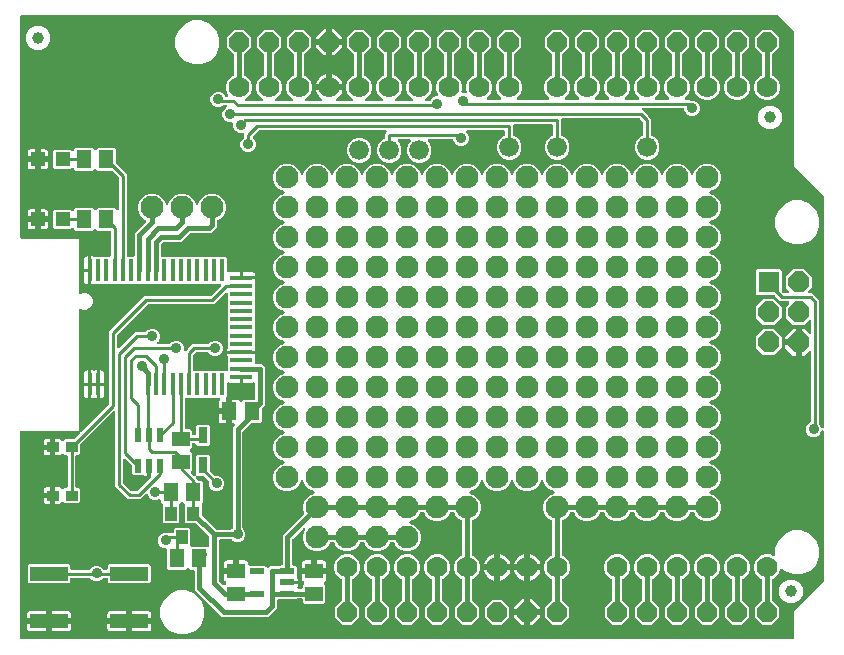
<source format=gbr>
G04 EAGLE Gerber RS-274X export*
G75*
%MOMM*%
%FSLAX34Y34*%
%LPD*%
%INTop Copper*%
%IPPOS*%
%AMOC8*
5,1,8,0,0,1.08239X$1,22.5*%
G01*
%ADD10C,1.000000*%
%ADD11P,1.814519X8X22.500000*%
%ADD12P,1.924489X8X22.500000*%
%ADD13R,1.778000X1.778000*%
%ADD14R,3.200000X1.200000*%
%ADD15C,1.778000*%
%ADD16R,0.450000X1.850000*%
%ADD17R,1.850000X0.450000*%
%ADD18R,1.200000X1.200000*%
%ADD19R,1.300000X1.500000*%
%ADD20R,1.000000X0.900000*%
%ADD21C,1.676400*%
%ADD22C,1.930400*%
%ADD23R,1.200000X0.550000*%
%ADD24R,1.500000X1.300000*%
%ADD25R,1.000000X1.200000*%
%ADD26R,0.550000X1.200000*%
%ADD27R,0.800000X1.350000*%
%ADD28C,0.406400*%
%ADD29C,0.906400*%
%ADD30C,0.254000*%
%ADD31C,0.609600*%

G36*
X656708Y2556D02*
X656708Y2556D01*
X656827Y2563D01*
X656865Y2576D01*
X656906Y2581D01*
X657016Y2624D01*
X657129Y2661D01*
X657164Y2683D01*
X657201Y2698D01*
X657297Y2767D01*
X657398Y2831D01*
X657426Y2861D01*
X657459Y2884D01*
X657535Y2976D01*
X657616Y3063D01*
X657636Y3098D01*
X657661Y3129D01*
X657712Y3237D01*
X657770Y3341D01*
X657780Y3381D01*
X657797Y3417D01*
X657819Y3534D01*
X657849Y3649D01*
X657853Y3709D01*
X657857Y3729D01*
X657855Y3750D01*
X657859Y3810D01*
X657859Y26452D01*
X682888Y51481D01*
X682948Y51559D01*
X683016Y51631D01*
X683045Y51684D01*
X683082Y51732D01*
X683122Y51823D01*
X683170Y51910D01*
X683185Y51968D01*
X683209Y52024D01*
X683224Y52122D01*
X683249Y52217D01*
X683255Y52318D01*
X683259Y52338D01*
X683257Y52350D01*
X683259Y52378D01*
X683259Y178265D01*
X683251Y178334D01*
X683252Y178404D01*
X683231Y178492D01*
X683219Y178581D01*
X683194Y178646D01*
X683177Y178713D01*
X683135Y178793D01*
X683102Y178876D01*
X683061Y178933D01*
X683029Y178995D01*
X682968Y179061D01*
X682916Y179134D01*
X682862Y179178D01*
X682815Y179230D01*
X682740Y179279D01*
X682671Y179337D01*
X682607Y179366D01*
X682549Y179405D01*
X682464Y179434D01*
X682383Y179472D01*
X682314Y179485D01*
X682248Y179508D01*
X682159Y179515D01*
X682071Y179532D01*
X682001Y179528D01*
X681931Y179533D01*
X681843Y179518D01*
X681753Y179512D01*
X681687Y179491D01*
X681618Y179479D01*
X681536Y179442D01*
X681451Y179414D01*
X681392Y179377D01*
X681328Y179348D01*
X681258Y179292D01*
X681182Y179244D01*
X681134Y179193D01*
X681080Y179150D01*
X681025Y179078D01*
X680964Y179012D01*
X680930Y178951D01*
X680888Y178895D01*
X680817Y178751D01*
X679935Y176621D01*
X678089Y174775D01*
X675676Y173775D01*
X673064Y173775D01*
X670651Y174775D01*
X668805Y176621D01*
X667805Y179034D01*
X667805Y181646D01*
X668805Y184059D01*
X670651Y185905D01*
X671554Y186279D01*
X671579Y186294D01*
X671607Y186303D01*
X671717Y186372D01*
X671830Y186437D01*
X671851Y186457D01*
X671876Y186473D01*
X671965Y186568D01*
X672058Y186658D01*
X672074Y186683D01*
X672094Y186705D01*
X672157Y186818D01*
X672225Y186929D01*
X672233Y186957D01*
X672248Y186983D01*
X672280Y187109D01*
X672318Y187233D01*
X672320Y187262D01*
X672327Y187291D01*
X672337Y187452D01*
X672337Y245438D01*
X672320Y245575D01*
X672307Y245714D01*
X672300Y245733D01*
X672297Y245753D01*
X672246Y245882D01*
X672199Y246013D01*
X672188Y246030D01*
X672180Y246049D01*
X672099Y246161D01*
X672021Y246276D01*
X672005Y246290D01*
X671994Y246306D01*
X671886Y246395D01*
X671782Y246487D01*
X671764Y246496D01*
X671749Y246509D01*
X671623Y246568D01*
X671499Y246631D01*
X671479Y246636D01*
X671461Y246644D01*
X671325Y246671D01*
X671189Y246701D01*
X671168Y246700D01*
X671149Y246704D01*
X671010Y246696D01*
X670871Y246691D01*
X670851Y246686D01*
X670831Y246685D01*
X670699Y246642D01*
X670565Y246603D01*
X670548Y246593D01*
X670529Y246586D01*
X670411Y246512D01*
X670291Y246441D01*
X670270Y246423D01*
X670260Y246416D01*
X670246Y246401D01*
X670171Y246335D01*
X666405Y242569D01*
X664169Y242569D01*
X664169Y252770D01*
X664154Y252888D01*
X664147Y253007D01*
X664134Y253045D01*
X664129Y253085D01*
X664086Y253196D01*
X664049Y253309D01*
X664027Y253343D01*
X664012Y253381D01*
X663943Y253477D01*
X663879Y253578D01*
X663849Y253606D01*
X663826Y253638D01*
X663734Y253714D01*
X663647Y253796D01*
X663612Y253815D01*
X663581Y253841D01*
X663473Y253892D01*
X663369Y253949D01*
X663329Y253959D01*
X663293Y253977D01*
X663186Y253997D01*
X663216Y254001D01*
X663326Y254045D01*
X663439Y254081D01*
X663474Y254103D01*
X663511Y254118D01*
X663607Y254188D01*
X663708Y254251D01*
X663736Y254281D01*
X663769Y254305D01*
X663845Y254396D01*
X663926Y254483D01*
X663946Y254518D01*
X663971Y254550D01*
X664022Y254657D01*
X664080Y254762D01*
X664090Y254801D01*
X664107Y254837D01*
X664129Y254954D01*
X664159Y255070D01*
X664163Y255130D01*
X664167Y255150D01*
X664165Y255170D01*
X664169Y255230D01*
X664169Y265431D01*
X666405Y265431D01*
X670171Y261665D01*
X670280Y261580D01*
X670387Y261491D01*
X670406Y261482D01*
X670422Y261470D01*
X670550Y261415D01*
X670675Y261356D01*
X670695Y261352D01*
X670714Y261344D01*
X670852Y261322D01*
X670988Y261296D01*
X671008Y261297D01*
X671028Y261294D01*
X671167Y261307D01*
X671305Y261315D01*
X671324Y261322D01*
X671344Y261324D01*
X671476Y261371D01*
X671607Y261414D01*
X671625Y261424D01*
X671644Y261431D01*
X671759Y261509D01*
X671876Y261584D01*
X671890Y261598D01*
X671907Y261610D01*
X671999Y261714D01*
X672094Y261815D01*
X672104Y261833D01*
X672117Y261848D01*
X672181Y261972D01*
X672248Y262094D01*
X672253Y262113D01*
X672262Y262131D01*
X672292Y262267D01*
X672327Y262402D01*
X672329Y262430D01*
X672332Y262442D01*
X672331Y262462D01*
X672337Y262562D01*
X672337Y271556D01*
X672320Y271694D01*
X672307Y271832D01*
X672300Y271851D01*
X672297Y271872D01*
X672246Y272001D01*
X672199Y272132D01*
X672188Y272148D01*
X672180Y272167D01*
X672099Y272280D01*
X672021Y272395D01*
X672005Y272408D01*
X671994Y272425D01*
X671886Y272513D01*
X671782Y272605D01*
X671764Y272614D01*
X671749Y272627D01*
X671623Y272687D01*
X671499Y272750D01*
X671479Y272754D01*
X671461Y272763D01*
X671325Y272789D01*
X671189Y272819D01*
X671168Y272819D01*
X671149Y272823D01*
X671010Y272814D01*
X670871Y272810D01*
X670851Y272804D01*
X670831Y272803D01*
X670699Y272760D01*
X670565Y272721D01*
X670548Y272711D01*
X670529Y272705D01*
X670411Y272630D01*
X670291Y272560D01*
X670270Y272541D01*
X670260Y272535D01*
X670246Y272520D01*
X670171Y272453D01*
X666194Y268477D01*
X657146Y268477D01*
X650747Y274876D01*
X650747Y283924D01*
X653453Y286631D01*
X653539Y286740D01*
X653627Y286847D01*
X653636Y286866D01*
X653648Y286882D01*
X653704Y287010D01*
X653763Y287135D01*
X653767Y287155D01*
X653775Y287174D01*
X653797Y287312D01*
X653823Y287448D01*
X653821Y287468D01*
X653825Y287488D01*
X653812Y287627D01*
X653803Y287765D01*
X653797Y287784D01*
X653795Y287804D01*
X653748Y287936D01*
X653705Y288067D01*
X653694Y288085D01*
X653687Y288104D01*
X653609Y288219D01*
X653535Y288336D01*
X653520Y288350D01*
X653509Y288367D01*
X653404Y288459D01*
X653303Y288554D01*
X653285Y288564D01*
X653270Y288577D01*
X653146Y288641D01*
X653025Y288708D01*
X653005Y288713D01*
X652987Y288722D01*
X652851Y288752D01*
X652717Y288787D01*
X652689Y288789D01*
X652677Y288792D01*
X652656Y288791D01*
X652556Y288797D01*
X646332Y288797D01*
X641624Y293506D01*
X641545Y293566D01*
X641473Y293634D01*
X641420Y293663D01*
X641372Y293700D01*
X641281Y293740D01*
X641195Y293788D01*
X641136Y293803D01*
X641081Y293827D01*
X640983Y293842D01*
X640887Y293867D01*
X640787Y293873D01*
X640766Y293877D01*
X640754Y293875D01*
X640726Y293877D01*
X626538Y293877D01*
X625347Y295068D01*
X625347Y314532D01*
X626538Y315723D01*
X646002Y315723D01*
X647193Y314532D01*
X647193Y297804D01*
X647205Y297706D01*
X647208Y297607D01*
X647225Y297548D01*
X647233Y297488D01*
X647269Y297396D01*
X647297Y297301D01*
X647327Y297249D01*
X647350Y297193D01*
X647408Y297113D01*
X647458Y297027D01*
X647524Y296952D01*
X647536Y296935D01*
X647546Y296927D01*
X647564Y296906D01*
X648696Y295774D01*
X648775Y295714D01*
X648847Y295646D01*
X648900Y295617D01*
X648948Y295580D01*
X649039Y295540D01*
X649125Y295492D01*
X649184Y295477D01*
X649239Y295453D01*
X649337Y295438D01*
X649433Y295413D01*
X649533Y295407D01*
X649554Y295403D01*
X649566Y295405D01*
X649594Y295403D01*
X652556Y295403D01*
X652693Y295420D01*
X652832Y295433D01*
X652851Y295440D01*
X652872Y295443D01*
X653000Y295494D01*
X653132Y295541D01*
X653148Y295552D01*
X653167Y295560D01*
X653280Y295641D01*
X653395Y295719D01*
X653408Y295735D01*
X653425Y295746D01*
X653513Y295854D01*
X653605Y295958D01*
X653614Y295976D01*
X653627Y295991D01*
X653687Y296117D01*
X653750Y296241D01*
X653754Y296261D01*
X653763Y296279D01*
X653789Y296415D01*
X653819Y296551D01*
X653819Y296572D01*
X653823Y296591D01*
X653814Y296730D01*
X653810Y296869D01*
X653804Y296889D01*
X653803Y296909D01*
X653760Y297041D01*
X653721Y297175D01*
X653711Y297192D01*
X653705Y297211D01*
X653630Y297329D01*
X653560Y297449D01*
X653541Y297470D01*
X653535Y297480D01*
X653520Y297494D01*
X653453Y297569D01*
X650747Y300276D01*
X650747Y309324D01*
X657146Y315723D01*
X666194Y315723D01*
X672593Y309324D01*
X672593Y300276D01*
X669887Y297569D01*
X669801Y297460D01*
X669713Y297353D01*
X669704Y297334D01*
X669692Y297318D01*
X669636Y297190D01*
X669577Y297065D01*
X669573Y297045D01*
X669565Y297026D01*
X669543Y296888D01*
X669517Y296752D01*
X669519Y296732D01*
X669515Y296712D01*
X669528Y296573D01*
X669537Y296435D01*
X669543Y296416D01*
X669545Y296396D01*
X669592Y296264D01*
X669635Y296133D01*
X669646Y296115D01*
X669653Y296096D01*
X669731Y295981D01*
X669805Y295864D01*
X669820Y295850D01*
X669831Y295833D01*
X669936Y295741D01*
X670037Y295646D01*
X670055Y295636D01*
X670070Y295623D01*
X670194Y295559D01*
X670315Y295492D01*
X670335Y295487D01*
X670353Y295478D01*
X670489Y295448D01*
X670623Y295413D01*
X670651Y295411D01*
X670663Y295408D01*
X670684Y295409D01*
X670784Y295403D01*
X673198Y295403D01*
X678943Y289658D01*
X678943Y185577D01*
X678955Y185479D01*
X678958Y185380D01*
X678975Y185322D01*
X678983Y185261D01*
X679019Y185169D01*
X679047Y185074D01*
X679077Y185022D01*
X679100Y184966D01*
X679158Y184886D01*
X679208Y184800D01*
X679274Y184725D01*
X679286Y184708D01*
X679296Y184701D01*
X679314Y184679D01*
X679935Y184059D01*
X680817Y181929D01*
X680852Y181868D01*
X680878Y181804D01*
X680930Y181731D01*
X680975Y181653D01*
X681023Y181603D01*
X681064Y181546D01*
X681134Y181489D01*
X681196Y181424D01*
X681256Y181388D01*
X681309Y181343D01*
X681391Y181305D01*
X681467Y181258D01*
X681534Y181238D01*
X681597Y181208D01*
X681685Y181191D01*
X681771Y181165D01*
X681841Y181161D01*
X681910Y181148D01*
X681999Y181154D01*
X682089Y181149D01*
X682157Y181164D01*
X682227Y181168D01*
X682312Y181196D01*
X682400Y181214D01*
X682463Y181244D01*
X682529Y181266D01*
X682605Y181314D01*
X682686Y181353D01*
X682739Y181399D01*
X682798Y181436D01*
X682860Y181502D01*
X682928Y181560D01*
X682968Y181617D01*
X683016Y181668D01*
X683059Y181746D01*
X683111Y181820D01*
X683136Y181885D01*
X683170Y181946D01*
X683192Y182033D01*
X683224Y182117D01*
X683232Y182187D01*
X683249Y182254D01*
X683259Y182415D01*
X683259Y376882D01*
X683247Y376980D01*
X683244Y377079D01*
X683227Y377137D01*
X683219Y377197D01*
X683183Y377289D01*
X683155Y377385D01*
X683125Y377437D01*
X683102Y377493D01*
X683044Y377573D01*
X682994Y377658D01*
X682928Y377734D01*
X682916Y377750D01*
X682906Y377758D01*
X682888Y377779D01*
X657859Y402808D01*
X657859Y516582D01*
X657847Y516680D01*
X657844Y516779D01*
X657832Y516820D01*
X657832Y516824D01*
X657827Y516840D01*
X657819Y516897D01*
X657783Y516989D01*
X657755Y517085D01*
X657737Y517115D01*
X657734Y517126D01*
X657720Y517147D01*
X657702Y517193D01*
X657644Y517273D01*
X657594Y517358D01*
X657569Y517387D01*
X657564Y517395D01*
X657552Y517406D01*
X657528Y517434D01*
X657516Y517450D01*
X657506Y517458D01*
X657488Y517479D01*
X644479Y530488D01*
X644401Y530548D01*
X644329Y530616D01*
X644276Y530645D01*
X644228Y530682D01*
X644137Y530722D01*
X644050Y530770D01*
X643992Y530785D01*
X643936Y530809D01*
X643838Y530824D01*
X643743Y530849D01*
X643642Y530855D01*
X643622Y530859D01*
X643610Y530857D01*
X643582Y530859D01*
X3810Y530859D01*
X3692Y530844D01*
X3573Y530837D01*
X3535Y530824D01*
X3494Y530819D01*
X3384Y530776D01*
X3271Y530739D01*
X3236Y530717D01*
X3199Y530702D01*
X3103Y530633D01*
X3002Y530569D01*
X2974Y530539D01*
X2941Y530516D01*
X2865Y530424D01*
X2784Y530337D01*
X2764Y530302D01*
X2739Y530271D01*
X2688Y530163D01*
X2630Y530059D01*
X2620Y530019D01*
X2603Y529983D01*
X2581Y529866D01*
X2551Y529751D01*
X2547Y529691D01*
X2543Y529671D01*
X2545Y529650D01*
X2541Y529590D01*
X2541Y342900D01*
X2556Y342782D01*
X2563Y342663D01*
X2576Y342625D01*
X2581Y342584D01*
X2624Y342474D01*
X2661Y342361D01*
X2683Y342326D01*
X2698Y342289D01*
X2767Y342193D01*
X2831Y342092D01*
X2861Y342064D01*
X2884Y342031D01*
X2976Y341956D01*
X3063Y341874D01*
X3098Y341854D01*
X3129Y341829D01*
X3237Y341778D01*
X3341Y341720D01*
X3381Y341710D01*
X3417Y341693D01*
X3534Y341671D01*
X3649Y341641D01*
X3709Y341637D01*
X3729Y341633D01*
X3750Y341635D01*
X3810Y341631D01*
X52071Y341631D01*
X52071Y296137D01*
X52077Y296088D01*
X52075Y296038D01*
X52097Y295931D01*
X52111Y295822D01*
X52129Y295775D01*
X52139Y295727D01*
X52187Y295628D01*
X52228Y295526D01*
X52257Y295486D01*
X52279Y295441D01*
X52350Y295358D01*
X52414Y295269D01*
X52453Y295237D01*
X52485Y295199D01*
X52575Y295136D01*
X52659Y295066D01*
X52704Y295045D01*
X52745Y295016D01*
X52848Y294977D01*
X52947Y294930D01*
X52996Y294921D01*
X53042Y294903D01*
X53152Y294891D01*
X53260Y294871D01*
X53309Y294874D01*
X53358Y294868D01*
X53467Y294883D01*
X53577Y294890D01*
X53624Y294906D01*
X53673Y294913D01*
X53826Y294965D01*
X55700Y295741D01*
X58501Y295741D01*
X61088Y294669D01*
X63069Y292688D01*
X64141Y290101D01*
X64141Y287299D01*
X63069Y284712D01*
X61088Y282731D01*
X58501Y281659D01*
X55700Y281659D01*
X53826Y282435D01*
X53778Y282449D01*
X53733Y282470D01*
X53625Y282490D01*
X53519Y282519D01*
X53469Y282520D01*
X53421Y282529D01*
X53311Y282523D01*
X53201Y282524D01*
X53153Y282513D01*
X53103Y282510D01*
X52999Y282476D01*
X52892Y282450D01*
X52848Y282427D01*
X52801Y282412D01*
X52708Y282353D01*
X52611Y282302D01*
X52574Y282268D01*
X52532Y282242D01*
X52457Y282161D01*
X52375Y282088D01*
X52348Y282046D01*
X52314Y282010D01*
X52261Y281914D01*
X52201Y281822D01*
X52184Y281775D01*
X52160Y281731D01*
X52133Y281625D01*
X52097Y281521D01*
X52093Y281472D01*
X52081Y281423D01*
X52071Y281263D01*
X52071Y179069D01*
X3810Y179069D01*
X3692Y179054D01*
X3573Y179047D01*
X3535Y179034D01*
X3494Y179029D01*
X3384Y178986D01*
X3271Y178949D01*
X3236Y178927D01*
X3199Y178912D01*
X3103Y178843D01*
X3002Y178779D01*
X2974Y178749D01*
X2941Y178726D01*
X2865Y178634D01*
X2784Y178547D01*
X2764Y178512D01*
X2739Y178481D01*
X2688Y178373D01*
X2630Y178269D01*
X2620Y178229D01*
X2603Y178193D01*
X2581Y178076D01*
X2551Y177961D01*
X2547Y177901D01*
X2543Y177881D01*
X2545Y177860D01*
X2541Y177800D01*
X2541Y3810D01*
X2556Y3692D01*
X2563Y3573D01*
X2576Y3535D01*
X2581Y3494D01*
X2624Y3384D01*
X2661Y3271D01*
X2683Y3236D01*
X2698Y3199D01*
X2767Y3103D01*
X2831Y3002D01*
X2861Y2974D01*
X2884Y2941D01*
X2976Y2865D01*
X3063Y2784D01*
X3098Y2764D01*
X3129Y2739D01*
X3237Y2688D01*
X3341Y2630D01*
X3381Y2620D01*
X3417Y2603D01*
X3534Y2581D01*
X3649Y2551D01*
X3709Y2547D01*
X3729Y2543D01*
X3750Y2545D01*
X3810Y2541D01*
X656590Y2541D01*
X656708Y2556D01*
G37*
%LPC*%
G36*
X376686Y14985D02*
X376686Y14985D01*
X370585Y21086D01*
X370585Y29714D01*
X376564Y35692D01*
X376624Y35770D01*
X376692Y35843D01*
X376721Y35896D01*
X376758Y35943D01*
X376798Y36034D01*
X376846Y36121D01*
X376861Y36180D01*
X376885Y36235D01*
X376900Y36333D01*
X376925Y36429D01*
X376931Y36529D01*
X376935Y36549D01*
X376933Y36562D01*
X376935Y36590D01*
X376935Y52513D01*
X376932Y52542D01*
X376934Y52572D01*
X376912Y52700D01*
X376895Y52828D01*
X376885Y52856D01*
X376880Y52885D01*
X376826Y53003D01*
X376778Y53124D01*
X376761Y53148D01*
X376749Y53175D01*
X376668Y53276D01*
X376592Y53381D01*
X376569Y53400D01*
X376550Y53423D01*
X376447Y53501D01*
X376347Y53584D01*
X376320Y53597D01*
X376296Y53615D01*
X376152Y53686D01*
X374813Y54240D01*
X371740Y57313D01*
X370077Y61327D01*
X370077Y65673D01*
X371740Y69687D01*
X374813Y72760D01*
X376152Y73314D01*
X376177Y73329D01*
X376205Y73338D01*
X376315Y73408D01*
X376428Y73472D01*
X376449Y73493D01*
X376474Y73508D01*
X376563Y73603D01*
X376656Y73693D01*
X376672Y73718D01*
X376692Y73740D01*
X376755Y73854D01*
X376823Y73964D01*
X376831Y73993D01*
X376846Y74018D01*
X376878Y74144D01*
X376916Y74268D01*
X376918Y74298D01*
X376925Y74326D01*
X376935Y74487D01*
X376935Y102488D01*
X376932Y102517D01*
X376934Y102547D01*
X376912Y102675D01*
X376895Y102804D01*
X376885Y102831D01*
X376880Y102860D01*
X376826Y102979D01*
X376778Y103099D01*
X376761Y103123D01*
X376749Y103150D01*
X376668Y103252D01*
X376592Y103357D01*
X376569Y103376D01*
X376550Y103399D01*
X376447Y103477D01*
X376347Y103559D01*
X376320Y103572D01*
X376296Y103590D01*
X376152Y103661D01*
X374381Y104394D01*
X371094Y107681D01*
X370361Y109452D01*
X370346Y109477D01*
X370337Y109505D01*
X370268Y109615D01*
X370203Y109728D01*
X370183Y109749D01*
X370167Y109774D01*
X370072Y109863D01*
X369982Y109956D01*
X369957Y109972D01*
X369935Y109992D01*
X369822Y110055D01*
X369711Y110123D01*
X369683Y110131D01*
X369657Y110146D01*
X369531Y110178D01*
X369407Y110216D01*
X369377Y110218D01*
X369349Y110225D01*
X369188Y110235D01*
X367412Y110235D01*
X367383Y110232D01*
X367353Y110234D01*
X367225Y110212D01*
X367096Y110195D01*
X367069Y110185D01*
X367040Y110180D01*
X366921Y110126D01*
X366801Y110078D01*
X366777Y110061D01*
X366750Y110049D01*
X366648Y109968D01*
X366543Y109892D01*
X366524Y109869D01*
X366501Y109850D01*
X366423Y109747D01*
X366341Y109647D01*
X366328Y109620D01*
X366310Y109596D01*
X366239Y109452D01*
X365506Y107681D01*
X362219Y104394D01*
X357924Y102615D01*
X353276Y102615D01*
X348981Y104394D01*
X345694Y107681D01*
X344961Y109452D01*
X344946Y109477D01*
X344937Y109505D01*
X344868Y109615D01*
X344803Y109728D01*
X344783Y109749D01*
X344767Y109774D01*
X344672Y109863D01*
X344582Y109956D01*
X344557Y109972D01*
X344535Y109992D01*
X344422Y110055D01*
X344311Y110123D01*
X344283Y110131D01*
X344257Y110146D01*
X344131Y110178D01*
X344007Y110216D01*
X343977Y110218D01*
X343949Y110225D01*
X343788Y110235D01*
X342012Y110235D01*
X341983Y110232D01*
X341953Y110234D01*
X341825Y110212D01*
X341696Y110195D01*
X341669Y110185D01*
X341640Y110180D01*
X341521Y110126D01*
X341401Y110078D01*
X341377Y110061D01*
X341350Y110049D01*
X341248Y109968D01*
X341143Y109892D01*
X341124Y109869D01*
X341101Y109850D01*
X341023Y109747D01*
X340941Y109647D01*
X340928Y109620D01*
X340910Y109596D01*
X340839Y109452D01*
X340106Y107681D01*
X336819Y104394D01*
X332904Y102773D01*
X332783Y102704D01*
X332661Y102639D01*
X332646Y102625D01*
X332628Y102615D01*
X332528Y102518D01*
X332425Y102425D01*
X332414Y102408D01*
X332399Y102394D01*
X332327Y102275D01*
X332250Y102159D01*
X332244Y102140D01*
X332233Y102123D01*
X332192Y101990D01*
X332147Y101858D01*
X332146Y101838D01*
X332140Y101819D01*
X332133Y101680D01*
X332122Y101541D01*
X332125Y101521D01*
X332125Y101501D01*
X332153Y101365D01*
X332176Y101228D01*
X332185Y101209D01*
X332189Y101190D01*
X332250Y101064D01*
X332307Y100938D01*
X332320Y100922D01*
X332329Y100904D01*
X332419Y100798D01*
X332506Y100690D01*
X332522Y100677D01*
X332535Y100662D01*
X332649Y100582D01*
X332760Y100498D01*
X332785Y100486D01*
X332795Y100479D01*
X332814Y100472D01*
X332904Y100427D01*
X336819Y98806D01*
X340106Y95519D01*
X341885Y91224D01*
X341885Y86576D01*
X340106Y82281D01*
X336819Y78994D01*
X332524Y77215D01*
X327876Y77215D01*
X323581Y78994D01*
X320294Y82281D01*
X319561Y84052D01*
X319546Y84077D01*
X319537Y84105D01*
X319468Y84215D01*
X319403Y84328D01*
X319383Y84349D01*
X319367Y84374D01*
X319272Y84463D01*
X319182Y84556D01*
X319157Y84572D01*
X319135Y84592D01*
X319022Y84655D01*
X318911Y84723D01*
X318883Y84731D01*
X318857Y84746D01*
X318731Y84778D01*
X318607Y84816D01*
X318577Y84818D01*
X318549Y84825D01*
X318388Y84835D01*
X316612Y84835D01*
X316583Y84832D01*
X316553Y84834D01*
X316425Y84812D01*
X316296Y84795D01*
X316269Y84785D01*
X316240Y84780D01*
X316121Y84726D01*
X316001Y84678D01*
X315977Y84661D01*
X315950Y84649D01*
X315848Y84568D01*
X315743Y84492D01*
X315724Y84469D01*
X315701Y84450D01*
X315623Y84347D01*
X315541Y84247D01*
X315528Y84220D01*
X315510Y84196D01*
X315439Y84052D01*
X314706Y82281D01*
X311419Y78994D01*
X307124Y77215D01*
X302476Y77215D01*
X298181Y78994D01*
X294894Y82281D01*
X294161Y84052D01*
X294146Y84077D01*
X294137Y84105D01*
X294068Y84215D01*
X294003Y84328D01*
X293983Y84349D01*
X293967Y84374D01*
X293872Y84463D01*
X293782Y84556D01*
X293757Y84572D01*
X293735Y84592D01*
X293622Y84655D01*
X293511Y84723D01*
X293483Y84731D01*
X293457Y84746D01*
X293331Y84778D01*
X293207Y84816D01*
X293177Y84818D01*
X293149Y84825D01*
X292988Y84835D01*
X291212Y84835D01*
X291183Y84832D01*
X291153Y84834D01*
X291025Y84812D01*
X290896Y84795D01*
X290869Y84785D01*
X290840Y84780D01*
X290721Y84726D01*
X290601Y84678D01*
X290577Y84661D01*
X290550Y84649D01*
X290448Y84568D01*
X290343Y84492D01*
X290324Y84469D01*
X290301Y84450D01*
X290223Y84347D01*
X290141Y84247D01*
X290128Y84220D01*
X290110Y84196D01*
X290039Y84052D01*
X289306Y82281D01*
X286019Y78994D01*
X281724Y77215D01*
X277076Y77215D01*
X272781Y78994D01*
X269494Y82281D01*
X268761Y84052D01*
X268746Y84077D01*
X268737Y84105D01*
X268668Y84215D01*
X268603Y84328D01*
X268583Y84349D01*
X268567Y84374D01*
X268472Y84463D01*
X268382Y84556D01*
X268357Y84572D01*
X268335Y84592D01*
X268222Y84655D01*
X268111Y84723D01*
X268083Y84731D01*
X268057Y84746D01*
X267931Y84778D01*
X267807Y84816D01*
X267777Y84818D01*
X267749Y84825D01*
X267588Y84835D01*
X265812Y84835D01*
X265783Y84832D01*
X265753Y84834D01*
X265625Y84812D01*
X265496Y84795D01*
X265469Y84785D01*
X265440Y84780D01*
X265321Y84726D01*
X265201Y84678D01*
X265177Y84661D01*
X265150Y84649D01*
X265048Y84568D01*
X264943Y84492D01*
X264924Y84469D01*
X264901Y84450D01*
X264823Y84347D01*
X264741Y84247D01*
X264728Y84220D01*
X264710Y84196D01*
X264639Y84052D01*
X263906Y82281D01*
X260619Y78994D01*
X256324Y77215D01*
X251676Y77215D01*
X247381Y78994D01*
X244094Y82281D01*
X242315Y86576D01*
X242315Y91224D01*
X243863Y94962D01*
X243882Y95029D01*
X243909Y95093D01*
X243924Y95182D01*
X243947Y95268D01*
X243948Y95338D01*
X243959Y95407D01*
X243951Y95497D01*
X243952Y95586D01*
X243936Y95654D01*
X243930Y95724D01*
X243899Y95808D01*
X243878Y95896D01*
X243846Y95957D01*
X243822Y96023D01*
X243771Y96097D01*
X243729Y96177D01*
X243683Y96228D01*
X243643Y96286D01*
X243576Y96346D01*
X243516Y96412D01*
X243457Y96450D01*
X243405Y96497D01*
X243325Y96537D01*
X243250Y96587D01*
X243184Y96609D01*
X243122Y96641D01*
X243034Y96661D01*
X242949Y96690D01*
X242879Y96696D01*
X242811Y96711D01*
X242722Y96708D01*
X242632Y96715D01*
X242563Y96703D01*
X242493Y96701D01*
X242407Y96676D01*
X242319Y96661D01*
X242255Y96632D01*
X242188Y96613D01*
X242111Y96567D01*
X242029Y96530D01*
X241974Y96487D01*
X241914Y96451D01*
X241793Y96345D01*
X233336Y87888D01*
X233276Y87810D01*
X233208Y87738D01*
X233179Y87685D01*
X233142Y87637D01*
X233102Y87546D01*
X233054Y87459D01*
X233039Y87401D01*
X233015Y87345D01*
X233000Y87247D01*
X232975Y87151D01*
X232969Y87051D01*
X232965Y87031D01*
X232967Y87019D01*
X232965Y86991D01*
X232965Y66352D01*
X232980Y66234D01*
X232987Y66115D01*
X233000Y66077D01*
X233005Y66036D01*
X233048Y65926D01*
X233085Y65813D01*
X233107Y65778D01*
X233122Y65741D01*
X233191Y65645D01*
X233255Y65544D01*
X233285Y65516D01*
X233308Y65483D01*
X233400Y65407D01*
X233487Y65326D01*
X233522Y65306D01*
X233553Y65281D01*
X233661Y65230D01*
X233765Y65172D01*
X233805Y65162D01*
X233841Y65145D01*
X233958Y65123D01*
X234073Y65093D01*
X234133Y65089D01*
X234153Y65085D01*
X234174Y65087D01*
X234234Y65083D01*
X235742Y65083D01*
X236933Y63892D01*
X236933Y56683D01*
X236879Y56623D01*
X236861Y56587D01*
X236836Y56555D01*
X236789Y56446D01*
X236735Y56339D01*
X236726Y56300D01*
X236710Y56264D01*
X236691Y56146D01*
X236665Y56029D01*
X236667Y55989D01*
X236660Y55950D01*
X236671Y55831D01*
X236675Y55711D01*
X236686Y55673D01*
X236690Y55633D01*
X236730Y55521D01*
X236764Y55406D01*
X236784Y55371D01*
X236798Y55334D01*
X236845Y55264D01*
X236850Y55255D01*
X237268Y54531D01*
X237441Y53884D01*
X237441Y52174D01*
X229005Y52174D01*
X228887Y52159D01*
X228768Y52152D01*
X228730Y52139D01*
X228690Y52134D01*
X228579Y52091D01*
X228466Y52054D01*
X228432Y52032D01*
X228394Y52017D01*
X228298Y51948D01*
X228197Y51884D01*
X228169Y51854D01*
X228137Y51831D01*
X228061Y51739D01*
X227979Y51652D01*
X227960Y51617D01*
X227934Y51586D01*
X227883Y51478D01*
X227826Y51374D01*
X227816Y51334D01*
X227798Y51298D01*
X227776Y51181D01*
X227746Y51066D01*
X227742Y51006D01*
X227739Y50986D01*
X227740Y50965D01*
X227736Y50905D01*
X227736Y50695D01*
X227751Y50577D01*
X227758Y50458D01*
X227771Y50420D01*
X227776Y50379D01*
X227820Y50269D01*
X227856Y50156D01*
X227878Y50121D01*
X227893Y50084D01*
X227963Y49987D01*
X228026Y49887D01*
X228056Y49859D01*
X228080Y49826D01*
X228171Y49750D01*
X228258Y49669D01*
X228293Y49649D01*
X228325Y49624D01*
X228432Y49573D01*
X228537Y49515D01*
X228576Y49505D01*
X228612Y49488D01*
X228729Y49466D01*
X228845Y49436D01*
X228905Y49432D01*
X228925Y49428D01*
X228945Y49430D01*
X229005Y49426D01*
X237441Y49426D01*
X237441Y47716D01*
X237239Y46963D01*
X237222Y46838D01*
X237198Y46714D01*
X237200Y46681D01*
X237196Y46647D01*
X237210Y46522D01*
X237218Y46397D01*
X237228Y46365D01*
X237232Y46332D01*
X237277Y46214D01*
X237316Y46095D01*
X237334Y46066D01*
X237346Y46035D01*
X237419Y45932D01*
X237486Y45826D01*
X237511Y45803D01*
X237530Y45775D01*
X237626Y45694D01*
X237718Y45608D01*
X237747Y45592D01*
X237773Y45570D01*
X237886Y45515D01*
X237996Y45454D01*
X238029Y45446D01*
X238059Y45431D01*
X238183Y45406D01*
X238304Y45375D01*
X238353Y45372D01*
X238371Y45368D01*
X238393Y45369D01*
X238465Y45365D01*
X240658Y45365D01*
X240776Y45380D01*
X240895Y45387D01*
X240933Y45400D01*
X240974Y45405D01*
X241084Y45448D01*
X241197Y45485D01*
X241232Y45507D01*
X241269Y45522D01*
X241365Y45591D01*
X241466Y45655D01*
X241494Y45685D01*
X241527Y45708D01*
X241603Y45800D01*
X241684Y45887D01*
X241704Y45922D01*
X241729Y45953D01*
X241780Y46061D01*
X241838Y46165D01*
X241848Y46205D01*
X241865Y46241D01*
X241887Y46358D01*
X241917Y46473D01*
X241921Y46533D01*
X241925Y46553D01*
X241923Y46574D01*
X241927Y46634D01*
X241927Y48642D01*
X242912Y49626D01*
X242989Y49726D01*
X243071Y49821D01*
X243086Y49851D01*
X243107Y49878D01*
X243157Y49993D01*
X243213Y50106D01*
X243220Y50139D01*
X243233Y50170D01*
X243253Y50294D01*
X243279Y50417D01*
X243278Y50450D01*
X243283Y50484D01*
X243271Y50609D01*
X243266Y50734D01*
X243256Y50767D01*
X243253Y50800D01*
X243211Y50919D01*
X243174Y51039D01*
X243157Y51068D01*
X243146Y51100D01*
X243075Y51204D01*
X243010Y51311D01*
X242986Y51335D01*
X242967Y51363D01*
X242873Y51446D01*
X242783Y51534D01*
X242742Y51561D01*
X242729Y51573D01*
X242709Y51583D01*
X242649Y51623D01*
X242400Y51767D01*
X241927Y52240D01*
X241592Y52819D01*
X241419Y53466D01*
X241419Y57761D01*
X250190Y57761D01*
X250308Y57776D01*
X250427Y57783D01*
X250465Y57796D01*
X250505Y57801D01*
X250616Y57844D01*
X250729Y57881D01*
X250764Y57903D01*
X250801Y57918D01*
X250897Y57988D01*
X250998Y58051D01*
X251026Y58081D01*
X251058Y58105D01*
X251134Y58196D01*
X251216Y58283D01*
X251235Y58318D01*
X251261Y58349D01*
X251312Y58457D01*
X251369Y58561D01*
X251380Y58601D01*
X251397Y58637D01*
X251419Y58754D01*
X251449Y58869D01*
X251453Y58930D01*
X251457Y58950D01*
X251455Y58970D01*
X251459Y59030D01*
X251459Y60301D01*
X251461Y60301D01*
X251461Y59030D01*
X251476Y58912D01*
X251483Y58793D01*
X251496Y58755D01*
X251501Y58715D01*
X251545Y58604D01*
X251581Y58491D01*
X251603Y58456D01*
X251618Y58419D01*
X251688Y58323D01*
X251751Y58222D01*
X251781Y58194D01*
X251805Y58161D01*
X251896Y58086D01*
X251983Y58004D01*
X252018Y57984D01*
X252050Y57959D01*
X252157Y57908D01*
X252261Y57850D01*
X252301Y57840D01*
X252337Y57823D01*
X252454Y57801D01*
X252569Y57771D01*
X252630Y57767D01*
X252650Y57763D01*
X252670Y57765D01*
X252730Y57761D01*
X261501Y57761D01*
X261501Y53466D01*
X261328Y52819D01*
X260993Y52240D01*
X260520Y51767D01*
X260271Y51623D01*
X260171Y51547D01*
X260067Y51477D01*
X260045Y51451D01*
X260018Y51431D01*
X259940Y51332D01*
X259856Y51238D01*
X259841Y51208D01*
X259820Y51182D01*
X259769Y51067D01*
X259712Y50955D01*
X259704Y50922D01*
X259691Y50891D01*
X259670Y50767D01*
X259642Y50645D01*
X259643Y50611D01*
X259638Y50578D01*
X259648Y50452D01*
X259652Y50327D01*
X259661Y50294D01*
X259664Y50261D01*
X259705Y50142D01*
X259740Y50021D01*
X259757Y49992D01*
X259768Y49960D01*
X259838Y49856D01*
X259902Y49747D01*
X259934Y49711D01*
X259944Y49695D01*
X259960Y49681D01*
X260008Y49626D01*
X260993Y48642D01*
X260993Y33958D01*
X259802Y32767D01*
X243118Y32767D01*
X241927Y33958D01*
X241927Y35966D01*
X241912Y36084D01*
X241905Y36203D01*
X241892Y36241D01*
X241887Y36282D01*
X241844Y36392D01*
X241807Y36505D01*
X241785Y36540D01*
X241770Y36577D01*
X241701Y36673D01*
X241637Y36774D01*
X241607Y36802D01*
X241584Y36835D01*
X241492Y36911D01*
X241405Y36992D01*
X241370Y37012D01*
X241339Y37037D01*
X241231Y37088D01*
X241127Y37146D01*
X241087Y37156D01*
X241051Y37173D01*
X240934Y37195D01*
X240819Y37225D01*
X240759Y37229D01*
X240739Y37233D01*
X240718Y37231D01*
X240658Y37235D01*
X236986Y37235D01*
X236888Y37223D01*
X236789Y37220D01*
X236730Y37203D01*
X236670Y37195D01*
X236578Y37159D01*
X236483Y37131D01*
X236431Y37101D01*
X236375Y37078D01*
X236294Y37020D01*
X236209Y36970D01*
X236134Y36904D01*
X236117Y36892D01*
X236109Y36882D01*
X236088Y36864D01*
X235742Y36517D01*
X221846Y36517D01*
X221829Y36525D01*
X221731Y36540D01*
X221635Y36565D01*
X221535Y36571D01*
X221515Y36575D01*
X221502Y36573D01*
X221474Y36575D01*
X221234Y36575D01*
X221116Y36560D01*
X220997Y36553D01*
X220959Y36540D01*
X220918Y36535D01*
X220808Y36492D01*
X220695Y36455D01*
X220660Y36433D01*
X220623Y36418D01*
X220527Y36349D01*
X220426Y36285D01*
X220398Y36255D01*
X220365Y36232D01*
X220289Y36140D01*
X220208Y36053D01*
X220188Y36018D01*
X220163Y35987D01*
X220112Y35879D01*
X220054Y35775D01*
X220044Y35735D01*
X220027Y35699D01*
X220005Y35582D01*
X219975Y35467D01*
X219971Y35407D01*
X219967Y35387D01*
X219969Y35366D01*
X219965Y35306D01*
X219965Y28796D01*
X212504Y21335D01*
X173576Y21335D01*
X150215Y44696D01*
X150215Y60318D01*
X150200Y60436D01*
X150193Y60555D01*
X150180Y60593D01*
X150175Y60634D01*
X150132Y60744D01*
X150095Y60857D01*
X150073Y60892D01*
X150058Y60929D01*
X149989Y61025D01*
X149925Y61126D01*
X149895Y61154D01*
X149872Y61187D01*
X149780Y61263D01*
X149693Y61344D01*
X149658Y61364D01*
X149627Y61389D01*
X149519Y61440D01*
X149415Y61498D01*
X149375Y61508D01*
X149339Y61525D01*
X149222Y61547D01*
X149107Y61577D01*
X149047Y61581D01*
X149027Y61585D01*
X149006Y61583D01*
X148946Y61587D01*
X146938Y61587D01*
X145678Y62848D01*
X145583Y62921D01*
X145494Y63000D01*
X145458Y63018D01*
X145426Y63043D01*
X145317Y63090D01*
X145211Y63144D01*
X145172Y63153D01*
X145134Y63169D01*
X145017Y63188D01*
X144901Y63214D01*
X144860Y63213D01*
X144820Y63219D01*
X144702Y63208D01*
X144583Y63204D01*
X144544Y63193D01*
X144504Y63189D01*
X144391Y63149D01*
X144277Y63116D01*
X144243Y63095D01*
X144204Y63082D01*
X144106Y63015D01*
X144003Y62954D01*
X143958Y62914D01*
X143941Y62903D01*
X143928Y62888D01*
X143883Y62848D01*
X142622Y61587D01*
X127938Y61587D01*
X126747Y62778D01*
X126747Y78526D01*
X126732Y78644D01*
X126725Y78763D01*
X126712Y78801D01*
X126707Y78842D01*
X126664Y78952D01*
X126627Y79065D01*
X126605Y79100D01*
X126590Y79137D01*
X126521Y79233D01*
X126457Y79334D01*
X126427Y79362D01*
X126404Y79395D01*
X126312Y79471D01*
X126225Y79552D01*
X126190Y79572D01*
X126159Y79597D01*
X126051Y79648D01*
X125947Y79706D01*
X125907Y79716D01*
X125871Y79733D01*
X125754Y79755D01*
X125639Y79785D01*
X125579Y79789D01*
X125559Y79793D01*
X125538Y79791D01*
X125478Y79795D01*
X124424Y79795D01*
X122011Y80795D01*
X120165Y82641D01*
X119165Y85054D01*
X119165Y87666D01*
X120165Y90079D01*
X122011Y91925D01*
X124424Y92925D01*
X127036Y92925D01*
X128159Y92459D01*
X128168Y92457D01*
X128176Y92452D01*
X128322Y92415D01*
X128466Y92375D01*
X128475Y92375D01*
X128484Y92373D01*
X128645Y92363D01*
X131398Y92363D01*
X131516Y92378D01*
X131635Y92385D01*
X131673Y92398D01*
X131714Y92403D01*
X131824Y92446D01*
X131937Y92483D01*
X131972Y92505D01*
X132009Y92520D01*
X132105Y92589D01*
X132206Y92653D01*
X132234Y92683D01*
X132267Y92706D01*
X132343Y92798D01*
X132424Y92885D01*
X132444Y92920D01*
X132469Y92951D01*
X132520Y93059D01*
X132578Y93163D01*
X132588Y93203D01*
X132605Y93239D01*
X132627Y93356D01*
X132657Y93471D01*
X132661Y93531D01*
X132665Y93551D01*
X132663Y93572D01*
X132667Y93632D01*
X132667Y95902D01*
X133858Y97093D01*
X145542Y97093D01*
X146733Y95902D01*
X146733Y81922D01*
X146748Y81804D01*
X146755Y81685D01*
X146768Y81647D01*
X146773Y81606D01*
X146816Y81496D01*
X146853Y81383D01*
X146875Y81348D01*
X146890Y81311D01*
X146959Y81215D01*
X147023Y81114D01*
X147053Y81086D01*
X147076Y81053D01*
X147168Y80977D01*
X147255Y80896D01*
X147290Y80876D01*
X147321Y80851D01*
X147429Y80800D01*
X147533Y80742D01*
X147573Y80732D01*
X147609Y80715D01*
X147726Y80693D01*
X147841Y80663D01*
X147901Y80659D01*
X147921Y80655D01*
X147942Y80657D01*
X148002Y80653D01*
X161486Y80653D01*
X161604Y80668D01*
X161723Y80675D01*
X161761Y80688D01*
X161802Y80693D01*
X161912Y80736D01*
X162025Y80773D01*
X162060Y80795D01*
X162097Y80810D01*
X162193Y80879D01*
X162294Y80943D01*
X162322Y80973D01*
X162355Y80996D01*
X162431Y81088D01*
X162512Y81175D01*
X162532Y81210D01*
X162557Y81241D01*
X162608Y81349D01*
X162666Y81453D01*
X162676Y81493D01*
X162693Y81529D01*
X162715Y81646D01*
X162745Y81761D01*
X162749Y81821D01*
X162753Y81841D01*
X162751Y81862D01*
X162755Y81922D01*
X162755Y89231D01*
X162743Y89329D01*
X162740Y89428D01*
X162723Y89486D01*
X162715Y89546D01*
X162679Y89638D01*
X162651Y89733D01*
X162621Y89785D01*
X162598Y89842D01*
X162540Y89922D01*
X162490Y90007D01*
X162424Y90083D01*
X162412Y90099D01*
X162402Y90107D01*
X162384Y90128D01*
X151856Y100656D01*
X151778Y100716D01*
X151706Y100784D01*
X151653Y100813D01*
X151605Y100850D01*
X151514Y100890D01*
X151427Y100938D01*
X151369Y100953D01*
X151313Y100977D01*
X151215Y100992D01*
X151119Y101017D01*
X151019Y101023D01*
X150999Y101027D01*
X150987Y101025D01*
X150959Y101027D01*
X143358Y101027D01*
X142167Y102218D01*
X142167Y116046D01*
X142194Y116099D01*
X142203Y116138D01*
X142219Y116175D01*
X142238Y116293D01*
X142264Y116409D01*
X142263Y116450D01*
X142269Y116490D01*
X142258Y116608D01*
X142254Y116727D01*
X142243Y116766D01*
X142239Y116806D01*
X142199Y116918D01*
X142166Y117033D01*
X142145Y117067D01*
X142132Y117105D01*
X142065Y117204D01*
X142004Y117307D01*
X141964Y117352D01*
X141953Y117369D01*
X141938Y117382D01*
X141898Y117427D01*
X140598Y118728D01*
X140503Y118801D01*
X140414Y118880D01*
X140378Y118898D01*
X140346Y118923D01*
X140237Y118970D01*
X140131Y119024D01*
X140092Y119033D01*
X140054Y119049D01*
X139937Y119068D01*
X139821Y119094D01*
X139780Y119093D01*
X139740Y119099D01*
X139622Y119088D01*
X139503Y119084D01*
X139464Y119073D01*
X139424Y119069D01*
X139311Y119029D01*
X139197Y118996D01*
X139163Y118975D01*
X139124Y118962D01*
X139026Y118895D01*
X138923Y118834D01*
X138878Y118794D01*
X138861Y118783D01*
X138848Y118768D01*
X138803Y118728D01*
X137502Y117427D01*
X137429Y117333D01*
X137350Y117244D01*
X137332Y117208D01*
X137307Y117176D01*
X137260Y117067D01*
X137206Y116961D01*
X137197Y116921D01*
X137181Y116884D01*
X137162Y116767D01*
X137136Y116650D01*
X137137Y116610D01*
X137131Y116570D01*
X137142Y116452D01*
X137146Y116333D01*
X137157Y116294D01*
X137161Y116254D01*
X137201Y116142D01*
X137233Y116033D01*
X137233Y102218D01*
X136042Y101027D01*
X124358Y101027D01*
X123167Y102218D01*
X123167Y116046D01*
X123194Y116099D01*
X123203Y116138D01*
X123219Y116175D01*
X123238Y116293D01*
X123264Y116409D01*
X123263Y116450D01*
X123269Y116490D01*
X123258Y116608D01*
X123254Y116727D01*
X123243Y116766D01*
X123239Y116806D01*
X123199Y116918D01*
X123166Y117033D01*
X123145Y117067D01*
X123132Y117105D01*
X123065Y117204D01*
X123004Y117307D01*
X122964Y117352D01*
X122953Y117369D01*
X122938Y117382D01*
X122898Y117427D01*
X121667Y118658D01*
X121667Y119994D01*
X121661Y120044D01*
X121663Y120093D01*
X121641Y120201D01*
X121627Y120310D01*
X121609Y120356D01*
X121599Y120405D01*
X121551Y120503D01*
X121510Y120606D01*
X121481Y120646D01*
X121459Y120690D01*
X121388Y120774D01*
X121324Y120863D01*
X121285Y120895D01*
X121253Y120932D01*
X121163Y120996D01*
X121079Y121066D01*
X121034Y121087D01*
X120993Y121116D01*
X120890Y121154D01*
X120791Y121201D01*
X120742Y121211D01*
X120696Y121228D01*
X120586Y121240D01*
X120479Y121261D01*
X120429Y121258D01*
X120380Y121263D01*
X120271Y121248D01*
X120161Y121241D01*
X120114Y121226D01*
X120065Y121219D01*
X119912Y121167D01*
X118146Y120435D01*
X115534Y120435D01*
X113121Y121435D01*
X111275Y123281D01*
X110563Y125000D01*
X110538Y125043D01*
X110521Y125090D01*
X110460Y125181D01*
X110405Y125276D01*
X110371Y125312D01*
X110343Y125353D01*
X110260Y125426D01*
X110184Y125505D01*
X110142Y125531D01*
X110104Y125564D01*
X110006Y125614D01*
X109913Y125671D01*
X109865Y125686D01*
X109821Y125708D01*
X109714Y125732D01*
X109609Y125765D01*
X109559Y125767D01*
X109511Y125778D01*
X109401Y125775D01*
X109291Y125780D01*
X109243Y125770D01*
X109193Y125768D01*
X109087Y125738D01*
X108980Y125715D01*
X108935Y125694D01*
X108887Y125680D01*
X108793Y125624D01*
X108694Y125576D01*
X108656Y125543D01*
X108613Y125518D01*
X108493Y125412D01*
X104238Y121157D01*
X93882Y121157D01*
X83057Y131982D01*
X83057Y194502D01*
X83040Y194640D01*
X83027Y194779D01*
X83020Y194798D01*
X83017Y194818D01*
X82966Y194947D01*
X82919Y195078D01*
X82908Y195095D01*
X82900Y195113D01*
X82819Y195226D01*
X82741Y195341D01*
X82725Y195354D01*
X82714Y195371D01*
X82606Y195459D01*
X82502Y195552D01*
X82484Y195561D01*
X82469Y195574D01*
X82343Y195633D01*
X82219Y195696D01*
X82199Y195701D01*
X82181Y195709D01*
X82045Y195735D01*
X81909Y195766D01*
X81888Y195765D01*
X81869Y195769D01*
X81730Y195760D01*
X81591Y195756D01*
X81571Y195750D01*
X81551Y195749D01*
X81419Y195706D01*
X81285Y195668D01*
X81268Y195657D01*
X81249Y195651D01*
X81131Y195577D01*
X81011Y195506D01*
X80990Y195488D01*
X80980Y195481D01*
X80966Y195466D01*
X80891Y195400D01*
X53504Y168014D01*
X53444Y167935D01*
X53376Y167863D01*
X53347Y167810D01*
X53310Y167762D01*
X53270Y167671D01*
X53222Y167585D01*
X53207Y167526D01*
X53183Y167471D01*
X53168Y167372D01*
X53143Y167277D01*
X53137Y167177D01*
X53133Y167156D01*
X53135Y167144D01*
X53133Y167116D01*
X53133Y159938D01*
X51942Y158747D01*
X50672Y158747D01*
X50554Y158732D01*
X50435Y158725D01*
X50397Y158712D01*
X50356Y158707D01*
X50246Y158664D01*
X50133Y158627D01*
X50098Y158605D01*
X50061Y158590D01*
X49965Y158521D01*
X49864Y158457D01*
X49836Y158427D01*
X49803Y158404D01*
X49727Y158312D01*
X49646Y158225D01*
X49626Y158190D01*
X49601Y158159D01*
X49550Y158051D01*
X49492Y157947D01*
X49482Y157907D01*
X49465Y157871D01*
X49443Y157754D01*
X49413Y157639D01*
X49409Y157579D01*
X49405Y157559D01*
X49407Y157538D01*
X49403Y157478D01*
X49403Y132082D01*
X49418Y131964D01*
X49425Y131845D01*
X49438Y131807D01*
X49443Y131766D01*
X49486Y131656D01*
X49523Y131543D01*
X49545Y131508D01*
X49560Y131471D01*
X49629Y131375D01*
X49693Y131274D01*
X49723Y131246D01*
X49746Y131213D01*
X49838Y131137D01*
X49925Y131056D01*
X49960Y131036D01*
X49991Y131011D01*
X50099Y130960D01*
X50203Y130902D01*
X50243Y130892D01*
X50279Y130875D01*
X50396Y130853D01*
X50511Y130823D01*
X50571Y130819D01*
X50591Y130815D01*
X50612Y130817D01*
X50672Y130813D01*
X51942Y130813D01*
X53133Y129622D01*
X53133Y118938D01*
X51942Y117747D01*
X40258Y117747D01*
X39274Y118732D01*
X39174Y118809D01*
X39079Y118891D01*
X39049Y118906D01*
X39022Y118927D01*
X38907Y118977D01*
X38794Y119033D01*
X38761Y119040D01*
X38730Y119053D01*
X38606Y119073D01*
X38483Y119099D01*
X38450Y119098D01*
X38416Y119103D01*
X38291Y119091D01*
X38166Y119086D01*
X38133Y119076D01*
X38100Y119073D01*
X37981Y119031D01*
X37861Y118994D01*
X37832Y118977D01*
X37800Y118966D01*
X37696Y118895D01*
X37589Y118830D01*
X37565Y118806D01*
X37537Y118787D01*
X37454Y118693D01*
X37366Y118603D01*
X37339Y118562D01*
X37327Y118549D01*
X37317Y118529D01*
X37277Y118469D01*
X37133Y118220D01*
X36660Y117747D01*
X36081Y117412D01*
X35434Y117239D01*
X32349Y117239D01*
X32349Y123300D01*
X32334Y123418D01*
X32327Y123537D01*
X32314Y123575D01*
X32309Y123615D01*
X32266Y123726D01*
X32229Y123839D01*
X32207Y123873D01*
X32192Y123911D01*
X32123Y124007D01*
X32059Y124108D01*
X32029Y124136D01*
X32006Y124168D01*
X31914Y124244D01*
X31880Y124276D01*
X31888Y124281D01*
X31916Y124311D01*
X31949Y124335D01*
X32025Y124426D01*
X32106Y124513D01*
X32126Y124548D01*
X32151Y124580D01*
X32202Y124687D01*
X32260Y124792D01*
X32270Y124831D01*
X32287Y124867D01*
X32309Y124984D01*
X32339Y125100D01*
X32343Y125160D01*
X32347Y125180D01*
X32345Y125200D01*
X32349Y125260D01*
X32349Y131321D01*
X35434Y131321D01*
X36081Y131148D01*
X36660Y130813D01*
X37133Y130340D01*
X37277Y130091D01*
X37344Y130003D01*
X37392Y129927D01*
X37404Y129915D01*
X37423Y129887D01*
X37449Y129865D01*
X37469Y129838D01*
X37568Y129760D01*
X37601Y129730D01*
X37624Y129709D01*
X37628Y129707D01*
X37662Y129676D01*
X37692Y129661D01*
X37718Y129640D01*
X37833Y129589D01*
X37945Y129532D01*
X37978Y129524D01*
X38009Y129511D01*
X38133Y129490D01*
X38255Y129462D01*
X38289Y129463D01*
X38322Y129458D01*
X38448Y129468D01*
X38573Y129472D01*
X38606Y129481D01*
X38639Y129484D01*
X38758Y129525D01*
X38879Y129560D01*
X38908Y129577D01*
X38940Y129588D01*
X38983Y129617D01*
X38997Y129623D01*
X39049Y129661D01*
X39153Y129722D01*
X39189Y129754D01*
X39205Y129764D01*
X39219Y129780D01*
X39244Y129803D01*
X39254Y129809D01*
X39258Y129815D01*
X39274Y129828D01*
X40258Y130813D01*
X41528Y130813D01*
X41646Y130828D01*
X41765Y130835D01*
X41803Y130848D01*
X41844Y130853D01*
X41954Y130896D01*
X42067Y130933D01*
X42102Y130955D01*
X42139Y130970D01*
X42235Y131039D01*
X42336Y131103D01*
X42364Y131133D01*
X42397Y131156D01*
X42473Y131248D01*
X42554Y131335D01*
X42574Y131370D01*
X42599Y131401D01*
X42650Y131509D01*
X42708Y131613D01*
X42718Y131653D01*
X42735Y131689D01*
X42757Y131806D01*
X42787Y131921D01*
X42791Y131981D01*
X42795Y132001D01*
X42793Y132022D01*
X42797Y132082D01*
X42797Y157478D01*
X42782Y157596D01*
X42775Y157715D01*
X42762Y157753D01*
X42757Y157794D01*
X42714Y157904D01*
X42677Y158017D01*
X42655Y158052D01*
X42640Y158089D01*
X42571Y158185D01*
X42507Y158286D01*
X42477Y158314D01*
X42454Y158347D01*
X42362Y158423D01*
X42275Y158504D01*
X42240Y158524D01*
X42209Y158549D01*
X42101Y158600D01*
X41997Y158658D01*
X41957Y158668D01*
X41921Y158685D01*
X41804Y158707D01*
X41689Y158737D01*
X41629Y158741D01*
X41609Y158745D01*
X41588Y158743D01*
X41528Y158747D01*
X40258Y158747D01*
X39274Y159732D01*
X39174Y159809D01*
X39079Y159891D01*
X39049Y159906D01*
X39022Y159927D01*
X38907Y159977D01*
X38794Y160033D01*
X38761Y160040D01*
X38730Y160053D01*
X38606Y160073D01*
X38483Y160099D01*
X38450Y160098D01*
X38416Y160103D01*
X38291Y160091D01*
X38166Y160086D01*
X38133Y160076D01*
X38100Y160073D01*
X37981Y160031D01*
X37861Y159994D01*
X37832Y159977D01*
X37800Y159966D01*
X37696Y159895D01*
X37589Y159830D01*
X37565Y159806D01*
X37537Y159787D01*
X37454Y159693D01*
X37366Y159603D01*
X37339Y159562D01*
X37327Y159549D01*
X37317Y159529D01*
X37277Y159469D01*
X37133Y159220D01*
X36660Y158747D01*
X36081Y158412D01*
X35434Y158239D01*
X32349Y158239D01*
X32349Y164300D01*
X32334Y164418D01*
X32327Y164537D01*
X32314Y164575D01*
X32309Y164615D01*
X32266Y164726D01*
X32229Y164839D01*
X32207Y164873D01*
X32192Y164911D01*
X32123Y165007D01*
X32059Y165108D01*
X32029Y165136D01*
X32006Y165168D01*
X31914Y165244D01*
X31880Y165276D01*
X31888Y165281D01*
X31916Y165311D01*
X31949Y165335D01*
X32025Y165426D01*
X32106Y165513D01*
X32126Y165548D01*
X32151Y165580D01*
X32202Y165687D01*
X32260Y165792D01*
X32270Y165831D01*
X32287Y165867D01*
X32309Y165984D01*
X32339Y166100D01*
X32343Y166160D01*
X32347Y166180D01*
X32346Y166190D01*
X32347Y166193D01*
X32346Y166207D01*
X32349Y166260D01*
X32349Y172321D01*
X35434Y172321D01*
X36081Y172148D01*
X36660Y171813D01*
X37133Y171340D01*
X37277Y171091D01*
X37353Y170991D01*
X37423Y170887D01*
X37449Y170865D01*
X37469Y170838D01*
X37568Y170760D01*
X37662Y170676D01*
X37692Y170661D01*
X37718Y170640D01*
X37833Y170589D01*
X37945Y170532D01*
X37978Y170524D01*
X38009Y170511D01*
X38133Y170490D01*
X38255Y170462D01*
X38289Y170463D01*
X38322Y170458D01*
X38448Y170468D01*
X38573Y170472D01*
X38606Y170481D01*
X38639Y170484D01*
X38758Y170525D01*
X38879Y170560D01*
X38908Y170577D01*
X38940Y170588D01*
X39044Y170658D01*
X39153Y170722D01*
X39189Y170754D01*
X39205Y170764D01*
X39219Y170780D01*
X39274Y170828D01*
X40258Y171813D01*
X47436Y171813D01*
X47534Y171825D01*
X47633Y171828D01*
X47692Y171845D01*
X47752Y171853D01*
X47844Y171889D01*
X47939Y171917D01*
X47991Y171947D01*
X48047Y171970D01*
X48127Y172028D01*
X48213Y172078D01*
X48288Y172144D01*
X48305Y172156D01*
X48313Y172166D01*
X48334Y172184D01*
X53052Y176903D01*
X53137Y177012D01*
X53226Y177119D01*
X53234Y177138D01*
X53247Y177154D01*
X53302Y177282D01*
X53361Y177407D01*
X53365Y177427D01*
X53373Y177446D01*
X53395Y177584D01*
X53421Y177720D01*
X53420Y177728D01*
X53537Y177732D01*
X53557Y177738D01*
X53577Y177739D01*
X53709Y177782D01*
X53843Y177820D01*
X53860Y177831D01*
X53879Y177837D01*
X53997Y177911D01*
X54117Y177982D01*
X54138Y178000D01*
X54148Y178007D01*
X54162Y178022D01*
X54238Y178088D01*
X77606Y201456D01*
X77666Y201535D01*
X77734Y201607D01*
X77763Y201660D01*
X77800Y201708D01*
X77840Y201799D01*
X77888Y201885D01*
X77903Y201944D01*
X77927Y201999D01*
X77942Y202097D01*
X77967Y202193D01*
X77973Y202293D01*
X77977Y202314D01*
X77975Y202326D01*
X77977Y202354D01*
X77977Y262988D01*
X107852Y292863D01*
X163206Y292863D01*
X163304Y292875D01*
X163403Y292878D01*
X163462Y292895D01*
X163522Y292903D01*
X163614Y292939D01*
X163709Y292967D01*
X163761Y292997D01*
X163817Y293020D01*
X163897Y293078D01*
X163983Y293128D01*
X164058Y293194D01*
X164075Y293206D01*
X164083Y293216D01*
X164104Y293234D01*
X172370Y301501D01*
X172455Y301610D01*
X172544Y301717D01*
X172552Y301736D01*
X172565Y301752D01*
X172620Y301880D01*
X172679Y302005D01*
X172683Y302025D01*
X172691Y302044D01*
X172713Y302182D01*
X172739Y302318D01*
X172738Y302338D01*
X172741Y302358D01*
X172728Y302497D01*
X172719Y302635D01*
X172713Y302654D01*
X172711Y302674D01*
X172664Y302806D01*
X172621Y302937D01*
X172610Y302955D01*
X172603Y302974D01*
X172525Y303089D01*
X172451Y303206D01*
X172436Y303220D01*
X172425Y303237D01*
X172321Y303329D01*
X172219Y303424D01*
X172202Y303434D01*
X172186Y303447D01*
X172062Y303511D01*
X171941Y303578D01*
X171921Y303583D01*
X171903Y303592D01*
X171767Y303622D01*
X171633Y303657D01*
X171605Y303659D01*
X171593Y303662D01*
X171572Y303661D01*
X171472Y303667D01*
X65751Y303667D01*
X65659Y303656D01*
X65567Y303654D01*
X65502Y303636D01*
X65435Y303627D01*
X65349Y303593D01*
X65260Y303569D01*
X65155Y303517D01*
X65140Y303510D01*
X65133Y303505D01*
X65116Y303497D01*
X64831Y303332D01*
X64184Y303159D01*
X62869Y303159D01*
X62869Y314950D01*
X62869Y326741D01*
X64184Y326741D01*
X64831Y326568D01*
X65116Y326403D01*
X65201Y326367D01*
X65282Y326322D01*
X65347Y326306D01*
X65409Y326280D01*
X65501Y326266D01*
X65590Y326243D01*
X65707Y326236D01*
X65724Y326233D01*
X65732Y326234D01*
X65751Y326233D01*
X78028Y326233D01*
X78146Y326248D01*
X78265Y326255D01*
X78303Y326268D01*
X78344Y326273D01*
X78454Y326316D01*
X78567Y326353D01*
X78602Y326375D01*
X78639Y326390D01*
X78735Y326459D01*
X78836Y326523D01*
X78864Y326553D01*
X78897Y326576D01*
X78973Y326668D01*
X79054Y326755D01*
X79074Y326790D01*
X79099Y326821D01*
X79150Y326929D01*
X79208Y327033D01*
X79218Y327073D01*
X79235Y327109D01*
X79257Y327226D01*
X79287Y327341D01*
X79291Y327401D01*
X79295Y327421D01*
X79293Y327442D01*
X79297Y327502D01*
X79297Y347338D01*
X79282Y347456D01*
X79275Y347575D01*
X79262Y347613D01*
X79257Y347654D01*
X79214Y347764D01*
X79177Y347877D01*
X79155Y347912D01*
X79140Y347949D01*
X79071Y348045D01*
X79007Y348146D01*
X78977Y348174D01*
X78954Y348207D01*
X78862Y348283D01*
X78775Y348364D01*
X78740Y348384D01*
X78709Y348409D01*
X78601Y348460D01*
X78497Y348518D01*
X78457Y348528D01*
X78421Y348545D01*
X78304Y348567D01*
X78189Y348597D01*
X78129Y348601D01*
X78109Y348605D01*
X78088Y348603D01*
X78028Y348607D01*
X68198Y348607D01*
X66938Y349868D01*
X66843Y349941D01*
X66754Y350020D01*
X66718Y350038D01*
X66686Y350063D01*
X66577Y350110D01*
X66471Y350164D01*
X66432Y350173D01*
X66394Y350189D01*
X66277Y350208D01*
X66161Y350234D01*
X66120Y350233D01*
X66080Y350239D01*
X65962Y350228D01*
X65843Y350224D01*
X65804Y350213D01*
X65764Y350209D01*
X65651Y350169D01*
X65537Y350136D01*
X65503Y350115D01*
X65464Y350102D01*
X65366Y350035D01*
X65263Y349974D01*
X65218Y349934D01*
X65201Y349923D01*
X65188Y349908D01*
X65143Y349868D01*
X63882Y348607D01*
X49198Y348607D01*
X48003Y349802D01*
X47990Y349906D01*
X47977Y350045D01*
X47970Y350064D01*
X47967Y350084D01*
X47916Y350213D01*
X47869Y350344D01*
X47858Y350361D01*
X47850Y350380D01*
X47769Y350492D01*
X47691Y350607D01*
X47675Y350620D01*
X47664Y350637D01*
X47556Y350726D01*
X47452Y350818D01*
X47434Y350827D01*
X47419Y350840D01*
X47293Y350899D01*
X47169Y350962D01*
X47149Y350967D01*
X47131Y350975D01*
X46994Y351001D01*
X46859Y351032D01*
X46838Y351031D01*
X46819Y351035D01*
X46680Y351026D01*
X46541Y351022D01*
X46521Y351017D01*
X46501Y351015D01*
X46369Y350973D01*
X46235Y350934D01*
X46218Y350923D01*
X46199Y350917D01*
X46081Y350843D01*
X45961Y350772D01*
X45940Y350754D01*
X45930Y350747D01*
X45916Y350732D01*
X45841Y350666D01*
X45282Y350107D01*
X31598Y350107D01*
X30407Y351298D01*
X30407Y364982D01*
X31598Y366173D01*
X45282Y366173D01*
X45841Y365614D01*
X45950Y365529D01*
X46057Y365440D01*
X46076Y365432D01*
X46092Y365419D01*
X46220Y365364D01*
X46345Y365305D01*
X46365Y365301D01*
X46384Y365293D01*
X46522Y365271D01*
X46658Y365245D01*
X46678Y365246D01*
X46698Y365243D01*
X46837Y365256D01*
X46975Y365265D01*
X46994Y365271D01*
X47014Y365273D01*
X47146Y365320D01*
X47277Y365363D01*
X47295Y365374D01*
X47314Y365380D01*
X47429Y365459D01*
X47546Y365533D01*
X47560Y365548D01*
X47577Y365559D01*
X47669Y365663D01*
X47764Y365765D01*
X47774Y365782D01*
X47787Y365797D01*
X47850Y365921D01*
X47918Y366043D01*
X47923Y366063D01*
X47932Y366081D01*
X47962Y366217D01*
X47997Y366351D01*
X47999Y366379D01*
X48002Y366391D01*
X48001Y366411D01*
X48005Y366480D01*
X49198Y367673D01*
X63882Y367673D01*
X65143Y366412D01*
X65237Y366339D01*
X65326Y366260D01*
X65362Y366242D01*
X65394Y366217D01*
X65503Y366170D01*
X65609Y366116D01*
X65648Y366107D01*
X65686Y366091D01*
X65803Y366072D01*
X65919Y366046D01*
X65960Y366047D01*
X66000Y366041D01*
X66118Y366052D01*
X66237Y366056D01*
X66276Y366067D01*
X66316Y366071D01*
X66428Y366111D01*
X66543Y366144D01*
X66578Y366165D01*
X66616Y366178D01*
X66714Y366245D01*
X66817Y366306D01*
X66862Y366346D01*
X66879Y366357D01*
X66892Y366372D01*
X66938Y366412D01*
X68198Y367673D01*
X82882Y367673D01*
X84131Y366424D01*
X84240Y366339D01*
X84347Y366250D01*
X84366Y366242D01*
X84382Y366229D01*
X84510Y366174D01*
X84635Y366115D01*
X84655Y366111D01*
X84674Y366103D01*
X84812Y366081D01*
X84948Y366055D01*
X84968Y366056D01*
X84988Y366053D01*
X85127Y366066D01*
X85265Y366075D01*
X85284Y366081D01*
X85304Y366083D01*
X85436Y366130D01*
X85567Y366173D01*
X85585Y366184D01*
X85604Y366190D01*
X85719Y366269D01*
X85836Y366343D01*
X85850Y366358D01*
X85867Y366369D01*
X85959Y366473D01*
X86054Y366575D01*
X86064Y366592D01*
X86077Y366607D01*
X86141Y366732D01*
X86208Y366853D01*
X86213Y366873D01*
X86222Y366891D01*
X86252Y367027D01*
X86287Y367161D01*
X86289Y367189D01*
X86292Y367201D01*
X86291Y367221D01*
X86297Y367322D01*
X86297Y392986D01*
X86285Y393084D01*
X86282Y393183D01*
X86265Y393242D01*
X86257Y393302D01*
X86221Y393394D01*
X86193Y393489D01*
X86163Y393541D01*
X86140Y393597D01*
X86082Y393677D01*
X86032Y393763D01*
X85966Y393838D01*
X85954Y393855D01*
X85944Y393863D01*
X85926Y393884D01*
X80774Y399036D01*
X80695Y399096D01*
X80623Y399164D01*
X80570Y399193D01*
X80522Y399230D01*
X80431Y399270D01*
X80345Y399318D01*
X80286Y399333D01*
X80231Y399357D01*
X80133Y399372D01*
X80037Y399397D01*
X79937Y399403D01*
X79916Y399407D01*
X79904Y399405D01*
X79876Y399407D01*
X68198Y399407D01*
X66938Y400668D01*
X66843Y400741D01*
X66754Y400820D01*
X66718Y400838D01*
X66686Y400863D01*
X66577Y400910D01*
X66471Y400964D01*
X66432Y400973D01*
X66394Y400989D01*
X66277Y401008D01*
X66161Y401034D01*
X66120Y401033D01*
X66080Y401039D01*
X65962Y401028D01*
X65843Y401024D01*
X65804Y401013D01*
X65764Y401009D01*
X65651Y400969D01*
X65537Y400936D01*
X65503Y400915D01*
X65464Y400902D01*
X65366Y400835D01*
X65263Y400774D01*
X65218Y400734D01*
X65201Y400723D01*
X65188Y400708D01*
X65143Y400668D01*
X63882Y399407D01*
X49198Y399407D01*
X48003Y400602D01*
X47990Y400706D01*
X47977Y400845D01*
X47970Y400864D01*
X47967Y400884D01*
X47916Y401013D01*
X47869Y401144D01*
X47858Y401161D01*
X47850Y401180D01*
X47769Y401292D01*
X47691Y401407D01*
X47675Y401420D01*
X47664Y401437D01*
X47556Y401526D01*
X47452Y401618D01*
X47434Y401627D01*
X47419Y401640D01*
X47293Y401699D01*
X47169Y401762D01*
X47149Y401767D01*
X47131Y401775D01*
X46994Y401801D01*
X46859Y401832D01*
X46838Y401831D01*
X46819Y401835D01*
X46680Y401826D01*
X46541Y401822D01*
X46521Y401817D01*
X46501Y401815D01*
X46369Y401773D01*
X46235Y401734D01*
X46218Y401723D01*
X46199Y401717D01*
X46081Y401643D01*
X45961Y401572D01*
X45940Y401554D01*
X45930Y401547D01*
X45916Y401532D01*
X45841Y401466D01*
X45282Y400907D01*
X31598Y400907D01*
X30407Y402098D01*
X30407Y415782D01*
X31598Y416973D01*
X45282Y416973D01*
X45841Y416414D01*
X45950Y416329D01*
X46057Y416240D01*
X46076Y416232D01*
X46092Y416219D01*
X46220Y416164D01*
X46345Y416105D01*
X46365Y416101D01*
X46384Y416093D01*
X46522Y416071D01*
X46658Y416045D01*
X46678Y416046D01*
X46698Y416043D01*
X46837Y416056D01*
X46975Y416065D01*
X46994Y416071D01*
X47014Y416073D01*
X47146Y416120D01*
X47277Y416163D01*
X47295Y416174D01*
X47314Y416180D01*
X47429Y416259D01*
X47546Y416333D01*
X47560Y416348D01*
X47577Y416359D01*
X47669Y416463D01*
X47764Y416565D01*
X47774Y416582D01*
X47787Y416597D01*
X47850Y416721D01*
X47918Y416843D01*
X47923Y416863D01*
X47932Y416881D01*
X47962Y417017D01*
X47997Y417151D01*
X47999Y417179D01*
X48002Y417191D01*
X48001Y417211D01*
X48005Y417280D01*
X49198Y418473D01*
X63882Y418473D01*
X65143Y417212D01*
X65237Y417139D01*
X65326Y417060D01*
X65362Y417042D01*
X65394Y417017D01*
X65503Y416970D01*
X65609Y416916D01*
X65648Y416907D01*
X65686Y416891D01*
X65803Y416872D01*
X65919Y416846D01*
X65960Y416847D01*
X66000Y416841D01*
X66118Y416852D01*
X66237Y416856D01*
X66276Y416867D01*
X66316Y416871D01*
X66428Y416911D01*
X66543Y416944D01*
X66578Y416965D01*
X66616Y416978D01*
X66714Y417045D01*
X66817Y417106D01*
X66862Y417146D01*
X66879Y417157D01*
X66892Y417172D01*
X66938Y417212D01*
X68198Y418473D01*
X82882Y418473D01*
X84073Y417282D01*
X84073Y405604D01*
X84085Y405506D01*
X84088Y405407D01*
X84105Y405348D01*
X84113Y405288D01*
X84149Y405196D01*
X84177Y405101D01*
X84207Y405049D01*
X84230Y404993D01*
X84288Y404913D01*
X84338Y404827D01*
X84404Y404752D01*
X84416Y404735D01*
X84426Y404727D01*
X84444Y404706D01*
X92903Y396248D01*
X92903Y327502D01*
X92918Y327384D01*
X92925Y327265D01*
X92938Y327227D01*
X92943Y327186D01*
X92986Y327076D01*
X93023Y326963D01*
X93045Y326928D01*
X93060Y326891D01*
X93129Y326795D01*
X93193Y326694D01*
X93223Y326666D01*
X93246Y326633D01*
X93338Y326557D01*
X93425Y326476D01*
X93460Y326456D01*
X93491Y326431D01*
X93599Y326380D01*
X93703Y326322D01*
X93743Y326312D01*
X93779Y326295D01*
X93896Y326273D01*
X94011Y326243D01*
X94071Y326239D01*
X94091Y326235D01*
X94112Y326237D01*
X94172Y326233D01*
X98266Y326233D01*
X98384Y326248D01*
X98503Y326255D01*
X98541Y326268D01*
X98582Y326273D01*
X98692Y326316D01*
X98805Y326353D01*
X98840Y326375D01*
X98877Y326390D01*
X98973Y326459D01*
X99074Y326523D01*
X99102Y326553D01*
X99135Y326576D01*
X99211Y326668D01*
X99292Y326755D01*
X99312Y326790D01*
X99337Y326821D01*
X99388Y326929D01*
X99446Y327033D01*
X99456Y327073D01*
X99473Y327109D01*
X99495Y327226D01*
X99525Y327341D01*
X99529Y327401D01*
X99533Y327421D01*
X99531Y327442D01*
X99535Y327502D01*
X99535Y346584D01*
X108929Y355978D01*
X108960Y356017D01*
X108996Y356050D01*
X109057Y356142D01*
X109124Y356229D01*
X109144Y356275D01*
X109171Y356316D01*
X109207Y356420D01*
X109251Y356521D01*
X109258Y356570D01*
X109274Y356617D01*
X109283Y356726D01*
X109300Y356835D01*
X109296Y356884D01*
X109300Y356934D01*
X109281Y357042D01*
X109271Y357151D01*
X109254Y357198D01*
X109245Y357247D01*
X109200Y357347D01*
X109163Y357451D01*
X109135Y357492D01*
X109115Y357537D01*
X109046Y357623D01*
X108984Y357714D01*
X108947Y357747D01*
X108916Y357786D01*
X108828Y357852D01*
X108746Y357924D01*
X108702Y357947D01*
X108662Y357977D01*
X108517Y358048D01*
X107681Y358394D01*
X104394Y361681D01*
X102615Y365976D01*
X102615Y370624D01*
X104394Y374919D01*
X107681Y378206D01*
X111976Y379985D01*
X116624Y379985D01*
X120919Y378206D01*
X124206Y374919D01*
X125827Y371004D01*
X125896Y370883D01*
X125961Y370760D01*
X125975Y370745D01*
X125985Y370728D01*
X126082Y370628D01*
X126175Y370525D01*
X126192Y370514D01*
X126206Y370499D01*
X126325Y370427D01*
X126441Y370350D01*
X126460Y370344D01*
X126477Y370333D01*
X126610Y370292D01*
X126742Y370247D01*
X126762Y370246D01*
X126781Y370240D01*
X126920Y370233D01*
X127059Y370222D01*
X127079Y370225D01*
X127099Y370224D01*
X127235Y370253D01*
X127372Y370276D01*
X127391Y370285D01*
X127410Y370289D01*
X127536Y370350D01*
X127662Y370407D01*
X127678Y370420D01*
X127696Y370428D01*
X127802Y370519D01*
X127910Y370606D01*
X127923Y370622D01*
X127938Y370635D01*
X128018Y370749D01*
X128102Y370860D01*
X128114Y370885D01*
X128121Y370895D01*
X128128Y370914D01*
X128173Y371004D01*
X129794Y374919D01*
X133081Y378206D01*
X137376Y379985D01*
X142024Y379985D01*
X146319Y378206D01*
X149606Y374919D01*
X151227Y371004D01*
X151296Y370883D01*
X151361Y370760D01*
X151375Y370745D01*
X151385Y370728D01*
X151482Y370628D01*
X151575Y370525D01*
X151592Y370514D01*
X151606Y370499D01*
X151725Y370427D01*
X151841Y370350D01*
X151860Y370344D01*
X151877Y370333D01*
X152010Y370292D01*
X152142Y370247D01*
X152162Y370246D01*
X152181Y370240D01*
X152320Y370233D01*
X152459Y370222D01*
X152479Y370225D01*
X152499Y370224D01*
X152635Y370253D01*
X152772Y370276D01*
X152791Y370285D01*
X152810Y370289D01*
X152936Y370350D01*
X153062Y370407D01*
X153078Y370420D01*
X153096Y370428D01*
X153202Y370519D01*
X153310Y370606D01*
X153323Y370622D01*
X153338Y370635D01*
X153418Y370749D01*
X153502Y370860D01*
X153514Y370885D01*
X153521Y370895D01*
X153528Y370914D01*
X153573Y371004D01*
X155194Y374919D01*
X158481Y378206D01*
X162776Y379985D01*
X167424Y379985D01*
X171719Y378206D01*
X175006Y374919D01*
X176785Y370624D01*
X176785Y365976D01*
X175006Y361681D01*
X171719Y358394D01*
X169948Y357661D01*
X169923Y357646D01*
X169895Y357637D01*
X169785Y357568D01*
X169672Y357503D01*
X169651Y357483D01*
X169626Y357467D01*
X169537Y357372D01*
X169444Y357282D01*
X169428Y357257D01*
X169408Y357235D01*
X169345Y357122D01*
X169277Y357011D01*
X169269Y356983D01*
X169254Y356957D01*
X169222Y356831D01*
X169184Y356707D01*
X169182Y356677D01*
X169175Y356649D01*
X169165Y356488D01*
X169165Y351376D01*
X164244Y346455D01*
X146989Y346455D01*
X146891Y346443D01*
X146792Y346440D01*
X146734Y346423D01*
X146674Y346415D01*
X146582Y346379D01*
X146487Y346351D01*
X146435Y346321D01*
X146378Y346298D01*
X146298Y346240D01*
X146213Y346190D01*
X146137Y346124D01*
X146121Y346112D01*
X146113Y346102D01*
X146092Y346084D01*
X138844Y338835D01*
X124129Y338835D01*
X124031Y338823D01*
X123932Y338820D01*
X123874Y338803D01*
X123814Y338795D01*
X123722Y338759D01*
X123627Y338731D01*
X123575Y338701D01*
X123518Y338678D01*
X123438Y338620D01*
X123353Y338570D01*
X123277Y338504D01*
X123261Y338492D01*
X123253Y338482D01*
X123232Y338464D01*
X122036Y337268D01*
X121976Y337190D01*
X121908Y337118D01*
X121879Y337065D01*
X121842Y337017D01*
X121802Y336926D01*
X121754Y336839D01*
X121739Y336781D01*
X121715Y336725D01*
X121700Y336627D01*
X121675Y336531D01*
X121669Y336445D01*
X121667Y336434D01*
X121668Y336426D01*
X121665Y336411D01*
X121667Y336399D01*
X121665Y336371D01*
X121665Y327502D01*
X121680Y327384D01*
X121687Y327265D01*
X121700Y327227D01*
X121705Y327186D01*
X121748Y327076D01*
X121785Y326963D01*
X121807Y326928D01*
X121822Y326891D01*
X121891Y326795D01*
X121955Y326694D01*
X121985Y326666D01*
X122008Y326633D01*
X122100Y326557D01*
X122187Y326476D01*
X122222Y326456D01*
X122253Y326431D01*
X122361Y326380D01*
X122465Y326322D01*
X122505Y326312D01*
X122541Y326295D01*
X122658Y326273D01*
X122773Y326243D01*
X122833Y326239D01*
X122853Y326235D01*
X122874Y326237D01*
X122934Y326233D01*
X176692Y326233D01*
X177883Y325042D01*
X177883Y314506D01*
X177899Y314381D01*
X177908Y314256D01*
X177918Y314224D01*
X177923Y314191D01*
X177969Y314074D01*
X178009Y313955D01*
X178027Y313926D01*
X178040Y313895D01*
X178113Y313794D01*
X178182Y313688D01*
X178207Y313665D01*
X178226Y313638D01*
X178323Y313558D01*
X178416Y313472D01*
X178445Y313456D01*
X178471Y313435D01*
X178585Y313381D01*
X178696Y313322D01*
X178729Y313314D01*
X178759Y313299D01*
X178882Y313276D01*
X179005Y313246D01*
X179038Y313246D01*
X179071Y313240D01*
X179197Y313247D01*
X179323Y313249D01*
X179371Y313258D01*
X179389Y313259D01*
X179409Y313266D01*
X179481Y313280D01*
X180266Y313491D01*
X188581Y313491D01*
X188581Y308700D01*
X188596Y308582D01*
X188603Y308463D01*
X188615Y308425D01*
X188620Y308385D01*
X188664Y308274D01*
X188701Y308161D01*
X188723Y308127D01*
X188737Y308089D01*
X188807Y307993D01*
X188871Y307892D01*
X188872Y307892D01*
X188901Y307864D01*
X188924Y307832D01*
X188925Y307831D01*
X189017Y307755D01*
X189103Y307674D01*
X189139Y307654D01*
X189170Y307628D01*
X189277Y307578D01*
X189382Y307520D01*
X189421Y307510D01*
X189457Y307493D01*
X189574Y307471D01*
X189690Y307441D01*
X189750Y307437D01*
X189770Y307433D01*
X189790Y307434D01*
X189850Y307431D01*
X201641Y307431D01*
X201641Y306116D01*
X201468Y305469D01*
X201303Y305184D01*
X201267Y305099D01*
X201222Y305018D01*
X201206Y304953D01*
X201180Y304891D01*
X201166Y304799D01*
X201143Y304710D01*
X201136Y304593D01*
X201133Y304576D01*
X201134Y304568D01*
X201133Y304549D01*
X201133Y249851D01*
X201144Y249759D01*
X201146Y249667D01*
X201164Y249602D01*
X201173Y249535D01*
X201207Y249449D01*
X201231Y249360D01*
X201283Y249255D01*
X201290Y249240D01*
X201295Y249233D01*
X201303Y249216D01*
X201468Y248931D01*
X201641Y248284D01*
X201641Y246969D01*
X189850Y246969D01*
X178059Y246969D01*
X178059Y248284D01*
X178232Y248931D01*
X178397Y249216D01*
X178433Y249301D01*
X178478Y249382D01*
X178494Y249447D01*
X178520Y249509D01*
X178534Y249601D01*
X178557Y249690D01*
X178564Y249807D01*
X178567Y249824D01*
X178566Y249832D01*
X178567Y249851D01*
X178567Y295292D01*
X178550Y295430D01*
X178537Y295569D01*
X178530Y295588D01*
X178527Y295608D01*
X178476Y295737D01*
X178429Y295868D01*
X178418Y295885D01*
X178410Y295903D01*
X178329Y296016D01*
X178251Y296131D01*
X178235Y296144D01*
X178224Y296161D01*
X178116Y296249D01*
X178012Y296342D01*
X177994Y296351D01*
X177979Y296364D01*
X177853Y296423D01*
X177729Y296486D01*
X177709Y296491D01*
X177691Y296499D01*
X177555Y296525D01*
X177419Y296556D01*
X177398Y296555D01*
X177379Y296559D01*
X177240Y296550D01*
X177101Y296546D01*
X177081Y296540D01*
X177061Y296539D01*
X176929Y296496D01*
X176795Y296458D01*
X176778Y296447D01*
X176759Y296441D01*
X176641Y296367D01*
X176521Y296296D01*
X176500Y296278D01*
X176490Y296271D01*
X176476Y296256D01*
X176401Y296190D01*
X168774Y288564D01*
X166468Y286257D01*
X111114Y286257D01*
X111016Y286245D01*
X110917Y286242D01*
X110858Y286225D01*
X110798Y286217D01*
X110706Y286181D01*
X110611Y286153D01*
X110559Y286123D01*
X110503Y286100D01*
X110423Y286042D01*
X110337Y285992D01*
X110262Y285926D01*
X110245Y285914D01*
X110237Y285904D01*
X110216Y285886D01*
X84954Y260624D01*
X84894Y260545D01*
X84826Y260473D01*
X84797Y260420D01*
X84760Y260372D01*
X84720Y260281D01*
X84672Y260195D01*
X84657Y260136D01*
X84633Y260081D01*
X84618Y259983D01*
X84593Y259887D01*
X84587Y259787D01*
X84583Y259766D01*
X84585Y259754D01*
X84583Y259726D01*
X84583Y249798D01*
X84600Y249660D01*
X84613Y249521D01*
X84620Y249502D01*
X84623Y249482D01*
X84674Y249353D01*
X84721Y249222D01*
X84732Y249205D01*
X84740Y249187D01*
X84821Y249074D01*
X84899Y248959D01*
X84915Y248946D01*
X84926Y248929D01*
X85034Y248841D01*
X85138Y248748D01*
X85156Y248739D01*
X85171Y248726D01*
X85297Y248667D01*
X85421Y248604D01*
X85441Y248599D01*
X85459Y248591D01*
X85595Y248565D01*
X85731Y248534D01*
X85752Y248535D01*
X85771Y248531D01*
X85910Y248540D01*
X86049Y248544D01*
X86069Y248550D01*
X86089Y248551D01*
X86221Y248594D01*
X86355Y248632D01*
X86372Y248643D01*
X86391Y248649D01*
X86509Y248723D01*
X86629Y248794D01*
X86650Y248812D01*
X86660Y248819D01*
X86674Y248834D01*
X86749Y248900D01*
X100232Y262383D01*
X107793Y262383D01*
X107891Y262395D01*
X107990Y262398D01*
X108048Y262415D01*
X108109Y262423D01*
X108201Y262459D01*
X108296Y262487D01*
X108348Y262517D01*
X108404Y262540D01*
X108484Y262598D01*
X108570Y262648D01*
X108645Y262714D01*
X108662Y262726D01*
X108669Y262736D01*
X108691Y262754D01*
X110581Y264645D01*
X112994Y265645D01*
X115606Y265645D01*
X118019Y264645D01*
X119865Y262799D01*
X120865Y260386D01*
X120865Y257774D01*
X119865Y255361D01*
X118893Y254389D01*
X118809Y254280D01*
X118720Y254173D01*
X118711Y254154D01*
X118698Y254138D01*
X118643Y254011D01*
X118584Y253885D01*
X118580Y253865D01*
X118572Y253846D01*
X118550Y253708D01*
X118524Y253572D01*
X118525Y253552D01*
X118522Y253532D01*
X118535Y253393D01*
X118544Y253255D01*
X118550Y253236D01*
X118552Y253216D01*
X118599Y253084D01*
X118642Y252953D01*
X118653Y252935D01*
X118660Y252916D01*
X118738Y252801D01*
X118812Y252684D01*
X118827Y252670D01*
X118838Y252653D01*
X118942Y252561D01*
X119044Y252466D01*
X119062Y252456D01*
X119077Y252443D01*
X119200Y252380D01*
X119322Y252312D01*
X119342Y252307D01*
X119360Y252298D01*
X119496Y252268D01*
X119630Y252233D01*
X119658Y252231D01*
X119670Y252228D01*
X119691Y252229D01*
X119791Y252223D01*
X128113Y252223D01*
X128211Y252235D01*
X128310Y252238D01*
X128368Y252255D01*
X128429Y252263D01*
X128521Y252299D01*
X128616Y252327D01*
X128668Y252357D01*
X128724Y252380D01*
X128804Y252438D01*
X128890Y252488D01*
X128965Y252554D01*
X128982Y252566D01*
X128989Y252576D01*
X129011Y252594D01*
X130901Y254485D01*
X133314Y255485D01*
X135926Y255485D01*
X138339Y254485D01*
X140185Y252639D01*
X141185Y250226D01*
X141185Y247980D01*
X141202Y247842D01*
X141215Y247703D01*
X141222Y247684D01*
X141225Y247664D01*
X141276Y247535D01*
X141323Y247404D01*
X141334Y247387D01*
X141342Y247369D01*
X141423Y247256D01*
X141501Y247141D01*
X141517Y247128D01*
X141528Y247111D01*
X141636Y247022D01*
X141740Y246930D01*
X141758Y246921D01*
X141773Y246908D01*
X141899Y246849D01*
X142023Y246786D01*
X142043Y246781D01*
X142061Y246773D01*
X142198Y246747D01*
X142333Y246716D01*
X142354Y246717D01*
X142373Y246713D01*
X142512Y246722D01*
X142651Y246726D01*
X142671Y246732D01*
X142691Y246733D01*
X142823Y246776D01*
X142957Y246814D01*
X142974Y246825D01*
X142993Y246831D01*
X143111Y246905D01*
X143231Y246976D01*
X143252Y246994D01*
X143262Y247001D01*
X143276Y247016D01*
X143351Y247082D01*
X144603Y248334D01*
X144604Y248334D01*
X148492Y252223D01*
X161133Y252223D01*
X161231Y252235D01*
X161330Y252238D01*
X161388Y252255D01*
X161449Y252263D01*
X161541Y252299D01*
X161636Y252327D01*
X161688Y252357D01*
X161744Y252380D01*
X161824Y252438D01*
X161910Y252488D01*
X161985Y252554D01*
X162002Y252566D01*
X162009Y252576D01*
X162031Y252594D01*
X163921Y254485D01*
X166334Y255485D01*
X168946Y255485D01*
X171359Y254485D01*
X173205Y252639D01*
X174205Y250226D01*
X174205Y247614D01*
X173205Y245201D01*
X171359Y243355D01*
X168946Y242355D01*
X166334Y242355D01*
X163921Y243355D01*
X162031Y245246D01*
X161952Y245306D01*
X161880Y245374D01*
X161827Y245403D01*
X161779Y245440D01*
X161688Y245480D01*
X161602Y245528D01*
X161543Y245543D01*
X161487Y245567D01*
X161389Y245582D01*
X161294Y245607D01*
X161194Y245613D01*
X161173Y245617D01*
X161161Y245615D01*
X161133Y245617D01*
X151754Y245617D01*
X151656Y245605D01*
X151557Y245602D01*
X151498Y245585D01*
X151438Y245577D01*
X151346Y245541D01*
X151251Y245513D01*
X151199Y245483D01*
X151143Y245460D01*
X151063Y245402D01*
X150977Y245352D01*
X150902Y245286D01*
X150885Y245274D01*
X150877Y245264D01*
X150856Y245246D01*
X149274Y243664D01*
X149214Y243585D01*
X149146Y243513D01*
X149117Y243460D01*
X149080Y243412D01*
X149040Y243321D01*
X148992Y243235D01*
X148977Y243176D01*
X148953Y243121D01*
X148938Y243023D01*
X148913Y242927D01*
X148907Y242827D01*
X148903Y242806D01*
X148905Y242794D01*
X148903Y242766D01*
X148903Y231002D01*
X148918Y230884D01*
X148925Y230765D01*
X148938Y230727D01*
X148943Y230686D01*
X148986Y230576D01*
X149023Y230463D01*
X149045Y230428D01*
X149060Y230391D01*
X149129Y230295D01*
X149193Y230194D01*
X149223Y230166D01*
X149246Y230133D01*
X149338Y230057D01*
X149425Y229976D01*
X149460Y229956D01*
X149491Y229931D01*
X149599Y229880D01*
X149703Y229822D01*
X149743Y229812D01*
X149779Y229795D01*
X149896Y229773D01*
X150011Y229743D01*
X150071Y229739D01*
X150091Y229735D01*
X150112Y229737D01*
X150172Y229733D01*
X176867Y229733D01*
X176905Y229715D01*
X176925Y229711D01*
X176943Y229703D01*
X177081Y229681D01*
X177218Y229655D01*
X177238Y229656D01*
X177257Y229653D01*
X177396Y229666D01*
X177535Y229675D01*
X177554Y229681D01*
X177574Y229683D01*
X177705Y229730D01*
X177837Y229773D01*
X177854Y229784D01*
X177873Y229790D01*
X177988Y229868D01*
X178106Y229943D01*
X178120Y229958D01*
X178137Y229969D01*
X178229Y230073D01*
X178324Y230175D01*
X178334Y230192D01*
X178347Y230207D01*
X178410Y230331D01*
X178478Y230453D01*
X178483Y230473D01*
X178492Y230490D01*
X178522Y230626D01*
X178557Y230761D01*
X178559Y230789D01*
X178561Y230801D01*
X178561Y230821D01*
X178567Y230922D01*
X178567Y241549D01*
X178556Y241641D01*
X178554Y241733D01*
X178536Y241798D01*
X178527Y241865D01*
X178493Y241951D01*
X178469Y242040D01*
X178417Y242145D01*
X178410Y242160D01*
X178405Y242167D01*
X178397Y242184D01*
X178232Y242469D01*
X178059Y243116D01*
X178059Y244431D01*
X189850Y244431D01*
X201641Y244431D01*
X201641Y243116D01*
X201468Y242469D01*
X201303Y242184D01*
X201267Y242099D01*
X201222Y242018D01*
X201206Y241953D01*
X201180Y241891D01*
X201166Y241799D01*
X201143Y241710D01*
X201136Y241593D01*
X201133Y241576D01*
X201134Y241568D01*
X201133Y241549D01*
X201133Y237034D01*
X201148Y236916D01*
X201155Y236797D01*
X201168Y236759D01*
X201173Y236718D01*
X201216Y236608D01*
X201253Y236495D01*
X201275Y236460D01*
X201290Y236423D01*
X201359Y236327D01*
X201423Y236226D01*
X201453Y236198D01*
X201476Y236165D01*
X201568Y236089D01*
X201655Y236008D01*
X201690Y235988D01*
X201721Y235963D01*
X201829Y235912D01*
X201933Y235854D01*
X201973Y235844D01*
X202009Y235827D01*
X202126Y235805D01*
X202241Y235775D01*
X202301Y235771D01*
X202321Y235767D01*
X202342Y235769D01*
X202402Y235765D01*
X207424Y235765D01*
X209805Y233384D01*
X209805Y200906D01*
X207634Y198736D01*
X207574Y198658D01*
X207506Y198586D01*
X207477Y198533D01*
X207440Y198485D01*
X207400Y198394D01*
X207352Y198307D01*
X207337Y198249D01*
X207313Y198193D01*
X207298Y198095D01*
X207273Y197999D01*
X207267Y197899D01*
X207263Y197879D01*
X207265Y197867D01*
X207263Y197839D01*
X207263Y187238D01*
X206072Y186047D01*
X198671Y186047D01*
X198573Y186035D01*
X198474Y186032D01*
X198416Y186015D01*
X198356Y186007D01*
X198264Y185971D01*
X198169Y185943D01*
X198117Y185913D01*
X198060Y185890D01*
X197980Y185832D01*
X197895Y185782D01*
X197819Y185716D01*
X197803Y185704D01*
X197795Y185694D01*
X197774Y185676D01*
X191126Y179028D01*
X191066Y178950D01*
X190998Y178878D01*
X190969Y178825D01*
X190932Y178777D01*
X190892Y178686D01*
X190844Y178599D01*
X190829Y178541D01*
X190805Y178485D01*
X190790Y178387D01*
X190765Y178291D01*
X190759Y178191D01*
X190755Y178171D01*
X190757Y178159D01*
X190755Y178131D01*
X190755Y97185D01*
X190767Y97087D01*
X190770Y96988D01*
X190787Y96930D01*
X190795Y96869D01*
X190831Y96777D01*
X190859Y96682D01*
X190889Y96630D01*
X190912Y96574D01*
X190970Y96494D01*
X191020Y96408D01*
X191086Y96333D01*
X191098Y96316D01*
X191108Y96309D01*
X191126Y96287D01*
X192255Y95159D01*
X193255Y92746D01*
X193255Y90134D01*
X192255Y87721D01*
X190409Y85875D01*
X187996Y84875D01*
X185384Y84875D01*
X182971Y85875D01*
X181843Y87004D01*
X181764Y87064D01*
X181692Y87132D01*
X181639Y87161D01*
X181591Y87198D01*
X181500Y87238D01*
X181414Y87286D01*
X181355Y87301D01*
X181299Y87325D01*
X181201Y87340D01*
X181106Y87365D01*
X181006Y87371D01*
X180985Y87375D01*
X180973Y87373D01*
X180945Y87375D01*
X172154Y87375D01*
X172036Y87360D01*
X171917Y87353D01*
X171879Y87340D01*
X171838Y87335D01*
X171728Y87292D01*
X171615Y87255D01*
X171580Y87233D01*
X171543Y87218D01*
X171447Y87149D01*
X171346Y87085D01*
X171318Y87055D01*
X171285Y87032D01*
X171209Y86940D01*
X171128Y86853D01*
X171108Y86818D01*
X171083Y86787D01*
X171032Y86679D01*
X170974Y86575D01*
X170964Y86535D01*
X170947Y86499D01*
X170925Y86382D01*
X170895Y86267D01*
X170891Y86207D01*
X170887Y86187D01*
X170889Y86166D01*
X170885Y86106D01*
X170885Y52559D01*
X170897Y52461D01*
X170900Y52362D01*
X170917Y52304D01*
X170925Y52244D01*
X170961Y52152D01*
X170989Y52057D01*
X171019Y52005D01*
X171042Y51948D01*
X171100Y51868D01*
X171150Y51783D01*
X171216Y51707D01*
X171228Y51691D01*
X171238Y51683D01*
X171256Y51662D01*
X174184Y48734D01*
X174279Y48661D01*
X174368Y48582D01*
X174404Y48564D01*
X174436Y48539D01*
X174545Y48492D01*
X174651Y48438D01*
X174690Y48429D01*
X174727Y48413D01*
X174845Y48394D01*
X174961Y48368D01*
X175002Y48369D01*
X175042Y48363D01*
X175160Y48374D01*
X175279Y48378D01*
X175318Y48389D01*
X175358Y48393D01*
X175470Y48433D01*
X175585Y48466D01*
X175619Y48487D01*
X175657Y48500D01*
X175756Y48567D01*
X175858Y48628D01*
X175904Y48667D01*
X175921Y48679D01*
X175934Y48694D01*
X175979Y48734D01*
X176872Y49626D01*
X176949Y49726D01*
X177031Y49821D01*
X177046Y49851D01*
X177067Y49878D01*
X177117Y49993D01*
X177173Y50106D01*
X177180Y50139D01*
X177193Y50170D01*
X177213Y50294D01*
X177239Y50417D01*
X177238Y50450D01*
X177243Y50484D01*
X177231Y50609D01*
X177226Y50734D01*
X177216Y50767D01*
X177213Y50800D01*
X177171Y50919D01*
X177134Y51039D01*
X177117Y51068D01*
X177106Y51100D01*
X177035Y51203D01*
X176970Y51311D01*
X176946Y51335D01*
X176927Y51363D01*
X176833Y51446D01*
X176743Y51534D01*
X176702Y51561D01*
X176689Y51573D01*
X176669Y51583D01*
X176609Y51623D01*
X176360Y51767D01*
X175887Y52240D01*
X175552Y52819D01*
X175379Y53466D01*
X175379Y57761D01*
X184150Y57761D01*
X184268Y57776D01*
X184387Y57783D01*
X184425Y57796D01*
X184465Y57801D01*
X184576Y57844D01*
X184689Y57881D01*
X184724Y57903D01*
X184761Y57918D01*
X184857Y57988D01*
X184958Y58051D01*
X184986Y58081D01*
X185018Y58105D01*
X185094Y58196D01*
X185176Y58283D01*
X185195Y58318D01*
X185221Y58349D01*
X185272Y58457D01*
X185329Y58561D01*
X185340Y58601D01*
X185357Y58637D01*
X185379Y58754D01*
X185409Y58869D01*
X185413Y58930D01*
X185417Y58950D01*
X185415Y58970D01*
X185419Y59030D01*
X185419Y60301D01*
X186690Y60301D01*
X186808Y60316D01*
X186927Y60323D01*
X186965Y60336D01*
X187005Y60341D01*
X187116Y60385D01*
X187229Y60421D01*
X187264Y60443D01*
X187301Y60458D01*
X187397Y60528D01*
X187498Y60591D01*
X187526Y60621D01*
X187558Y60645D01*
X187634Y60736D01*
X187716Y60823D01*
X187735Y60858D01*
X187761Y60890D01*
X187812Y60997D01*
X187869Y61101D01*
X187880Y61141D01*
X187897Y61177D01*
X187919Y61294D01*
X187949Y61409D01*
X187953Y61470D01*
X187957Y61490D01*
X187955Y61510D01*
X187959Y61570D01*
X187959Y69341D01*
X193254Y69341D01*
X193901Y69168D01*
X194480Y68833D01*
X194953Y68360D01*
X195288Y67781D01*
X195461Y67134D01*
X195461Y66352D01*
X195476Y66234D01*
X195483Y66115D01*
X195496Y66077D01*
X195501Y66036D01*
X195544Y65926D01*
X195581Y65813D01*
X195603Y65778D01*
X195618Y65741D01*
X195687Y65645D01*
X195751Y65544D01*
X195781Y65516D01*
X195804Y65483D01*
X195896Y65407D01*
X195983Y65326D01*
X196018Y65306D01*
X196049Y65281D01*
X196157Y65230D01*
X196261Y65172D01*
X196301Y65162D01*
X196337Y65145D01*
X196454Y65123D01*
X196569Y65093D01*
X196629Y65089D01*
X196649Y65085D01*
X196670Y65087D01*
X196730Y65083D01*
X209742Y65083D01*
X210967Y63857D01*
X210970Y63850D01*
X210973Y63830D01*
X211024Y63701D01*
X211071Y63570D01*
X211082Y63553D01*
X211090Y63534D01*
X211171Y63422D01*
X211249Y63307D01*
X211265Y63293D01*
X211276Y63277D01*
X211384Y63188D01*
X211488Y63096D01*
X211506Y63087D01*
X211521Y63074D01*
X211647Y63015D01*
X211771Y62952D01*
X211791Y62947D01*
X211809Y62938D01*
X211946Y62912D01*
X212081Y62882D01*
X212102Y62882D01*
X212121Y62879D01*
X212260Y62887D01*
X212399Y62892D01*
X212419Y62897D01*
X212439Y62898D01*
X212571Y62941D01*
X212705Y62980D01*
X212722Y62990D01*
X212741Y62996D01*
X212859Y63071D01*
X212979Y63141D01*
X213000Y63160D01*
X213010Y63167D01*
X213024Y63182D01*
X213099Y63248D01*
X214216Y64365D01*
X220814Y64365D01*
X220912Y64377D01*
X221011Y64380D01*
X221070Y64397D01*
X221130Y64405D01*
X221222Y64441D01*
X221317Y64469D01*
X221369Y64499D01*
X221425Y64522D01*
X221506Y64580D01*
X221591Y64630D01*
X221666Y64696D01*
X221683Y64708D01*
X221691Y64718D01*
X221712Y64736D01*
X222058Y65083D01*
X223566Y65083D01*
X223684Y65098D01*
X223803Y65105D01*
X223841Y65118D01*
X223882Y65123D01*
X223992Y65166D01*
X224105Y65203D01*
X224140Y65225D01*
X224177Y65240D01*
X224273Y65309D01*
X224374Y65373D01*
X224402Y65403D01*
X224435Y65426D01*
X224511Y65518D01*
X224592Y65605D01*
X224612Y65640D01*
X224637Y65671D01*
X224688Y65779D01*
X224746Y65883D01*
X224756Y65923D01*
X224773Y65959D01*
X224795Y66076D01*
X224825Y66191D01*
X224829Y66251D01*
X224833Y66271D01*
X224831Y66292D01*
X224835Y66352D01*
X224835Y90884D01*
X242774Y108822D01*
X242792Y108845D01*
X242814Y108864D01*
X242889Y108970D01*
X242968Y109073D01*
X242980Y109100D01*
X242997Y109124D01*
X243043Y109246D01*
X243095Y109365D01*
X243099Y109394D01*
X243110Y109422D01*
X243124Y109551D01*
X243145Y109679D01*
X243142Y109709D01*
X243145Y109738D01*
X243127Y109866D01*
X243115Y109996D01*
X243105Y110024D01*
X243101Y110053D01*
X243049Y110205D01*
X242315Y111976D01*
X242315Y116624D01*
X244094Y120919D01*
X247381Y124206D01*
X251296Y125827D01*
X251417Y125896D01*
X251539Y125961D01*
X251554Y125975D01*
X251572Y125985D01*
X251672Y126082D01*
X251775Y126175D01*
X251786Y126192D01*
X251801Y126206D01*
X251873Y126325D01*
X251950Y126441D01*
X251956Y126460D01*
X251967Y126477D01*
X252008Y126610D01*
X252053Y126742D01*
X252054Y126762D01*
X252060Y126781D01*
X252067Y126920D01*
X252078Y127059D01*
X252075Y127079D01*
X252075Y127099D01*
X252047Y127235D01*
X252024Y127372D01*
X252015Y127391D01*
X252011Y127410D01*
X251950Y127536D01*
X251893Y127662D01*
X251880Y127678D01*
X251871Y127696D01*
X251781Y127802D01*
X251694Y127910D01*
X251678Y127923D01*
X251665Y127938D01*
X251551Y128018D01*
X251440Y128102D01*
X251415Y128114D01*
X251405Y128121D01*
X251386Y128128D01*
X251296Y128173D01*
X247381Y129794D01*
X244094Y133081D01*
X242473Y136996D01*
X242404Y137117D01*
X242339Y137240D01*
X242325Y137255D01*
X242315Y137272D01*
X242218Y137372D01*
X242125Y137475D01*
X242108Y137486D01*
X242094Y137501D01*
X241975Y137573D01*
X241859Y137650D01*
X241840Y137656D01*
X241823Y137667D01*
X241690Y137708D01*
X241558Y137753D01*
X241538Y137754D01*
X241519Y137760D01*
X241380Y137767D01*
X241241Y137778D01*
X241221Y137775D01*
X241201Y137776D01*
X241065Y137747D01*
X240928Y137724D01*
X240909Y137715D01*
X240890Y137711D01*
X240764Y137650D01*
X240638Y137593D01*
X240622Y137580D01*
X240604Y137572D01*
X240498Y137481D01*
X240390Y137394D01*
X240377Y137378D01*
X240362Y137365D01*
X240282Y137251D01*
X240198Y137140D01*
X240186Y137115D01*
X240179Y137105D01*
X240172Y137086D01*
X240127Y136996D01*
X238506Y133081D01*
X235219Y129794D01*
X230924Y128015D01*
X226276Y128015D01*
X221981Y129794D01*
X218694Y133081D01*
X216915Y137376D01*
X216915Y142024D01*
X218694Y146319D01*
X221981Y149606D01*
X225896Y151227D01*
X226017Y151296D01*
X226140Y151361D01*
X226155Y151375D01*
X226172Y151385D01*
X226272Y151482D01*
X226375Y151575D01*
X226386Y151592D01*
X226401Y151606D01*
X226473Y151725D01*
X226550Y151841D01*
X226556Y151860D01*
X226567Y151877D01*
X226608Y152010D01*
X226653Y152142D01*
X226654Y152162D01*
X226660Y152181D01*
X226667Y152320D01*
X226678Y152459D01*
X226675Y152479D01*
X226676Y152499D01*
X226647Y152635D01*
X226624Y152772D01*
X226615Y152791D01*
X226611Y152810D01*
X226550Y152936D01*
X226493Y153062D01*
X226480Y153078D01*
X226472Y153096D01*
X226381Y153202D01*
X226294Y153310D01*
X226278Y153323D01*
X226265Y153338D01*
X226151Y153418D01*
X226040Y153502D01*
X226015Y153514D01*
X226005Y153521D01*
X225986Y153528D01*
X225896Y153573D01*
X221981Y155194D01*
X218694Y158481D01*
X216915Y162776D01*
X216915Y167424D01*
X218694Y171719D01*
X221981Y175006D01*
X225896Y176627D01*
X226017Y176696D01*
X226140Y176761D01*
X226155Y176775D01*
X226172Y176785D01*
X226272Y176882D01*
X226375Y176975D01*
X226386Y176992D01*
X226401Y177006D01*
X226473Y177125D01*
X226550Y177241D01*
X226556Y177260D01*
X226567Y177277D01*
X226608Y177410D01*
X226653Y177542D01*
X226654Y177562D01*
X226660Y177581D01*
X226667Y177719D01*
X226678Y177859D01*
X226675Y177879D01*
X226676Y177899D01*
X226648Y178035D01*
X226624Y178172D01*
X226615Y178191D01*
X226611Y178210D01*
X226550Y178336D01*
X226493Y178462D01*
X226480Y178478D01*
X226472Y178496D01*
X226381Y178602D01*
X226294Y178710D01*
X226278Y178723D01*
X226265Y178738D01*
X226151Y178818D01*
X226040Y178902D01*
X226015Y178914D01*
X226005Y178921D01*
X225986Y178928D01*
X225896Y178973D01*
X221981Y180594D01*
X218694Y183881D01*
X216915Y188176D01*
X216915Y192824D01*
X218694Y197119D01*
X221981Y200406D01*
X225896Y202027D01*
X226017Y202096D01*
X226140Y202161D01*
X226155Y202175D01*
X226172Y202185D01*
X226272Y202282D01*
X226375Y202375D01*
X226386Y202392D01*
X226401Y202406D01*
X226473Y202525D01*
X226550Y202641D01*
X226556Y202660D01*
X226567Y202677D01*
X226608Y202810D01*
X226653Y202942D01*
X226654Y202962D01*
X226660Y202981D01*
X226667Y203120D01*
X226678Y203259D01*
X226675Y203279D01*
X226676Y203299D01*
X226647Y203435D01*
X226624Y203572D01*
X226615Y203591D01*
X226611Y203610D01*
X226550Y203736D01*
X226493Y203862D01*
X226480Y203878D01*
X226472Y203896D01*
X226381Y204002D01*
X226294Y204110D01*
X226278Y204123D01*
X226265Y204138D01*
X226151Y204218D01*
X226040Y204302D01*
X226015Y204314D01*
X226005Y204321D01*
X225986Y204328D01*
X225896Y204373D01*
X221981Y205994D01*
X218694Y209281D01*
X216915Y213576D01*
X216915Y218224D01*
X218694Y222519D01*
X221981Y225806D01*
X225896Y227427D01*
X226017Y227496D01*
X226140Y227561D01*
X226155Y227575D01*
X226172Y227585D01*
X226272Y227682D01*
X226375Y227775D01*
X226386Y227792D01*
X226401Y227806D01*
X226473Y227925D01*
X226550Y228041D01*
X226556Y228060D01*
X226567Y228077D01*
X226608Y228210D01*
X226653Y228342D01*
X226654Y228362D01*
X226660Y228381D01*
X226667Y228520D01*
X226678Y228659D01*
X226675Y228679D01*
X226676Y228699D01*
X226647Y228835D01*
X226624Y228972D01*
X226615Y228991D01*
X226611Y229010D01*
X226550Y229136D01*
X226493Y229262D01*
X226480Y229278D01*
X226472Y229296D01*
X226381Y229402D01*
X226294Y229510D01*
X226278Y229523D01*
X226265Y229538D01*
X226151Y229618D01*
X226040Y229702D01*
X226015Y229714D01*
X226005Y229721D01*
X225986Y229728D01*
X225896Y229773D01*
X221981Y231394D01*
X218694Y234681D01*
X216915Y238976D01*
X216915Y243624D01*
X218694Y247919D01*
X221981Y251206D01*
X225896Y252827D01*
X226017Y252896D01*
X226140Y252961D01*
X226155Y252975D01*
X226172Y252985D01*
X226272Y253082D01*
X226375Y253175D01*
X226386Y253192D01*
X226401Y253206D01*
X226473Y253325D01*
X226550Y253441D01*
X226556Y253460D01*
X226567Y253477D01*
X226608Y253610D01*
X226653Y253742D01*
X226654Y253762D01*
X226660Y253781D01*
X226667Y253920D01*
X226678Y254059D01*
X226675Y254079D01*
X226676Y254099D01*
X226647Y254235D01*
X226624Y254372D01*
X226615Y254391D01*
X226611Y254410D01*
X226550Y254536D01*
X226493Y254662D01*
X226480Y254678D01*
X226472Y254696D01*
X226381Y254802D01*
X226294Y254910D01*
X226278Y254923D01*
X226265Y254938D01*
X226151Y255018D01*
X226040Y255102D01*
X226015Y255114D01*
X226005Y255121D01*
X225986Y255128D01*
X225896Y255173D01*
X221981Y256794D01*
X218694Y260081D01*
X216915Y264376D01*
X216915Y269024D01*
X218694Y273319D01*
X221981Y276606D01*
X225896Y278227D01*
X226017Y278296D01*
X226140Y278361D01*
X226155Y278375D01*
X226172Y278385D01*
X226272Y278482D01*
X226375Y278575D01*
X226386Y278592D01*
X226401Y278606D01*
X226473Y278725D01*
X226550Y278841D01*
X226556Y278860D01*
X226567Y278877D01*
X226608Y279010D01*
X226653Y279142D01*
X226654Y279162D01*
X226660Y279181D01*
X226667Y279320D01*
X226678Y279459D01*
X226675Y279479D01*
X226676Y279499D01*
X226647Y279635D01*
X226624Y279772D01*
X226615Y279791D01*
X226611Y279810D01*
X226550Y279936D01*
X226493Y280062D01*
X226480Y280078D01*
X226472Y280096D01*
X226381Y280202D01*
X226294Y280310D01*
X226278Y280323D01*
X226265Y280338D01*
X226151Y280418D01*
X226040Y280502D01*
X226015Y280514D01*
X226005Y280521D01*
X225986Y280528D01*
X225896Y280573D01*
X221981Y282194D01*
X218694Y285481D01*
X216915Y289776D01*
X216915Y294424D01*
X218694Y298719D01*
X221981Y302006D01*
X225896Y303627D01*
X226017Y303696D01*
X226140Y303761D01*
X226155Y303775D01*
X226172Y303785D01*
X226272Y303882D01*
X226375Y303975D01*
X226386Y303992D01*
X226401Y304006D01*
X226473Y304125D01*
X226550Y304241D01*
X226556Y304260D01*
X226567Y304277D01*
X226608Y304410D01*
X226653Y304542D01*
X226654Y304562D01*
X226660Y304581D01*
X226667Y304720D01*
X226678Y304859D01*
X226675Y304879D01*
X226676Y304899D01*
X226647Y305035D01*
X226624Y305172D01*
X226615Y305191D01*
X226611Y305210D01*
X226550Y305336D01*
X226493Y305462D01*
X226480Y305478D01*
X226472Y305496D01*
X226381Y305602D01*
X226294Y305710D01*
X226278Y305723D01*
X226265Y305738D01*
X226151Y305818D01*
X226040Y305902D01*
X226015Y305914D01*
X226005Y305921D01*
X225986Y305928D01*
X225896Y305973D01*
X221981Y307594D01*
X218694Y310881D01*
X216915Y315176D01*
X216915Y319824D01*
X218694Y324119D01*
X221981Y327406D01*
X225896Y329027D01*
X226016Y329096D01*
X226140Y329161D01*
X226154Y329175D01*
X226172Y329185D01*
X226272Y329282D01*
X226375Y329375D01*
X226386Y329392D01*
X226401Y329406D01*
X226473Y329524D01*
X226550Y329641D01*
X226556Y329660D01*
X226567Y329677D01*
X226608Y329810D01*
X226653Y329942D01*
X226654Y329962D01*
X226660Y329981D01*
X226667Y330120D01*
X226678Y330259D01*
X226675Y330279D01*
X226676Y330299D01*
X226647Y330435D01*
X226624Y330572D01*
X226615Y330590D01*
X226611Y330610D01*
X226550Y330736D01*
X226493Y330862D01*
X226480Y330878D01*
X226472Y330896D01*
X226381Y331002D01*
X226294Y331110D01*
X226278Y331123D01*
X226265Y331138D01*
X226151Y331218D01*
X226040Y331302D01*
X226015Y331314D01*
X226005Y331321D01*
X225986Y331328D01*
X225896Y331373D01*
X221981Y332994D01*
X218694Y336281D01*
X216915Y340576D01*
X216915Y345224D01*
X218694Y349519D01*
X221981Y352806D01*
X225896Y354427D01*
X226017Y354496D01*
X226139Y354561D01*
X226154Y354575D01*
X226172Y354585D01*
X226272Y354682D01*
X226375Y354775D01*
X226386Y354792D01*
X226401Y354806D01*
X226473Y354925D01*
X226550Y355041D01*
X226556Y355060D01*
X226567Y355077D01*
X226608Y355210D01*
X226653Y355342D01*
X226654Y355362D01*
X226660Y355381D01*
X226667Y355520D01*
X226678Y355659D01*
X226675Y355679D01*
X226675Y355699D01*
X226647Y355835D01*
X226624Y355972D01*
X226615Y355991D01*
X226611Y356010D01*
X226550Y356136D01*
X226493Y356262D01*
X226480Y356278D01*
X226471Y356296D01*
X226381Y356402D01*
X226294Y356510D01*
X226278Y356523D01*
X226265Y356538D01*
X226151Y356618D01*
X226040Y356702D01*
X226015Y356714D01*
X226005Y356721D01*
X225986Y356728D01*
X225896Y356773D01*
X221981Y358394D01*
X218694Y361681D01*
X216915Y365976D01*
X216915Y370624D01*
X218694Y374919D01*
X221981Y378206D01*
X225896Y379827D01*
X226017Y379896D01*
X226139Y379961D01*
X226154Y379975D01*
X226172Y379985D01*
X226272Y380081D01*
X226375Y380175D01*
X226386Y380192D01*
X226401Y380206D01*
X226473Y380325D01*
X226550Y380441D01*
X226556Y380460D01*
X226567Y380477D01*
X226608Y380610D01*
X226653Y380742D01*
X226654Y380762D01*
X226660Y380781D01*
X226667Y380920D01*
X226678Y381059D01*
X226675Y381079D01*
X226675Y381099D01*
X226647Y381235D01*
X226624Y381372D01*
X226615Y381391D01*
X226611Y381410D01*
X226550Y381536D01*
X226493Y381662D01*
X226480Y381678D01*
X226471Y381696D01*
X226381Y381802D01*
X226294Y381910D01*
X226278Y381923D01*
X226265Y381938D01*
X226151Y382018D01*
X226040Y382102D01*
X226015Y382114D01*
X226005Y382121D01*
X225986Y382128D01*
X225896Y382173D01*
X221981Y383794D01*
X218694Y387081D01*
X216915Y391376D01*
X216915Y396024D01*
X218694Y400319D01*
X221981Y403606D01*
X226276Y405385D01*
X230924Y405385D01*
X235219Y403606D01*
X238506Y400319D01*
X240127Y396404D01*
X240196Y396283D01*
X240261Y396161D01*
X240275Y396146D01*
X240285Y396128D01*
X240382Y396028D01*
X240475Y395925D01*
X240492Y395914D01*
X240506Y395899D01*
X240625Y395827D01*
X240741Y395750D01*
X240760Y395744D01*
X240777Y395733D01*
X240910Y395692D01*
X241042Y395647D01*
X241062Y395646D01*
X241081Y395640D01*
X241220Y395633D01*
X241359Y395622D01*
X241379Y395625D01*
X241399Y395625D01*
X241535Y395653D01*
X241672Y395676D01*
X241691Y395685D01*
X241710Y395689D01*
X241836Y395750D01*
X241962Y395807D01*
X241978Y395820D01*
X241996Y395829D01*
X242102Y395919D01*
X242210Y396006D01*
X242223Y396022D01*
X242238Y396035D01*
X242318Y396149D01*
X242402Y396260D01*
X242414Y396285D01*
X242421Y396295D01*
X242428Y396314D01*
X242473Y396404D01*
X244094Y400319D01*
X247381Y403606D01*
X251676Y405385D01*
X256324Y405385D01*
X260619Y403606D01*
X263906Y400319D01*
X265527Y396404D01*
X265596Y396284D01*
X265661Y396160D01*
X265675Y396146D01*
X265685Y396128D01*
X265782Y396028D01*
X265875Y395925D01*
X265892Y395914D01*
X265906Y395899D01*
X266024Y395827D01*
X266141Y395750D01*
X266160Y395744D01*
X266177Y395733D01*
X266310Y395692D01*
X266442Y395647D01*
X266462Y395646D01*
X266481Y395640D01*
X266620Y395633D01*
X266759Y395622D01*
X266779Y395625D01*
X266799Y395624D01*
X266935Y395653D01*
X267072Y395676D01*
X267090Y395685D01*
X267110Y395689D01*
X267236Y395750D01*
X267362Y395807D01*
X267378Y395820D01*
X267396Y395828D01*
X267502Y395919D01*
X267610Y396006D01*
X267623Y396022D01*
X267638Y396035D01*
X267718Y396149D01*
X267802Y396260D01*
X267814Y396285D01*
X267821Y396295D01*
X267828Y396314D01*
X267873Y396404D01*
X269494Y400319D01*
X272781Y403606D01*
X277076Y405385D01*
X281724Y405385D01*
X286019Y403606D01*
X289306Y400319D01*
X290927Y396404D01*
X290996Y396284D01*
X291061Y396160D01*
X291075Y396146D01*
X291085Y396128D01*
X291182Y396028D01*
X291275Y395925D01*
X291292Y395914D01*
X291306Y395899D01*
X291424Y395827D01*
X291541Y395750D01*
X291560Y395744D01*
X291577Y395733D01*
X291710Y395692D01*
X291842Y395647D01*
X291862Y395646D01*
X291881Y395640D01*
X292020Y395633D01*
X292159Y395622D01*
X292179Y395625D01*
X292199Y395624D01*
X292335Y395653D01*
X292472Y395676D01*
X292490Y395685D01*
X292510Y395689D01*
X292636Y395750D01*
X292762Y395807D01*
X292778Y395820D01*
X292796Y395828D01*
X292902Y395919D01*
X293010Y396006D01*
X293023Y396022D01*
X293038Y396035D01*
X293118Y396149D01*
X293202Y396260D01*
X293214Y396285D01*
X293221Y396295D01*
X293228Y396314D01*
X293273Y396404D01*
X294894Y400319D01*
X298181Y403606D01*
X302476Y405385D01*
X307124Y405385D01*
X311419Y403606D01*
X314706Y400319D01*
X316327Y396404D01*
X316396Y396284D01*
X316461Y396160D01*
X316475Y396146D01*
X316485Y396128D01*
X316582Y396028D01*
X316675Y395925D01*
X316692Y395914D01*
X316706Y395899D01*
X316824Y395827D01*
X316941Y395750D01*
X316960Y395744D01*
X316977Y395733D01*
X317110Y395692D01*
X317242Y395647D01*
X317262Y395646D01*
X317281Y395640D01*
X317420Y395633D01*
X317559Y395622D01*
X317579Y395625D01*
X317599Y395624D01*
X317735Y395653D01*
X317872Y395676D01*
X317890Y395685D01*
X317910Y395689D01*
X318036Y395750D01*
X318162Y395807D01*
X318178Y395820D01*
X318196Y395828D01*
X318302Y395919D01*
X318410Y396006D01*
X318423Y396022D01*
X318438Y396035D01*
X318518Y396149D01*
X318602Y396260D01*
X318614Y396285D01*
X318621Y396295D01*
X318628Y396314D01*
X318673Y396404D01*
X320294Y400319D01*
X323581Y403606D01*
X327876Y405385D01*
X332524Y405385D01*
X336819Y403606D01*
X340106Y400319D01*
X341727Y396404D01*
X341796Y396284D01*
X341861Y396160D01*
X341875Y396146D01*
X341885Y396128D01*
X341982Y396028D01*
X342075Y395925D01*
X342092Y395914D01*
X342106Y395899D01*
X342224Y395827D01*
X342341Y395750D01*
X342360Y395744D01*
X342377Y395733D01*
X342510Y395692D01*
X342642Y395647D01*
X342662Y395646D01*
X342681Y395640D01*
X342820Y395633D01*
X342959Y395622D01*
X342979Y395625D01*
X342999Y395624D01*
X343135Y395653D01*
X343272Y395676D01*
X343290Y395685D01*
X343310Y395689D01*
X343436Y395750D01*
X343562Y395807D01*
X343578Y395820D01*
X343596Y395828D01*
X343702Y395919D01*
X343810Y396006D01*
X343823Y396022D01*
X343838Y396035D01*
X343918Y396149D01*
X344002Y396260D01*
X344014Y396285D01*
X344021Y396295D01*
X344028Y396314D01*
X344073Y396404D01*
X345694Y400319D01*
X348981Y403606D01*
X353276Y405385D01*
X357924Y405385D01*
X362219Y403606D01*
X365506Y400319D01*
X367127Y396404D01*
X367196Y396284D01*
X367261Y396160D01*
X367275Y396146D01*
X367285Y396128D01*
X367382Y396028D01*
X367475Y395925D01*
X367492Y395914D01*
X367506Y395899D01*
X367624Y395827D01*
X367741Y395750D01*
X367760Y395744D01*
X367777Y395733D01*
X367910Y395692D01*
X368042Y395647D01*
X368062Y395646D01*
X368081Y395640D01*
X368220Y395633D01*
X368359Y395622D01*
X368379Y395625D01*
X368399Y395624D01*
X368535Y395653D01*
X368672Y395676D01*
X368690Y395685D01*
X368710Y395689D01*
X368836Y395750D01*
X368962Y395807D01*
X368978Y395820D01*
X368996Y395828D01*
X369102Y395919D01*
X369210Y396006D01*
X369223Y396022D01*
X369238Y396035D01*
X369318Y396149D01*
X369402Y396260D01*
X369414Y396285D01*
X369421Y396295D01*
X369428Y396314D01*
X369473Y396404D01*
X371094Y400319D01*
X374381Y403606D01*
X378676Y405385D01*
X383324Y405385D01*
X387619Y403606D01*
X390906Y400319D01*
X392527Y396404D01*
X392596Y396284D01*
X392661Y396161D01*
X392675Y396146D01*
X392685Y396128D01*
X392782Y396028D01*
X392875Y395925D01*
X392892Y395914D01*
X392906Y395900D01*
X393024Y395827D01*
X393141Y395750D01*
X393160Y395744D01*
X393177Y395733D01*
X393310Y395692D01*
X393442Y395647D01*
X393462Y395646D01*
X393481Y395640D01*
X393620Y395633D01*
X393759Y395622D01*
X393779Y395625D01*
X393799Y395625D01*
X393935Y395653D01*
X394072Y395676D01*
X394090Y395685D01*
X394110Y395689D01*
X394236Y395750D01*
X394362Y395807D01*
X394378Y395820D01*
X394396Y395829D01*
X394502Y395919D01*
X394610Y396006D01*
X394623Y396022D01*
X394638Y396035D01*
X394718Y396149D01*
X394802Y396260D01*
X394814Y396285D01*
X394821Y396295D01*
X394828Y396314D01*
X394873Y396404D01*
X396494Y400319D01*
X399781Y403606D01*
X404076Y405385D01*
X408724Y405385D01*
X413019Y403606D01*
X416306Y400319D01*
X417927Y396404D01*
X417996Y396284D01*
X418061Y396161D01*
X418075Y396146D01*
X418085Y396128D01*
X418182Y396028D01*
X418275Y395925D01*
X418292Y395914D01*
X418306Y395900D01*
X418424Y395827D01*
X418541Y395750D01*
X418560Y395744D01*
X418577Y395733D01*
X418710Y395692D01*
X418842Y395647D01*
X418862Y395646D01*
X418881Y395640D01*
X419020Y395633D01*
X419159Y395622D01*
X419179Y395625D01*
X419199Y395625D01*
X419335Y395653D01*
X419472Y395676D01*
X419490Y395685D01*
X419510Y395689D01*
X419636Y395750D01*
X419762Y395807D01*
X419778Y395820D01*
X419796Y395829D01*
X419902Y395919D01*
X420010Y396006D01*
X420023Y396022D01*
X420038Y396035D01*
X420118Y396149D01*
X420202Y396260D01*
X420214Y396285D01*
X420221Y396295D01*
X420228Y396314D01*
X420273Y396404D01*
X421894Y400319D01*
X425181Y403606D01*
X429476Y405385D01*
X434124Y405385D01*
X438419Y403606D01*
X441706Y400319D01*
X443327Y396404D01*
X443396Y396284D01*
X443461Y396161D01*
X443475Y396146D01*
X443485Y396128D01*
X443582Y396028D01*
X443675Y395925D01*
X443692Y395914D01*
X443706Y395900D01*
X443824Y395827D01*
X443941Y395750D01*
X443960Y395744D01*
X443977Y395733D01*
X444110Y395692D01*
X444242Y395647D01*
X444262Y395646D01*
X444281Y395640D01*
X444420Y395633D01*
X444559Y395622D01*
X444579Y395625D01*
X444599Y395625D01*
X444735Y395653D01*
X444872Y395676D01*
X444890Y395685D01*
X444910Y395689D01*
X445036Y395750D01*
X445162Y395807D01*
X445178Y395820D01*
X445196Y395829D01*
X445302Y395919D01*
X445410Y396006D01*
X445423Y396022D01*
X445438Y396035D01*
X445518Y396149D01*
X445602Y396260D01*
X445614Y396285D01*
X445621Y396295D01*
X445628Y396314D01*
X445673Y396404D01*
X447294Y400319D01*
X450581Y403606D01*
X454876Y405385D01*
X459524Y405385D01*
X463819Y403606D01*
X467106Y400319D01*
X468727Y396404D01*
X468796Y396284D01*
X468861Y396161D01*
X468875Y396146D01*
X468885Y396128D01*
X468982Y396028D01*
X469075Y395925D01*
X469092Y395914D01*
X469106Y395900D01*
X469224Y395827D01*
X469341Y395750D01*
X469360Y395744D01*
X469377Y395733D01*
X469510Y395692D01*
X469642Y395647D01*
X469662Y395646D01*
X469681Y395640D01*
X469820Y395633D01*
X469959Y395622D01*
X469979Y395625D01*
X469999Y395625D01*
X470135Y395653D01*
X470272Y395676D01*
X470290Y395685D01*
X470310Y395689D01*
X470436Y395750D01*
X470562Y395807D01*
X470578Y395820D01*
X470596Y395829D01*
X470702Y395919D01*
X470810Y396006D01*
X470823Y396022D01*
X470838Y396035D01*
X470918Y396149D01*
X471002Y396260D01*
X471014Y396285D01*
X471021Y396295D01*
X471028Y396314D01*
X471073Y396404D01*
X472694Y400319D01*
X475981Y403606D01*
X480276Y405385D01*
X484924Y405385D01*
X489219Y403606D01*
X492506Y400319D01*
X494127Y396404D01*
X494196Y396284D01*
X494261Y396161D01*
X494275Y396146D01*
X494285Y396128D01*
X494382Y396028D01*
X494475Y395925D01*
X494492Y395914D01*
X494506Y395900D01*
X494624Y395827D01*
X494741Y395750D01*
X494760Y395744D01*
X494777Y395733D01*
X494910Y395692D01*
X495042Y395647D01*
X495062Y395646D01*
X495081Y395640D01*
X495220Y395633D01*
X495359Y395622D01*
X495379Y395625D01*
X495399Y395625D01*
X495535Y395653D01*
X495672Y395676D01*
X495690Y395685D01*
X495710Y395689D01*
X495836Y395750D01*
X495962Y395807D01*
X495978Y395820D01*
X495996Y395829D01*
X496102Y395919D01*
X496210Y396006D01*
X496223Y396022D01*
X496238Y396035D01*
X496318Y396149D01*
X496402Y396260D01*
X496414Y396285D01*
X496421Y396295D01*
X496428Y396314D01*
X496473Y396404D01*
X498094Y400319D01*
X501381Y403606D01*
X505676Y405385D01*
X510324Y405385D01*
X514619Y403606D01*
X517906Y400319D01*
X519527Y396404D01*
X519596Y396284D01*
X519661Y396161D01*
X519675Y396146D01*
X519685Y396128D01*
X519782Y396028D01*
X519875Y395925D01*
X519892Y395914D01*
X519906Y395900D01*
X520024Y395827D01*
X520141Y395750D01*
X520160Y395744D01*
X520177Y395733D01*
X520310Y395692D01*
X520442Y395647D01*
X520462Y395646D01*
X520481Y395640D01*
X520620Y395633D01*
X520759Y395622D01*
X520779Y395625D01*
X520799Y395625D01*
X520935Y395653D01*
X521072Y395676D01*
X521090Y395685D01*
X521110Y395689D01*
X521236Y395750D01*
X521362Y395807D01*
X521378Y395820D01*
X521396Y395829D01*
X521502Y395919D01*
X521610Y396006D01*
X521623Y396022D01*
X521638Y396035D01*
X521718Y396149D01*
X521802Y396260D01*
X521814Y396285D01*
X521821Y396295D01*
X521828Y396314D01*
X521873Y396404D01*
X523494Y400319D01*
X526781Y403606D01*
X531076Y405385D01*
X535724Y405385D01*
X540019Y403606D01*
X543306Y400319D01*
X544927Y396404D01*
X544996Y396284D01*
X545061Y396161D01*
X545075Y396146D01*
X545085Y396128D01*
X545182Y396028D01*
X545275Y395925D01*
X545292Y395914D01*
X545306Y395900D01*
X545424Y395827D01*
X545541Y395750D01*
X545560Y395744D01*
X545577Y395733D01*
X545710Y395692D01*
X545842Y395647D01*
X545862Y395646D01*
X545881Y395640D01*
X546020Y395633D01*
X546159Y395622D01*
X546179Y395625D01*
X546199Y395625D01*
X546335Y395653D01*
X546472Y395676D01*
X546490Y395685D01*
X546510Y395689D01*
X546636Y395750D01*
X546762Y395807D01*
X546778Y395820D01*
X546796Y395829D01*
X546902Y395919D01*
X547010Y396006D01*
X547023Y396022D01*
X547038Y396035D01*
X547118Y396149D01*
X547202Y396260D01*
X547214Y396285D01*
X547221Y396295D01*
X547228Y396314D01*
X547273Y396404D01*
X548894Y400319D01*
X552181Y403606D01*
X556476Y405385D01*
X561124Y405385D01*
X565419Y403606D01*
X568706Y400319D01*
X570327Y396404D01*
X570396Y396284D01*
X570461Y396161D01*
X570475Y396146D01*
X570485Y396128D01*
X570582Y396028D01*
X570675Y395925D01*
X570692Y395914D01*
X570706Y395900D01*
X570824Y395827D01*
X570941Y395750D01*
X570960Y395744D01*
X570977Y395733D01*
X571110Y395692D01*
X571242Y395647D01*
X571262Y395646D01*
X571281Y395640D01*
X571420Y395633D01*
X571559Y395622D01*
X571579Y395625D01*
X571599Y395625D01*
X571735Y395653D01*
X571872Y395676D01*
X571890Y395685D01*
X571910Y395689D01*
X572036Y395750D01*
X572162Y395807D01*
X572178Y395820D01*
X572196Y395829D01*
X572302Y395919D01*
X572410Y396006D01*
X572423Y396022D01*
X572438Y396035D01*
X572518Y396149D01*
X572602Y396260D01*
X572614Y396285D01*
X572621Y396295D01*
X572628Y396314D01*
X572673Y396404D01*
X574294Y400319D01*
X577581Y403606D01*
X581876Y405385D01*
X586524Y405385D01*
X590819Y403606D01*
X594106Y400319D01*
X595885Y396024D01*
X595885Y391376D01*
X594106Y387081D01*
X590819Y383794D01*
X586904Y382173D01*
X586784Y382104D01*
X586661Y382039D01*
X586646Y382025D01*
X586628Y382015D01*
X586528Y381918D01*
X586425Y381825D01*
X586414Y381808D01*
X586400Y381794D01*
X586327Y381676D01*
X586250Y381559D01*
X586244Y381540D01*
X586233Y381523D01*
X586192Y381390D01*
X586147Y381258D01*
X586146Y381238D01*
X586140Y381219D01*
X586133Y381080D01*
X586122Y380941D01*
X586125Y380921D01*
X586125Y380901D01*
X586153Y380765D01*
X586176Y380628D01*
X586185Y380610D01*
X586189Y380590D01*
X586250Y380464D01*
X586307Y380338D01*
X586320Y380322D01*
X586329Y380304D01*
X586419Y380198D01*
X586506Y380090D01*
X586522Y380077D01*
X586535Y380062D01*
X586649Y379982D01*
X586760Y379898D01*
X586785Y379886D01*
X586795Y379879D01*
X586814Y379872D01*
X586904Y379827D01*
X590819Y378206D01*
X594106Y374919D01*
X595885Y370624D01*
X595885Y365976D01*
X594106Y361681D01*
X590819Y358394D01*
X586904Y356773D01*
X586783Y356704D01*
X586660Y356639D01*
X586645Y356625D01*
X586628Y356615D01*
X586528Y356518D01*
X586425Y356425D01*
X586414Y356408D01*
X586399Y356394D01*
X586327Y356275D01*
X586250Y356159D01*
X586244Y356140D01*
X586233Y356123D01*
X586192Y355990D01*
X586147Y355858D01*
X586146Y355838D01*
X586140Y355819D01*
X586133Y355680D01*
X586122Y355541D01*
X586125Y355521D01*
X586124Y355501D01*
X586153Y355365D01*
X586176Y355228D01*
X586185Y355209D01*
X586189Y355190D01*
X586250Y355064D01*
X586307Y354938D01*
X586320Y354922D01*
X586328Y354904D01*
X586419Y354798D01*
X586506Y354690D01*
X586522Y354677D01*
X586535Y354662D01*
X586649Y354582D01*
X586760Y354498D01*
X586785Y354486D01*
X586795Y354479D01*
X586814Y354472D01*
X586904Y354427D01*
X590819Y352806D01*
X594106Y349519D01*
X595885Y345224D01*
X595885Y340576D01*
X594106Y336281D01*
X590819Y332994D01*
X586904Y331373D01*
X586784Y331304D01*
X586660Y331239D01*
X586646Y331225D01*
X586628Y331215D01*
X586528Y331118D01*
X586425Y331025D01*
X586414Y331008D01*
X586399Y330994D01*
X586327Y330876D01*
X586250Y330759D01*
X586244Y330740D01*
X586233Y330723D01*
X586192Y330590D01*
X586147Y330458D01*
X586146Y330438D01*
X586140Y330419D01*
X586133Y330280D01*
X586122Y330141D01*
X586125Y330121D01*
X586124Y330101D01*
X586153Y329965D01*
X586176Y329828D01*
X586185Y329810D01*
X586189Y329790D01*
X586250Y329664D01*
X586307Y329538D01*
X586320Y329522D01*
X586328Y329504D01*
X586419Y329398D01*
X586506Y329290D01*
X586522Y329277D01*
X586535Y329262D01*
X586649Y329182D01*
X586760Y329098D01*
X586785Y329086D01*
X586795Y329079D01*
X586814Y329072D01*
X586904Y329027D01*
X590819Y327406D01*
X594106Y324119D01*
X595885Y319824D01*
X595885Y315176D01*
X594106Y310881D01*
X590819Y307594D01*
X586904Y305973D01*
X586784Y305904D01*
X586661Y305839D01*
X586646Y305825D01*
X586628Y305815D01*
X586528Y305718D01*
X586425Y305625D01*
X586414Y305608D01*
X586400Y305594D01*
X586327Y305476D01*
X586250Y305359D01*
X586244Y305340D01*
X586233Y305323D01*
X586192Y305190D01*
X586147Y305058D01*
X586146Y305038D01*
X586140Y305019D01*
X586133Y304880D01*
X586122Y304741D01*
X586125Y304721D01*
X586125Y304701D01*
X586153Y304565D01*
X586176Y304428D01*
X586185Y304410D01*
X586189Y304390D01*
X586250Y304264D01*
X586307Y304138D01*
X586320Y304122D01*
X586329Y304104D01*
X586419Y303998D01*
X586506Y303890D01*
X586522Y303877D01*
X586535Y303862D01*
X586649Y303782D01*
X586760Y303698D01*
X586785Y303686D01*
X586795Y303679D01*
X586814Y303672D01*
X586904Y303627D01*
X590819Y302006D01*
X594106Y298719D01*
X595885Y294424D01*
X595885Y289776D01*
X594106Y285481D01*
X590819Y282194D01*
X586904Y280573D01*
X586783Y280504D01*
X586661Y280439D01*
X586646Y280425D01*
X586628Y280415D01*
X586528Y280318D01*
X586425Y280225D01*
X586414Y280208D01*
X586399Y280194D01*
X586327Y280075D01*
X586250Y279959D01*
X586244Y279940D01*
X586233Y279923D01*
X586192Y279790D01*
X586147Y279658D01*
X586146Y279638D01*
X586140Y279619D01*
X586133Y279480D01*
X586122Y279341D01*
X586125Y279321D01*
X586125Y279301D01*
X586153Y279165D01*
X586176Y279028D01*
X586185Y279009D01*
X586189Y278990D01*
X586250Y278864D01*
X586307Y278738D01*
X586320Y278722D01*
X586329Y278704D01*
X586419Y278598D01*
X586506Y278490D01*
X586522Y278477D01*
X586535Y278462D01*
X586649Y278382D01*
X586760Y278298D01*
X586785Y278286D01*
X586795Y278279D01*
X586814Y278272D01*
X586904Y278227D01*
X590819Y276606D01*
X594106Y273319D01*
X595885Y269024D01*
X595885Y264376D01*
X594106Y260081D01*
X590819Y256794D01*
X586904Y255173D01*
X586784Y255104D01*
X586661Y255039D01*
X586646Y255025D01*
X586628Y255015D01*
X586528Y254918D01*
X586425Y254825D01*
X586414Y254808D01*
X586400Y254794D01*
X586327Y254676D01*
X586250Y254559D01*
X586244Y254540D01*
X586233Y254523D01*
X586192Y254390D01*
X586147Y254258D01*
X586146Y254238D01*
X586140Y254219D01*
X586133Y254080D01*
X586122Y253941D01*
X586125Y253921D01*
X586125Y253901D01*
X586153Y253765D01*
X586176Y253628D01*
X586185Y253610D01*
X586189Y253590D01*
X586250Y253464D01*
X586307Y253338D01*
X586320Y253322D01*
X586329Y253304D01*
X586419Y253198D01*
X586506Y253090D01*
X586522Y253077D01*
X586535Y253062D01*
X586649Y252982D01*
X586760Y252898D01*
X586785Y252886D01*
X586795Y252879D01*
X586814Y252872D01*
X586904Y252827D01*
X590819Y251206D01*
X594106Y247919D01*
X595885Y243624D01*
X595885Y238976D01*
X594106Y234681D01*
X590819Y231394D01*
X586904Y229773D01*
X586783Y229704D01*
X586660Y229639D01*
X586645Y229625D01*
X586628Y229615D01*
X586528Y229518D01*
X586425Y229425D01*
X586414Y229408D01*
X586399Y229394D01*
X586327Y229275D01*
X586250Y229159D01*
X586244Y229140D01*
X586233Y229123D01*
X586192Y228990D01*
X586147Y228858D01*
X586146Y228838D01*
X586140Y228819D01*
X586133Y228680D01*
X586122Y228541D01*
X586125Y228521D01*
X586124Y228501D01*
X586153Y228365D01*
X586176Y228228D01*
X586185Y228209D01*
X586189Y228190D01*
X586250Y228064D01*
X586307Y227938D01*
X586320Y227922D01*
X586328Y227904D01*
X586419Y227798D01*
X586506Y227690D01*
X586522Y227677D01*
X586535Y227662D01*
X586649Y227582D01*
X586760Y227498D01*
X586785Y227486D01*
X586795Y227479D01*
X586814Y227472D01*
X586904Y227427D01*
X590819Y225806D01*
X594106Y222519D01*
X595885Y218224D01*
X595885Y213576D01*
X594106Y209281D01*
X590819Y205994D01*
X586904Y204373D01*
X586784Y204304D01*
X586660Y204239D01*
X586646Y204225D01*
X586628Y204215D01*
X586528Y204118D01*
X586425Y204025D01*
X586414Y204008D01*
X586399Y203994D01*
X586327Y203876D01*
X586250Y203759D01*
X586244Y203740D01*
X586233Y203723D01*
X586192Y203590D01*
X586147Y203458D01*
X586146Y203438D01*
X586140Y203419D01*
X586133Y203280D01*
X586122Y203141D01*
X586125Y203121D01*
X586124Y203101D01*
X586153Y202965D01*
X586176Y202828D01*
X586185Y202810D01*
X586189Y202790D01*
X586250Y202664D01*
X586307Y202538D01*
X586320Y202522D01*
X586328Y202504D01*
X586419Y202398D01*
X586506Y202290D01*
X586522Y202277D01*
X586535Y202262D01*
X586649Y202182D01*
X586760Y202098D01*
X586785Y202086D01*
X586795Y202079D01*
X586814Y202072D01*
X586904Y202027D01*
X590819Y200406D01*
X594106Y197119D01*
X595885Y192824D01*
X595885Y188176D01*
X594106Y183881D01*
X590819Y180594D01*
X586904Y178973D01*
X586783Y178904D01*
X586660Y178839D01*
X586645Y178825D01*
X586628Y178815D01*
X586528Y178718D01*
X586425Y178625D01*
X586414Y178608D01*
X586399Y178594D01*
X586327Y178475D01*
X586250Y178359D01*
X586244Y178340D01*
X586233Y178323D01*
X586192Y178190D01*
X586147Y178058D01*
X586146Y178038D01*
X586140Y178019D01*
X586133Y177880D01*
X586122Y177741D01*
X586125Y177721D01*
X586124Y177701D01*
X586153Y177565D01*
X586176Y177428D01*
X586185Y177409D01*
X586189Y177390D01*
X586250Y177264D01*
X586307Y177138D01*
X586320Y177122D01*
X586328Y177104D01*
X586419Y176998D01*
X586506Y176890D01*
X586522Y176877D01*
X586535Y176862D01*
X586649Y176782D01*
X586760Y176698D01*
X586785Y176686D01*
X586795Y176679D01*
X586814Y176672D01*
X586904Y176627D01*
X590819Y175006D01*
X594106Y171719D01*
X595885Y167424D01*
X595885Y162776D01*
X594106Y158481D01*
X590819Y155194D01*
X586904Y153573D01*
X586783Y153504D01*
X586660Y153439D01*
X586645Y153425D01*
X586628Y153415D01*
X586528Y153318D01*
X586425Y153225D01*
X586414Y153208D01*
X586399Y153194D01*
X586327Y153075D01*
X586250Y152959D01*
X586244Y152940D01*
X586233Y152923D01*
X586192Y152790D01*
X586147Y152658D01*
X586146Y152638D01*
X586140Y152619D01*
X586133Y152480D01*
X586122Y152341D01*
X586125Y152321D01*
X586124Y152301D01*
X586153Y152165D01*
X586176Y152028D01*
X586185Y152009D01*
X586189Y151990D01*
X586250Y151864D01*
X586307Y151738D01*
X586320Y151722D01*
X586328Y151704D01*
X586419Y151598D01*
X586506Y151490D01*
X586522Y151477D01*
X586535Y151462D01*
X586649Y151382D01*
X586760Y151298D01*
X586785Y151286D01*
X586795Y151279D01*
X586814Y151272D01*
X586904Y151227D01*
X590819Y149606D01*
X594106Y146319D01*
X595885Y142024D01*
X595885Y137376D01*
X594106Y133081D01*
X590819Y129794D01*
X586904Y128173D01*
X586783Y128104D01*
X586660Y128039D01*
X586645Y128025D01*
X586628Y128015D01*
X586528Y127918D01*
X586425Y127825D01*
X586414Y127808D01*
X586399Y127794D01*
X586327Y127675D01*
X586250Y127559D01*
X586244Y127540D01*
X586233Y127523D01*
X586192Y127390D01*
X586147Y127258D01*
X586146Y127238D01*
X586140Y127219D01*
X586133Y127080D01*
X586122Y126941D01*
X586125Y126921D01*
X586124Y126901D01*
X586153Y126765D01*
X586176Y126628D01*
X586185Y126609D01*
X586189Y126590D01*
X586250Y126464D01*
X586307Y126338D01*
X586320Y126322D01*
X586328Y126304D01*
X586419Y126198D01*
X586506Y126090D01*
X586522Y126077D01*
X586535Y126062D01*
X586649Y125982D01*
X586760Y125898D01*
X586785Y125886D01*
X586795Y125879D01*
X586814Y125872D01*
X586904Y125827D01*
X590819Y124206D01*
X594106Y120919D01*
X595885Y116624D01*
X595885Y111976D01*
X594106Y107681D01*
X590819Y104394D01*
X586524Y102615D01*
X581876Y102615D01*
X577581Y104394D01*
X574294Y107681D01*
X573561Y109452D01*
X573546Y109477D01*
X573537Y109505D01*
X573468Y109615D01*
X573403Y109728D01*
X573383Y109749D01*
X573367Y109774D01*
X573272Y109863D01*
X573182Y109956D01*
X573157Y109972D01*
X573135Y109992D01*
X573022Y110055D01*
X572911Y110123D01*
X572883Y110131D01*
X572857Y110146D01*
X572731Y110178D01*
X572607Y110216D01*
X572577Y110218D01*
X572549Y110225D01*
X572388Y110235D01*
X570612Y110235D01*
X570583Y110232D01*
X570553Y110234D01*
X570425Y110212D01*
X570296Y110195D01*
X570269Y110185D01*
X570240Y110180D01*
X570121Y110126D01*
X570001Y110078D01*
X569977Y110061D01*
X569950Y110049D01*
X569848Y109968D01*
X569743Y109892D01*
X569724Y109869D01*
X569701Y109850D01*
X569623Y109747D01*
X569541Y109647D01*
X569528Y109620D01*
X569510Y109596D01*
X569439Y109452D01*
X568706Y107681D01*
X565419Y104394D01*
X561124Y102615D01*
X556476Y102615D01*
X552181Y104394D01*
X548894Y107681D01*
X548161Y109452D01*
X548146Y109477D01*
X548137Y109505D01*
X548068Y109615D01*
X548003Y109728D01*
X547983Y109749D01*
X547967Y109774D01*
X547872Y109863D01*
X547782Y109956D01*
X547757Y109972D01*
X547735Y109992D01*
X547622Y110055D01*
X547511Y110123D01*
X547483Y110131D01*
X547457Y110146D01*
X547331Y110178D01*
X547207Y110216D01*
X547177Y110218D01*
X547149Y110225D01*
X546988Y110235D01*
X545212Y110235D01*
X545183Y110232D01*
X545153Y110234D01*
X545025Y110212D01*
X544896Y110195D01*
X544869Y110185D01*
X544840Y110180D01*
X544721Y110126D01*
X544601Y110078D01*
X544577Y110061D01*
X544550Y110049D01*
X544448Y109968D01*
X544343Y109892D01*
X544324Y109869D01*
X544301Y109850D01*
X544223Y109747D01*
X544141Y109647D01*
X544128Y109620D01*
X544110Y109596D01*
X544039Y109452D01*
X543306Y107681D01*
X540019Y104394D01*
X535724Y102615D01*
X531076Y102615D01*
X526781Y104394D01*
X523494Y107681D01*
X522761Y109452D01*
X522746Y109477D01*
X522737Y109505D01*
X522668Y109615D01*
X522603Y109728D01*
X522583Y109749D01*
X522567Y109774D01*
X522472Y109863D01*
X522382Y109956D01*
X522357Y109972D01*
X522335Y109992D01*
X522222Y110055D01*
X522111Y110123D01*
X522083Y110131D01*
X522057Y110146D01*
X521931Y110178D01*
X521807Y110216D01*
X521777Y110218D01*
X521749Y110225D01*
X521588Y110235D01*
X519812Y110235D01*
X519783Y110232D01*
X519753Y110234D01*
X519625Y110212D01*
X519496Y110195D01*
X519469Y110185D01*
X519440Y110180D01*
X519321Y110126D01*
X519201Y110078D01*
X519177Y110061D01*
X519150Y110049D01*
X519048Y109968D01*
X518943Y109892D01*
X518924Y109869D01*
X518901Y109850D01*
X518823Y109747D01*
X518741Y109647D01*
X518728Y109620D01*
X518710Y109596D01*
X518639Y109452D01*
X517906Y107681D01*
X514619Y104394D01*
X510324Y102615D01*
X505676Y102615D01*
X501381Y104394D01*
X498094Y107681D01*
X497361Y109452D01*
X497346Y109477D01*
X497337Y109505D01*
X497268Y109615D01*
X497203Y109728D01*
X497183Y109749D01*
X497167Y109774D01*
X497072Y109863D01*
X496982Y109956D01*
X496957Y109972D01*
X496935Y109992D01*
X496822Y110055D01*
X496711Y110123D01*
X496683Y110131D01*
X496657Y110146D01*
X496531Y110178D01*
X496407Y110216D01*
X496377Y110218D01*
X496349Y110225D01*
X496188Y110235D01*
X494412Y110235D01*
X494383Y110232D01*
X494353Y110234D01*
X494225Y110212D01*
X494096Y110195D01*
X494069Y110185D01*
X494040Y110180D01*
X493921Y110126D01*
X493801Y110078D01*
X493777Y110061D01*
X493750Y110049D01*
X493648Y109968D01*
X493543Y109892D01*
X493524Y109869D01*
X493501Y109850D01*
X493423Y109747D01*
X493341Y109647D01*
X493328Y109620D01*
X493310Y109596D01*
X493239Y109452D01*
X492506Y107681D01*
X489219Y104394D01*
X484924Y102615D01*
X480276Y102615D01*
X475981Y104394D01*
X472694Y107681D01*
X471961Y109452D01*
X471946Y109477D01*
X471937Y109505D01*
X471868Y109615D01*
X471803Y109728D01*
X471783Y109749D01*
X471767Y109774D01*
X471672Y109863D01*
X471582Y109956D01*
X471557Y109972D01*
X471535Y109992D01*
X471422Y110055D01*
X471311Y110123D01*
X471283Y110131D01*
X471257Y110146D01*
X471131Y110178D01*
X471007Y110216D01*
X470977Y110218D01*
X470949Y110225D01*
X470788Y110235D01*
X469012Y110235D01*
X468983Y110232D01*
X468953Y110234D01*
X468825Y110212D01*
X468696Y110195D01*
X468669Y110185D01*
X468640Y110180D01*
X468521Y110126D01*
X468401Y110078D01*
X468377Y110061D01*
X468350Y110049D01*
X468248Y109968D01*
X468143Y109892D01*
X468124Y109869D01*
X468101Y109850D01*
X468023Y109747D01*
X467941Y109647D01*
X467928Y109620D01*
X467910Y109596D01*
X467839Y109452D01*
X467106Y107681D01*
X463819Y104394D01*
X462048Y103661D01*
X462023Y103646D01*
X461995Y103637D01*
X461885Y103568D01*
X461772Y103503D01*
X461751Y103483D01*
X461726Y103467D01*
X461637Y103372D01*
X461544Y103282D01*
X461528Y103257D01*
X461508Y103235D01*
X461445Y103122D01*
X461377Y103011D01*
X461369Y102983D01*
X461354Y102957D01*
X461322Y102831D01*
X461284Y102707D01*
X461282Y102677D01*
X461275Y102649D01*
X461265Y102488D01*
X461265Y74487D01*
X461268Y74458D01*
X461266Y74428D01*
X461288Y74300D01*
X461305Y74172D01*
X461315Y74144D01*
X461320Y74115D01*
X461374Y73996D01*
X461422Y73876D01*
X461439Y73852D01*
X461451Y73825D01*
X461532Y73724D01*
X461608Y73619D01*
X461631Y73600D01*
X461650Y73577D01*
X461753Y73499D01*
X461853Y73416D01*
X461880Y73403D01*
X461904Y73385D01*
X462048Y73314D01*
X463387Y72760D01*
X466460Y69687D01*
X468123Y65673D01*
X468123Y61327D01*
X466460Y57313D01*
X463387Y54240D01*
X462048Y53686D01*
X462023Y53671D01*
X461995Y53662D01*
X461885Y53592D01*
X461772Y53528D01*
X461751Y53507D01*
X461726Y53492D01*
X461637Y53397D01*
X461544Y53307D01*
X461528Y53282D01*
X461508Y53260D01*
X461445Y53146D01*
X461377Y53036D01*
X461369Y53007D01*
X461354Y52982D01*
X461322Y52856D01*
X461284Y52732D01*
X461282Y52702D01*
X461275Y52674D01*
X461265Y52513D01*
X461265Y36590D01*
X461277Y36491D01*
X461280Y36392D01*
X461297Y36334D01*
X461305Y36274D01*
X461341Y36182D01*
X461369Y36087D01*
X461399Y36035D01*
X461422Y35978D01*
X461480Y35898D01*
X461530Y35813D01*
X461596Y35738D01*
X461608Y35721D01*
X461618Y35713D01*
X461636Y35692D01*
X467615Y29714D01*
X467615Y21086D01*
X461514Y14985D01*
X452886Y14985D01*
X446785Y21086D01*
X446785Y29714D01*
X452764Y35692D01*
X452824Y35770D01*
X452892Y35843D01*
X452921Y35896D01*
X452958Y35943D01*
X452998Y36034D01*
X453046Y36121D01*
X453061Y36180D01*
X453085Y36235D01*
X453100Y36333D01*
X453125Y36429D01*
X453131Y36529D01*
X453135Y36549D01*
X453133Y36562D01*
X453135Y36590D01*
X453135Y52513D01*
X453132Y52542D01*
X453134Y52572D01*
X453112Y52700D01*
X453095Y52828D01*
X453085Y52856D01*
X453080Y52885D01*
X453026Y53003D01*
X452978Y53124D01*
X452961Y53148D01*
X452949Y53175D01*
X452868Y53276D01*
X452792Y53381D01*
X452769Y53400D01*
X452750Y53423D01*
X452647Y53501D01*
X452547Y53584D01*
X452520Y53597D01*
X452496Y53615D01*
X452352Y53686D01*
X451013Y54240D01*
X447940Y57313D01*
X446277Y61327D01*
X446277Y65673D01*
X447940Y69687D01*
X451013Y72760D01*
X452352Y73314D01*
X452377Y73329D01*
X452405Y73338D01*
X452515Y73408D01*
X452628Y73472D01*
X452649Y73493D01*
X452674Y73508D01*
X452763Y73603D01*
X452856Y73693D01*
X452872Y73718D01*
X452892Y73740D01*
X452955Y73854D01*
X453023Y73964D01*
X453031Y73993D01*
X453046Y74018D01*
X453078Y74144D01*
X453116Y74268D01*
X453118Y74298D01*
X453125Y74326D01*
X453135Y74487D01*
X453135Y102488D01*
X453132Y102517D01*
X453134Y102547D01*
X453112Y102675D01*
X453095Y102804D01*
X453085Y102831D01*
X453080Y102860D01*
X453026Y102979D01*
X452978Y103099D01*
X452961Y103123D01*
X452949Y103150D01*
X452868Y103252D01*
X452792Y103357D01*
X452769Y103376D01*
X452750Y103399D01*
X452647Y103477D01*
X452547Y103559D01*
X452520Y103572D01*
X452496Y103590D01*
X452352Y103661D01*
X450581Y104394D01*
X447294Y107681D01*
X445515Y111976D01*
X445515Y116624D01*
X447294Y120919D01*
X450581Y124206D01*
X454496Y125827D01*
X454617Y125896D01*
X454740Y125961D01*
X454755Y125975D01*
X454772Y125985D01*
X454872Y126082D01*
X454975Y126175D01*
X454986Y126192D01*
X455001Y126206D01*
X455073Y126325D01*
X455150Y126441D01*
X455156Y126460D01*
X455167Y126477D01*
X455208Y126610D01*
X455253Y126742D01*
X455254Y126762D01*
X455260Y126781D01*
X455267Y126920D01*
X455278Y127059D01*
X455275Y127079D01*
X455276Y127099D01*
X455247Y127235D01*
X455224Y127372D01*
X455215Y127391D01*
X455211Y127410D01*
X455150Y127536D01*
X455093Y127662D01*
X455080Y127678D01*
X455072Y127696D01*
X454981Y127802D01*
X454894Y127910D01*
X454878Y127923D01*
X454865Y127938D01*
X454751Y128018D01*
X454640Y128102D01*
X454615Y128114D01*
X454605Y128121D01*
X454586Y128128D01*
X454496Y128173D01*
X450581Y129794D01*
X447294Y133081D01*
X445673Y136996D01*
X445604Y137116D01*
X445539Y137240D01*
X445525Y137254D01*
X445515Y137272D01*
X445418Y137372D01*
X445325Y137475D01*
X445308Y137486D01*
X445294Y137501D01*
X445176Y137573D01*
X445059Y137650D01*
X445040Y137656D01*
X445023Y137667D01*
X444890Y137708D01*
X444758Y137753D01*
X444738Y137754D01*
X444719Y137760D01*
X444580Y137767D01*
X444441Y137778D01*
X444421Y137775D01*
X444401Y137776D01*
X444265Y137747D01*
X444128Y137724D01*
X444110Y137715D01*
X444090Y137711D01*
X443964Y137650D01*
X443838Y137593D01*
X443822Y137580D01*
X443804Y137572D01*
X443698Y137481D01*
X443590Y137394D01*
X443577Y137378D01*
X443562Y137365D01*
X443482Y137251D01*
X443398Y137140D01*
X443386Y137115D01*
X443379Y137105D01*
X443372Y137086D01*
X443327Y136996D01*
X441706Y133081D01*
X438419Y129794D01*
X434124Y128015D01*
X429476Y128015D01*
X425181Y129794D01*
X421894Y133081D01*
X420273Y136996D01*
X420204Y137117D01*
X420139Y137239D01*
X420125Y137254D01*
X420115Y137272D01*
X420018Y137372D01*
X419925Y137475D01*
X419908Y137486D01*
X419894Y137501D01*
X419775Y137573D01*
X419659Y137650D01*
X419640Y137656D01*
X419623Y137667D01*
X419490Y137708D01*
X419358Y137753D01*
X419338Y137754D01*
X419319Y137760D01*
X419180Y137767D01*
X419041Y137778D01*
X419021Y137775D01*
X419001Y137775D01*
X418865Y137747D01*
X418728Y137724D01*
X418709Y137715D01*
X418690Y137711D01*
X418564Y137650D01*
X418438Y137593D01*
X418422Y137580D01*
X418404Y137571D01*
X418298Y137481D01*
X418190Y137394D01*
X418177Y137378D01*
X418162Y137365D01*
X418082Y137251D01*
X417998Y137140D01*
X417986Y137115D01*
X417979Y137105D01*
X417972Y137086D01*
X417927Y136996D01*
X416306Y133081D01*
X413019Y129794D01*
X408724Y128015D01*
X404076Y128015D01*
X399781Y129794D01*
X396494Y133081D01*
X394873Y136996D01*
X394804Y137117D01*
X394739Y137240D01*
X394725Y137255D01*
X394715Y137272D01*
X394618Y137372D01*
X394525Y137475D01*
X394508Y137486D01*
X394494Y137501D01*
X394375Y137573D01*
X394259Y137650D01*
X394240Y137656D01*
X394223Y137667D01*
X394090Y137708D01*
X393958Y137753D01*
X393938Y137754D01*
X393919Y137760D01*
X393780Y137767D01*
X393641Y137778D01*
X393621Y137775D01*
X393601Y137776D01*
X393465Y137747D01*
X393328Y137724D01*
X393309Y137715D01*
X393290Y137711D01*
X393164Y137650D01*
X393038Y137593D01*
X393022Y137580D01*
X393004Y137572D01*
X392898Y137481D01*
X392790Y137394D01*
X392777Y137378D01*
X392762Y137365D01*
X392682Y137251D01*
X392598Y137140D01*
X392586Y137115D01*
X392579Y137105D01*
X392572Y137086D01*
X392527Y136996D01*
X390906Y133081D01*
X387619Y129794D01*
X383704Y128173D01*
X383584Y128104D01*
X383460Y128039D01*
X383446Y128025D01*
X383428Y128015D01*
X383328Y127918D01*
X383225Y127825D01*
X383214Y127808D01*
X383199Y127794D01*
X383127Y127676D01*
X383050Y127559D01*
X383044Y127540D01*
X383033Y127523D01*
X382992Y127390D01*
X382947Y127258D01*
X382946Y127238D01*
X382940Y127219D01*
X382933Y127080D01*
X382922Y126941D01*
X382925Y126921D01*
X382924Y126901D01*
X382953Y126765D01*
X382976Y126628D01*
X382985Y126610D01*
X382989Y126590D01*
X383050Y126464D01*
X383107Y126338D01*
X383120Y126322D01*
X383128Y126304D01*
X383219Y126198D01*
X383306Y126090D01*
X383322Y126077D01*
X383335Y126062D01*
X383449Y125982D01*
X383560Y125898D01*
X383585Y125886D01*
X383595Y125879D01*
X383614Y125872D01*
X383704Y125827D01*
X387619Y124206D01*
X390906Y120919D01*
X392685Y116624D01*
X392685Y111976D01*
X390906Y107681D01*
X387619Y104394D01*
X385848Y103661D01*
X385823Y103646D01*
X385795Y103637D01*
X385685Y103568D01*
X385572Y103503D01*
X385551Y103483D01*
X385526Y103467D01*
X385437Y103372D01*
X385344Y103282D01*
X385328Y103257D01*
X385308Y103235D01*
X385245Y103122D01*
X385177Y103011D01*
X385169Y102983D01*
X385154Y102957D01*
X385122Y102831D01*
X385084Y102707D01*
X385082Y102677D01*
X385075Y102649D01*
X385065Y102488D01*
X385065Y74487D01*
X385068Y74458D01*
X385066Y74428D01*
X385088Y74300D01*
X385105Y74172D01*
X385115Y74144D01*
X385120Y74115D01*
X385174Y73996D01*
X385222Y73876D01*
X385239Y73852D01*
X385251Y73825D01*
X385332Y73724D01*
X385408Y73619D01*
X385431Y73600D01*
X385450Y73577D01*
X385553Y73499D01*
X385653Y73416D01*
X385680Y73403D01*
X385704Y73385D01*
X385848Y73314D01*
X387187Y72760D01*
X390260Y69687D01*
X391923Y65673D01*
X391923Y61327D01*
X390260Y57313D01*
X387187Y54240D01*
X385848Y53686D01*
X385823Y53671D01*
X385795Y53662D01*
X385685Y53592D01*
X385572Y53528D01*
X385551Y53507D01*
X385526Y53492D01*
X385437Y53397D01*
X385344Y53307D01*
X385328Y53282D01*
X385308Y53260D01*
X385245Y53146D01*
X385177Y53036D01*
X385169Y53007D01*
X385154Y52982D01*
X385122Y52856D01*
X385084Y52732D01*
X385082Y52702D01*
X385075Y52674D01*
X385065Y52513D01*
X385065Y36590D01*
X385077Y36491D01*
X385080Y36392D01*
X385097Y36334D01*
X385105Y36274D01*
X385141Y36182D01*
X385169Y36087D01*
X385199Y36035D01*
X385222Y35978D01*
X385280Y35898D01*
X385330Y35813D01*
X385396Y35738D01*
X385408Y35721D01*
X385418Y35713D01*
X385436Y35692D01*
X391415Y29714D01*
X391415Y21086D01*
X385314Y14985D01*
X376686Y14985D01*
G37*
%LPD*%
%LPC*%
G36*
X312888Y406145D02*
X312888Y406145D01*
X309061Y407731D01*
X306131Y410661D01*
X304545Y414488D01*
X304545Y418632D01*
X306131Y422459D01*
X309061Y425389D01*
X310874Y426140D01*
X310899Y426155D01*
X310927Y426164D01*
X311037Y426233D01*
X311150Y426298D01*
X311171Y426318D01*
X311196Y426334D01*
X311285Y426429D01*
X311378Y426519D01*
X311394Y426544D01*
X311414Y426566D01*
X311477Y426680D01*
X311545Y426790D01*
X311553Y426818D01*
X311568Y426844D01*
X311600Y426970D01*
X311638Y427094D01*
X311640Y427124D01*
X311647Y427152D01*
X311657Y427313D01*
X311657Y430628D01*
X312440Y431411D01*
X312525Y431520D01*
X312614Y431627D01*
X312622Y431646D01*
X312635Y431662D01*
X312690Y431789D01*
X312749Y431915D01*
X312753Y431935D01*
X312761Y431954D01*
X312783Y432092D01*
X312809Y432228D01*
X312808Y432248D01*
X312811Y432268D01*
X312798Y432407D01*
X312789Y432545D01*
X312783Y432564D01*
X312781Y432584D01*
X312734Y432716D01*
X312691Y432847D01*
X312680Y432865D01*
X312673Y432884D01*
X312595Y432999D01*
X312521Y433116D01*
X312506Y433130D01*
X312495Y433147D01*
X312391Y433239D01*
X312289Y433334D01*
X312272Y433344D01*
X312256Y433357D01*
X312133Y433420D01*
X312011Y433488D01*
X311991Y433493D01*
X311973Y433502D01*
X311837Y433532D01*
X311703Y433567D01*
X311675Y433569D01*
X311663Y433572D01*
X311642Y433571D01*
X311542Y433577D01*
X205094Y433577D01*
X204996Y433565D01*
X204897Y433562D01*
X204838Y433545D01*
X204778Y433537D01*
X204686Y433501D01*
X204591Y433473D01*
X204539Y433443D01*
X204483Y433420D01*
X204403Y433362D01*
X204317Y433312D01*
X204242Y433246D01*
X204225Y433234D01*
X204217Y433224D01*
X204196Y433206D01*
X199645Y428654D01*
X199572Y428560D01*
X199493Y428471D01*
X199475Y428435D01*
X199450Y428403D01*
X199403Y428293D01*
X199348Y428188D01*
X199340Y428148D01*
X199324Y428111D01*
X199305Y427993D01*
X199279Y427877D01*
X199280Y427837D01*
X199274Y427797D01*
X199285Y427678D01*
X199288Y427559D01*
X199300Y427520D01*
X199304Y427480D01*
X199344Y427368D01*
X199377Y427254D01*
X199397Y427219D01*
X199411Y427181D01*
X199478Y427082D01*
X199538Y426980D01*
X199578Y426935D01*
X199590Y426918D01*
X199605Y426904D01*
X199645Y426859D01*
X201145Y425359D01*
X202145Y422946D01*
X202145Y420334D01*
X201145Y417921D01*
X199299Y416075D01*
X196886Y415075D01*
X194274Y415075D01*
X191861Y416075D01*
X190015Y417921D01*
X189015Y420334D01*
X189015Y422946D01*
X190015Y425359D01*
X191906Y427249D01*
X191966Y427328D01*
X192034Y427400D01*
X192063Y427453D01*
X192100Y427501D01*
X192140Y427592D01*
X192188Y427678D01*
X192203Y427737D01*
X192227Y427793D01*
X192242Y427891D01*
X192267Y427986D01*
X192273Y428086D01*
X192277Y428107D01*
X192275Y428119D01*
X192277Y428147D01*
X192277Y430407D01*
X192271Y430456D01*
X192273Y430506D01*
X192251Y430614D01*
X192237Y430723D01*
X192219Y430769D01*
X192209Y430818D01*
X192161Y430916D01*
X192120Y431018D01*
X192091Y431058D01*
X192069Y431103D01*
X191998Y431187D01*
X191934Y431276D01*
X191895Y431307D01*
X191863Y431345D01*
X191773Y431408D01*
X191689Y431478D01*
X191644Y431500D01*
X191603Y431528D01*
X191500Y431567D01*
X191401Y431614D01*
X191352Y431623D01*
X191306Y431641D01*
X191196Y431653D01*
X191089Y431674D01*
X191039Y431671D01*
X190989Y431676D01*
X190881Y431661D01*
X190771Y431654D01*
X190724Y431639D01*
X190675Y431632D01*
X190539Y431585D01*
X187924Y431585D01*
X185511Y432585D01*
X183665Y434431D01*
X182665Y436844D01*
X182665Y439206D01*
X182650Y439324D01*
X182643Y439443D01*
X182630Y439481D01*
X182625Y439522D01*
X182582Y439632D01*
X182545Y439745D01*
X182523Y439780D01*
X182508Y439817D01*
X182439Y439913D01*
X182375Y440014D01*
X182345Y440042D01*
X182322Y440075D01*
X182230Y440151D01*
X182143Y440232D01*
X182108Y440252D01*
X182077Y440277D01*
X181969Y440328D01*
X181865Y440386D01*
X181825Y440396D01*
X181789Y440413D01*
X181672Y440435D01*
X181557Y440465D01*
X181497Y440469D01*
X181477Y440473D01*
X181456Y440471D01*
X181396Y440475D01*
X179034Y440475D01*
X176621Y441475D01*
X174775Y443321D01*
X173775Y445734D01*
X173775Y448346D01*
X174775Y450759D01*
X176621Y452605D01*
X176911Y452725D01*
X176972Y452760D01*
X177037Y452786D01*
X177109Y452838D01*
X177188Y452883D01*
X177238Y452932D01*
X177294Y452972D01*
X177351Y453042D01*
X177416Y453104D01*
X177452Y453164D01*
X177497Y453217D01*
X177535Y453299D01*
X177582Y453375D01*
X177603Y453442D01*
X177632Y453505D01*
X177649Y453593D01*
X177676Y453679D01*
X177679Y453749D01*
X177692Y453818D01*
X177687Y453907D01*
X177691Y453997D01*
X177677Y454065D01*
X177673Y454135D01*
X177645Y454220D01*
X177627Y454308D01*
X177596Y454371D01*
X177574Y454437D01*
X177526Y454513D01*
X177487Y454594D01*
X177442Y454647D01*
X177404Y454706D01*
X177339Y454768D01*
X177281Y454836D01*
X177224Y454876D01*
X177173Y454924D01*
X177094Y454967D01*
X177021Y455019D01*
X176955Y455044D01*
X176894Y455078D01*
X176807Y455100D01*
X176723Y455132D01*
X176654Y455140D01*
X176586Y455157D01*
X176426Y455167D01*
X175417Y455167D01*
X175319Y455155D01*
X175220Y455152D01*
X175162Y455135D01*
X175101Y455127D01*
X175009Y455091D01*
X174914Y455063D01*
X174862Y455033D01*
X174806Y455010D01*
X174726Y454952D01*
X174640Y454902D01*
X174565Y454836D01*
X174548Y454824D01*
X174541Y454814D01*
X174519Y454796D01*
X173899Y454175D01*
X171486Y453175D01*
X168874Y453175D01*
X166461Y454175D01*
X164615Y456021D01*
X163615Y458434D01*
X163615Y461046D01*
X164615Y463459D01*
X166461Y465305D01*
X168874Y466305D01*
X171486Y466305D01*
X173899Y465305D01*
X175745Y463459D01*
X176119Y462556D01*
X176134Y462531D01*
X176143Y462503D01*
X176212Y462393D01*
X176277Y462280D01*
X176297Y462259D01*
X176313Y462234D01*
X176408Y462145D01*
X176498Y462052D01*
X176523Y462036D01*
X176545Y462016D01*
X176659Y461953D01*
X176769Y461885D01*
X176797Y461877D01*
X176823Y461862D01*
X176949Y461830D01*
X177073Y461792D01*
X177102Y461790D01*
X177131Y461783D01*
X177292Y461773D01*
X177604Y461773D01*
X177654Y461779D01*
X177703Y461777D01*
X177811Y461799D01*
X177920Y461813D01*
X177966Y461831D01*
X178015Y461841D01*
X178113Y461889D01*
X178215Y461930D01*
X178256Y461959D01*
X178300Y461981D01*
X178384Y462052D01*
X178473Y462116D01*
X178504Y462155D01*
X178542Y462187D01*
X178605Y462277D01*
X178676Y462361D01*
X178697Y462406D01*
X178725Y462447D01*
X178764Y462550D01*
X178811Y462649D01*
X178820Y462698D01*
X178838Y462744D01*
X178850Y462854D01*
X178871Y462961D01*
X178868Y463011D01*
X178873Y463060D01*
X178858Y463169D01*
X178851Y463279D01*
X178836Y463326D01*
X178829Y463375D01*
X178777Y463528D01*
X177037Y467727D01*
X177037Y472073D01*
X178700Y476087D01*
X181773Y479160D01*
X183112Y479714D01*
X183137Y479729D01*
X183165Y479738D01*
X183275Y479808D01*
X183388Y479872D01*
X183409Y479893D01*
X183434Y479908D01*
X183523Y480003D01*
X183616Y480093D01*
X183632Y480118D01*
X183652Y480140D01*
X183715Y480254D01*
X183783Y480364D01*
X183791Y480393D01*
X183806Y480418D01*
X183838Y480544D01*
X183876Y480668D01*
X183878Y480698D01*
X183885Y480726D01*
X183895Y480887D01*
X183895Y496810D01*
X183883Y496909D01*
X183880Y497008D01*
X183863Y497066D01*
X183855Y497126D01*
X183819Y497218D01*
X183791Y497313D01*
X183761Y497365D01*
X183738Y497422D01*
X183680Y497502D01*
X183630Y497587D01*
X183564Y497662D01*
X183552Y497679D01*
X183542Y497687D01*
X183524Y497708D01*
X177545Y503686D01*
X177545Y512314D01*
X183646Y518415D01*
X192274Y518415D01*
X198375Y512314D01*
X198375Y503686D01*
X192396Y497708D01*
X192336Y497630D01*
X192268Y497557D01*
X192239Y497504D01*
X192202Y497457D01*
X192162Y497366D01*
X192114Y497279D01*
X192099Y497220D01*
X192075Y497165D01*
X192060Y497067D01*
X192035Y496971D01*
X192029Y496871D01*
X192025Y496851D01*
X192027Y496838D01*
X192025Y496810D01*
X192025Y480887D01*
X192028Y480858D01*
X192026Y480828D01*
X192048Y480700D01*
X192065Y480572D01*
X192075Y480544D01*
X192080Y480515D01*
X192134Y480396D01*
X192182Y480276D01*
X192199Y480252D01*
X192211Y480225D01*
X192292Y480124D01*
X192368Y480019D01*
X192391Y480000D01*
X192410Y479977D01*
X192513Y479899D01*
X192613Y479816D01*
X192640Y479803D01*
X192664Y479785D01*
X192808Y479714D01*
X194147Y479160D01*
X197220Y476087D01*
X198883Y472073D01*
X198883Y467727D01*
X197220Y463713D01*
X194147Y460640D01*
X193579Y460405D01*
X193518Y460370D01*
X193453Y460344D01*
X193380Y460292D01*
X193302Y460247D01*
X193252Y460199D01*
X193196Y460158D01*
X193138Y460088D01*
X193074Y460026D01*
X193037Y459966D01*
X192993Y459913D01*
X192955Y459831D01*
X192908Y459755D01*
X192887Y459688D01*
X192857Y459625D01*
X192840Y459537D01*
X192814Y459451D01*
X192811Y459381D01*
X192798Y459312D01*
X192803Y459223D01*
X192799Y459133D01*
X192813Y459065D01*
X192817Y458995D01*
X192845Y458910D01*
X192863Y458822D01*
X192894Y458759D01*
X192915Y458693D01*
X192963Y458617D01*
X193003Y458536D01*
X193048Y458483D01*
X193086Y458424D01*
X193151Y458362D01*
X193209Y458294D01*
X193266Y458254D01*
X193317Y458206D01*
X193396Y458163D01*
X193469Y458111D01*
X193535Y458086D01*
X193596Y458052D01*
X193682Y458030D01*
X193767Y457998D01*
X193836Y457990D01*
X193904Y457973D01*
X194064Y457963D01*
X207256Y457963D01*
X207325Y457971D01*
X207395Y457970D01*
X207482Y457991D01*
X207571Y458003D01*
X207636Y458028D01*
X207704Y458045D01*
X207784Y458087D01*
X207867Y458120D01*
X207923Y458161D01*
X207985Y458193D01*
X208052Y458254D01*
X208124Y458306D01*
X208169Y458360D01*
X208221Y458407D01*
X208270Y458482D01*
X208327Y458551D01*
X208357Y458614D01*
X208395Y458673D01*
X208424Y458758D01*
X208463Y458839D01*
X208476Y458908D01*
X208498Y458974D01*
X208506Y459063D01*
X208522Y459151D01*
X208518Y459221D01*
X208524Y459291D01*
X208508Y459379D01*
X208503Y459469D01*
X208481Y459535D01*
X208469Y459604D01*
X208432Y459686D01*
X208405Y459771D01*
X208367Y459830D01*
X208339Y459894D01*
X208283Y459964D01*
X208235Y460040D01*
X208184Y460088D01*
X208140Y460142D01*
X208068Y460196D01*
X208003Y460258D01*
X207942Y460292D01*
X207886Y460334D01*
X207741Y460405D01*
X207173Y460640D01*
X204100Y463713D01*
X202437Y467727D01*
X202437Y472073D01*
X204100Y476087D01*
X207173Y479160D01*
X208512Y479714D01*
X208537Y479729D01*
X208565Y479738D01*
X208675Y479808D01*
X208788Y479872D01*
X208809Y479893D01*
X208834Y479908D01*
X208923Y480003D01*
X209016Y480093D01*
X209032Y480118D01*
X209052Y480140D01*
X209115Y480254D01*
X209183Y480364D01*
X209191Y480393D01*
X209206Y480418D01*
X209238Y480544D01*
X209276Y480668D01*
X209278Y480698D01*
X209285Y480726D01*
X209295Y480887D01*
X209295Y496810D01*
X209283Y496909D01*
X209280Y497008D01*
X209263Y497066D01*
X209255Y497126D01*
X209219Y497218D01*
X209191Y497313D01*
X209161Y497365D01*
X209138Y497422D01*
X209080Y497502D01*
X209030Y497587D01*
X208964Y497662D01*
X208952Y497679D01*
X208942Y497687D01*
X208924Y497708D01*
X202945Y503686D01*
X202945Y512314D01*
X209046Y518415D01*
X217674Y518415D01*
X223775Y512314D01*
X223775Y503686D01*
X217796Y497708D01*
X217736Y497630D01*
X217668Y497557D01*
X217639Y497504D01*
X217602Y497457D01*
X217562Y497366D01*
X217514Y497279D01*
X217499Y497220D01*
X217475Y497165D01*
X217460Y497067D01*
X217435Y496971D01*
X217429Y496871D01*
X217425Y496851D01*
X217427Y496838D01*
X217425Y496810D01*
X217425Y480887D01*
X217428Y480858D01*
X217426Y480828D01*
X217448Y480700D01*
X217465Y480572D01*
X217475Y480544D01*
X217480Y480515D01*
X217534Y480396D01*
X217582Y480276D01*
X217599Y480252D01*
X217611Y480225D01*
X217692Y480124D01*
X217768Y480019D01*
X217791Y480000D01*
X217810Y479977D01*
X217913Y479899D01*
X218013Y479816D01*
X218040Y479803D01*
X218064Y479785D01*
X218208Y479714D01*
X219547Y479160D01*
X222620Y476087D01*
X224283Y472073D01*
X224283Y467727D01*
X222620Y463713D01*
X219547Y460640D01*
X218979Y460405D01*
X218918Y460370D01*
X218853Y460344D01*
X218780Y460292D01*
X218702Y460247D01*
X218652Y460199D01*
X218596Y460158D01*
X218538Y460088D01*
X218474Y460026D01*
X218437Y459966D01*
X218393Y459913D01*
X218355Y459831D01*
X218308Y459755D01*
X218287Y459688D01*
X218257Y459625D01*
X218240Y459537D01*
X218214Y459451D01*
X218211Y459381D01*
X218198Y459312D01*
X218203Y459223D01*
X218199Y459133D01*
X218213Y459065D01*
X218217Y458995D01*
X218245Y458910D01*
X218263Y458822D01*
X218294Y458759D01*
X218315Y458693D01*
X218363Y458617D01*
X218403Y458536D01*
X218448Y458483D01*
X218485Y458424D01*
X218551Y458362D01*
X218609Y458294D01*
X218666Y458254D01*
X218717Y458206D01*
X218796Y458163D01*
X218869Y458111D01*
X218934Y458086D01*
X218996Y458052D01*
X219083Y458030D01*
X219167Y457998D01*
X219236Y457990D01*
X219304Y457973D01*
X219464Y457963D01*
X232656Y457963D01*
X232725Y457971D01*
X232795Y457970D01*
X232882Y457991D01*
X232971Y458003D01*
X233036Y458028D01*
X233104Y458045D01*
X233184Y458087D01*
X233267Y458120D01*
X233323Y458161D01*
X233385Y458193D01*
X233452Y458254D01*
X233524Y458306D01*
X233569Y458360D01*
X233621Y458407D01*
X233670Y458482D01*
X233727Y458551D01*
X233757Y458614D01*
X233795Y458673D01*
X233824Y458758D01*
X233863Y458839D01*
X233876Y458908D01*
X233898Y458974D01*
X233906Y459063D01*
X233922Y459151D01*
X233918Y459221D01*
X233924Y459291D01*
X233908Y459379D01*
X233903Y459469D01*
X233881Y459535D01*
X233869Y459604D01*
X233832Y459686D01*
X233805Y459771D01*
X233767Y459830D01*
X233739Y459894D01*
X233683Y459964D01*
X233635Y460040D01*
X233584Y460088D01*
X233540Y460142D01*
X233468Y460196D01*
X233403Y460258D01*
X233342Y460292D01*
X233286Y460334D01*
X233141Y460405D01*
X232573Y460640D01*
X229500Y463713D01*
X227837Y467727D01*
X227837Y472073D01*
X229500Y476087D01*
X232573Y479160D01*
X233912Y479714D01*
X233937Y479729D01*
X233965Y479738D01*
X234075Y479808D01*
X234188Y479872D01*
X234209Y479893D01*
X234234Y479908D01*
X234323Y480003D01*
X234416Y480093D01*
X234432Y480118D01*
X234452Y480140D01*
X234515Y480254D01*
X234583Y480364D01*
X234591Y480393D01*
X234606Y480418D01*
X234638Y480544D01*
X234676Y480668D01*
X234678Y480698D01*
X234685Y480726D01*
X234695Y480887D01*
X234695Y496810D01*
X234683Y496909D01*
X234680Y497008D01*
X234663Y497066D01*
X234655Y497126D01*
X234619Y497218D01*
X234591Y497313D01*
X234561Y497365D01*
X234538Y497422D01*
X234480Y497502D01*
X234430Y497587D01*
X234364Y497662D01*
X234352Y497679D01*
X234342Y497687D01*
X234324Y497708D01*
X228345Y503686D01*
X228345Y512314D01*
X234446Y518415D01*
X243074Y518415D01*
X249175Y512314D01*
X249175Y503686D01*
X243196Y497708D01*
X243136Y497630D01*
X243068Y497557D01*
X243039Y497504D01*
X243002Y497457D01*
X242962Y497366D01*
X242914Y497279D01*
X242899Y497220D01*
X242875Y497165D01*
X242860Y497067D01*
X242835Y496971D01*
X242829Y496871D01*
X242825Y496851D01*
X242827Y496838D01*
X242825Y496810D01*
X242825Y480887D01*
X242828Y480858D01*
X242826Y480828D01*
X242848Y480700D01*
X242865Y480572D01*
X242875Y480544D01*
X242880Y480515D01*
X242934Y480396D01*
X242982Y480276D01*
X242999Y480252D01*
X243011Y480225D01*
X243092Y480124D01*
X243168Y480019D01*
X243191Y480000D01*
X243210Y479977D01*
X243313Y479899D01*
X243413Y479816D01*
X243440Y479803D01*
X243464Y479785D01*
X243608Y479714D01*
X244947Y479160D01*
X248020Y476087D01*
X249683Y472073D01*
X249683Y467727D01*
X248020Y463713D01*
X244947Y460640D01*
X244379Y460405D01*
X244318Y460370D01*
X244253Y460344D01*
X244180Y460292D01*
X244102Y460247D01*
X244052Y460199D01*
X243996Y460158D01*
X243938Y460088D01*
X243874Y460026D01*
X243837Y459966D01*
X243793Y459913D01*
X243755Y459831D01*
X243708Y459755D01*
X243687Y459688D01*
X243657Y459625D01*
X243640Y459537D01*
X243614Y459451D01*
X243611Y459381D01*
X243598Y459312D01*
X243603Y459223D01*
X243599Y459133D01*
X243613Y459065D01*
X243617Y458995D01*
X243645Y458910D01*
X243663Y458822D01*
X243694Y458759D01*
X243715Y458693D01*
X243763Y458617D01*
X243803Y458536D01*
X243848Y458483D01*
X243885Y458424D01*
X243951Y458362D01*
X244009Y458294D01*
X244066Y458254D01*
X244117Y458206D01*
X244196Y458163D01*
X244269Y458111D01*
X244334Y458086D01*
X244396Y458052D01*
X244483Y458030D01*
X244567Y457998D01*
X244636Y457990D01*
X244704Y457973D01*
X244864Y457963D01*
X257237Y457963D01*
X257316Y457973D01*
X257395Y457973D01*
X257473Y457993D01*
X257552Y458003D01*
X257626Y458032D01*
X257704Y458052D01*
X257774Y458090D01*
X257848Y458120D01*
X257912Y458166D01*
X257982Y458205D01*
X258041Y458259D01*
X258105Y458306D01*
X258156Y458368D01*
X258214Y458422D01*
X258257Y458490D01*
X258308Y458551D01*
X258342Y458623D01*
X258385Y458691D01*
X258410Y458767D01*
X258444Y458839D01*
X258459Y458917D01*
X258483Y458993D01*
X258488Y459073D01*
X258503Y459151D01*
X258499Y459231D01*
X258504Y459310D01*
X258489Y459389D01*
X258484Y459469D01*
X258459Y459545D01*
X258444Y459623D01*
X258410Y459695D01*
X258386Y459771D01*
X258343Y459839D01*
X258309Y459911D01*
X258258Y459972D01*
X258216Y460040D01*
X258157Y460095D01*
X258107Y460156D01*
X257985Y460257D01*
X257984Y460258D01*
X257983Y460258D01*
X257983Y460259D01*
X256713Y461181D01*
X255441Y462453D01*
X254383Y463909D01*
X253567Y465512D01*
X253011Y467223D01*
X252983Y467401D01*
X262930Y467401D01*
X263048Y467416D01*
X263167Y467423D01*
X263205Y467435D01*
X263245Y467441D01*
X263356Y467484D01*
X263469Y467521D01*
X263503Y467543D01*
X263541Y467558D01*
X263637Y467627D01*
X263738Y467691D01*
X263766Y467721D01*
X263798Y467744D01*
X263874Y467836D01*
X263956Y467923D01*
X263975Y467958D01*
X264001Y467989D01*
X264052Y468097D01*
X264109Y468201D01*
X264119Y468241D01*
X264137Y468277D01*
X264157Y468384D01*
X264161Y468354D01*
X264205Y468244D01*
X264241Y468131D01*
X264263Y468096D01*
X264278Y468059D01*
X264348Y467962D01*
X264411Y467862D01*
X264441Y467834D01*
X264465Y467801D01*
X264556Y467725D01*
X264643Y467644D01*
X264678Y467624D01*
X264710Y467599D01*
X264817Y467548D01*
X264922Y467490D01*
X264961Y467480D01*
X264997Y467463D01*
X265114Y467441D01*
X265230Y467411D01*
X265290Y467407D01*
X265310Y467403D01*
X265330Y467405D01*
X265390Y467401D01*
X275337Y467401D01*
X275309Y467223D01*
X274753Y465512D01*
X273937Y463909D01*
X272879Y462453D01*
X271607Y461181D01*
X270337Y460259D01*
X270279Y460204D01*
X270215Y460158D01*
X270164Y460096D01*
X270105Y460041D01*
X270063Y459974D01*
X270012Y459913D01*
X269978Y459840D01*
X269935Y459773D01*
X269910Y459697D01*
X269876Y459625D01*
X269861Y459546D01*
X269837Y459470D01*
X269832Y459391D01*
X269817Y459312D01*
X269822Y459233D01*
X269816Y459153D01*
X269831Y459075D01*
X269836Y458995D01*
X269861Y458919D01*
X269876Y458840D01*
X269910Y458768D01*
X269934Y458693D01*
X269977Y458625D01*
X270011Y458553D01*
X270062Y458491D01*
X270104Y458424D01*
X270163Y458369D01*
X270214Y458307D01*
X270278Y458261D01*
X270336Y458206D01*
X270406Y458167D01*
X270471Y458120D01*
X270545Y458091D01*
X270615Y458052D01*
X270692Y458032D01*
X270766Y458003D01*
X270845Y457993D01*
X270923Y457973D01*
X271081Y457963D01*
X271082Y457963D01*
X271083Y457963D01*
X283456Y457963D01*
X283525Y457971D01*
X283595Y457970D01*
X283682Y457991D01*
X283771Y458003D01*
X283836Y458028D01*
X283904Y458045D01*
X283984Y458087D01*
X284067Y458120D01*
X284123Y458161D01*
X284185Y458193D01*
X284252Y458254D01*
X284324Y458306D01*
X284369Y458360D01*
X284421Y458407D01*
X284470Y458482D01*
X284527Y458551D01*
X284557Y458614D01*
X284595Y458673D01*
X284624Y458758D01*
X284663Y458839D01*
X284676Y458908D01*
X284698Y458974D01*
X284706Y459063D01*
X284722Y459151D01*
X284718Y459221D01*
X284724Y459291D01*
X284708Y459379D01*
X284703Y459469D01*
X284681Y459535D01*
X284669Y459604D01*
X284632Y459686D01*
X284605Y459771D01*
X284567Y459830D01*
X284539Y459894D01*
X284483Y459964D01*
X284435Y460040D01*
X284384Y460088D01*
X284340Y460142D01*
X284268Y460196D01*
X284203Y460258D01*
X284142Y460292D01*
X284086Y460334D01*
X283941Y460405D01*
X283373Y460640D01*
X280300Y463713D01*
X278637Y467727D01*
X278637Y472073D01*
X280300Y476087D01*
X283373Y479160D01*
X284712Y479714D01*
X284737Y479729D01*
X284765Y479738D01*
X284875Y479808D01*
X284988Y479872D01*
X285009Y479893D01*
X285034Y479908D01*
X285123Y480003D01*
X285216Y480093D01*
X285232Y480118D01*
X285252Y480140D01*
X285315Y480254D01*
X285383Y480364D01*
X285391Y480393D01*
X285406Y480418D01*
X285438Y480544D01*
X285476Y480668D01*
X285478Y480698D01*
X285485Y480726D01*
X285495Y480887D01*
X285495Y496810D01*
X285483Y496909D01*
X285480Y497008D01*
X285463Y497066D01*
X285455Y497126D01*
X285419Y497218D01*
X285391Y497313D01*
X285361Y497365D01*
X285338Y497422D01*
X285280Y497502D01*
X285230Y497587D01*
X285164Y497662D01*
X285152Y497679D01*
X285142Y497687D01*
X285124Y497708D01*
X279145Y503686D01*
X279145Y512314D01*
X285246Y518415D01*
X293874Y518415D01*
X299975Y512314D01*
X299975Y503686D01*
X293996Y497708D01*
X293936Y497630D01*
X293868Y497557D01*
X293839Y497504D01*
X293802Y497457D01*
X293762Y497366D01*
X293714Y497279D01*
X293699Y497220D01*
X293675Y497165D01*
X293660Y497067D01*
X293635Y496971D01*
X293629Y496871D01*
X293625Y496851D01*
X293627Y496838D01*
X293625Y496810D01*
X293625Y480887D01*
X293628Y480858D01*
X293626Y480828D01*
X293648Y480700D01*
X293665Y480572D01*
X293675Y480544D01*
X293680Y480515D01*
X293734Y480396D01*
X293782Y480276D01*
X293799Y480252D01*
X293811Y480225D01*
X293892Y480124D01*
X293968Y480019D01*
X293991Y480000D01*
X294010Y479977D01*
X294113Y479899D01*
X294213Y479816D01*
X294240Y479803D01*
X294264Y479785D01*
X294408Y479714D01*
X295747Y479160D01*
X298820Y476087D01*
X300483Y472073D01*
X300483Y467727D01*
X298820Y463713D01*
X295747Y460640D01*
X295179Y460405D01*
X295118Y460370D01*
X295053Y460344D01*
X294980Y460292D01*
X294902Y460247D01*
X294852Y460199D01*
X294796Y460158D01*
X294738Y460088D01*
X294674Y460026D01*
X294637Y459966D01*
X294593Y459913D01*
X294555Y459831D01*
X294508Y459755D01*
X294487Y459688D01*
X294457Y459625D01*
X294440Y459537D01*
X294414Y459451D01*
X294411Y459381D01*
X294398Y459312D01*
X294403Y459223D01*
X294399Y459133D01*
X294413Y459065D01*
X294417Y458995D01*
X294445Y458910D01*
X294463Y458822D01*
X294494Y458759D01*
X294515Y458693D01*
X294563Y458617D01*
X294603Y458536D01*
X294648Y458483D01*
X294685Y458424D01*
X294751Y458362D01*
X294809Y458294D01*
X294866Y458254D01*
X294917Y458206D01*
X294996Y458163D01*
X295069Y458111D01*
X295134Y458086D01*
X295196Y458052D01*
X295283Y458030D01*
X295367Y457998D01*
X295436Y457990D01*
X295504Y457973D01*
X295664Y457963D01*
X308856Y457963D01*
X308925Y457971D01*
X308995Y457970D01*
X309082Y457991D01*
X309171Y458003D01*
X309236Y458028D01*
X309304Y458045D01*
X309384Y458087D01*
X309467Y458120D01*
X309523Y458161D01*
X309585Y458193D01*
X309652Y458254D01*
X309724Y458306D01*
X309769Y458360D01*
X309821Y458407D01*
X309870Y458482D01*
X309927Y458551D01*
X309957Y458614D01*
X309995Y458673D01*
X310024Y458758D01*
X310063Y458839D01*
X310076Y458908D01*
X310098Y458974D01*
X310106Y459063D01*
X310122Y459151D01*
X310118Y459221D01*
X310124Y459291D01*
X310108Y459379D01*
X310103Y459469D01*
X310081Y459535D01*
X310069Y459604D01*
X310032Y459686D01*
X310005Y459771D01*
X309967Y459830D01*
X309939Y459894D01*
X309883Y459964D01*
X309835Y460040D01*
X309784Y460088D01*
X309740Y460142D01*
X309668Y460196D01*
X309603Y460258D01*
X309542Y460292D01*
X309486Y460334D01*
X309341Y460405D01*
X308773Y460640D01*
X305700Y463713D01*
X304037Y467727D01*
X304037Y472073D01*
X305700Y476087D01*
X308773Y479160D01*
X310112Y479714D01*
X310137Y479729D01*
X310165Y479738D01*
X310275Y479808D01*
X310388Y479872D01*
X310409Y479893D01*
X310434Y479908D01*
X310523Y480003D01*
X310616Y480093D01*
X310632Y480118D01*
X310652Y480140D01*
X310715Y480254D01*
X310783Y480364D01*
X310791Y480393D01*
X310806Y480418D01*
X310838Y480544D01*
X310876Y480668D01*
X310878Y480698D01*
X310885Y480726D01*
X310895Y480887D01*
X310895Y496810D01*
X310883Y496909D01*
X310880Y497008D01*
X310863Y497066D01*
X310855Y497126D01*
X310819Y497218D01*
X310791Y497313D01*
X310761Y497365D01*
X310738Y497422D01*
X310680Y497502D01*
X310630Y497587D01*
X310564Y497662D01*
X310552Y497679D01*
X310542Y497687D01*
X310524Y497708D01*
X304545Y503686D01*
X304545Y512314D01*
X310646Y518415D01*
X319274Y518415D01*
X325375Y512314D01*
X325375Y503686D01*
X319396Y497708D01*
X319336Y497630D01*
X319268Y497557D01*
X319239Y497504D01*
X319202Y497457D01*
X319162Y497366D01*
X319114Y497279D01*
X319099Y497220D01*
X319075Y497165D01*
X319060Y497067D01*
X319035Y496971D01*
X319029Y496871D01*
X319025Y496851D01*
X319027Y496838D01*
X319025Y496810D01*
X319025Y480887D01*
X319028Y480858D01*
X319026Y480828D01*
X319048Y480700D01*
X319065Y480572D01*
X319075Y480544D01*
X319080Y480515D01*
X319134Y480396D01*
X319182Y480276D01*
X319199Y480252D01*
X319211Y480225D01*
X319292Y480124D01*
X319368Y480019D01*
X319391Y480000D01*
X319410Y479977D01*
X319513Y479899D01*
X319613Y479816D01*
X319640Y479803D01*
X319664Y479785D01*
X319808Y479714D01*
X321147Y479160D01*
X324220Y476087D01*
X325883Y472073D01*
X325883Y467727D01*
X324220Y463713D01*
X321147Y460640D01*
X320579Y460405D01*
X320518Y460370D01*
X320453Y460344D01*
X320380Y460292D01*
X320302Y460247D01*
X320252Y460199D01*
X320196Y460158D01*
X320138Y460088D01*
X320074Y460026D01*
X320037Y459966D01*
X319993Y459913D01*
X319955Y459831D01*
X319908Y459755D01*
X319887Y459688D01*
X319857Y459625D01*
X319840Y459537D01*
X319814Y459451D01*
X319811Y459381D01*
X319798Y459312D01*
X319803Y459223D01*
X319799Y459133D01*
X319813Y459065D01*
X319817Y458995D01*
X319845Y458910D01*
X319863Y458822D01*
X319894Y458759D01*
X319915Y458693D01*
X319963Y458617D01*
X320003Y458536D01*
X320048Y458483D01*
X320085Y458424D01*
X320151Y458362D01*
X320209Y458294D01*
X320266Y458254D01*
X320317Y458206D01*
X320396Y458163D01*
X320469Y458111D01*
X320534Y458086D01*
X320596Y458052D01*
X320683Y458030D01*
X320767Y457998D01*
X320836Y457990D01*
X320904Y457973D01*
X321064Y457963D01*
X334256Y457963D01*
X334325Y457971D01*
X334395Y457970D01*
X334482Y457991D01*
X334571Y458003D01*
X334636Y458028D01*
X334704Y458045D01*
X334784Y458087D01*
X334867Y458120D01*
X334923Y458161D01*
X334985Y458193D01*
X335052Y458254D01*
X335124Y458306D01*
X335169Y458360D01*
X335221Y458407D01*
X335270Y458482D01*
X335327Y458551D01*
X335357Y458614D01*
X335395Y458673D01*
X335424Y458758D01*
X335463Y458839D01*
X335476Y458908D01*
X335498Y458974D01*
X335506Y459063D01*
X335522Y459151D01*
X335518Y459221D01*
X335524Y459291D01*
X335508Y459379D01*
X335503Y459469D01*
X335481Y459535D01*
X335469Y459604D01*
X335432Y459686D01*
X335405Y459771D01*
X335367Y459830D01*
X335339Y459894D01*
X335283Y459964D01*
X335235Y460040D01*
X335184Y460088D01*
X335140Y460142D01*
X335068Y460196D01*
X335003Y460258D01*
X334942Y460292D01*
X334886Y460334D01*
X334741Y460405D01*
X334173Y460640D01*
X331100Y463713D01*
X329437Y467727D01*
X329437Y472073D01*
X331100Y476087D01*
X334173Y479160D01*
X335512Y479714D01*
X335537Y479729D01*
X335565Y479738D01*
X335675Y479808D01*
X335788Y479872D01*
X335809Y479893D01*
X335834Y479908D01*
X335923Y480003D01*
X336016Y480093D01*
X336032Y480118D01*
X336052Y480140D01*
X336115Y480254D01*
X336183Y480364D01*
X336191Y480393D01*
X336206Y480418D01*
X336238Y480544D01*
X336276Y480668D01*
X336278Y480698D01*
X336285Y480726D01*
X336295Y480887D01*
X336295Y496810D01*
X336283Y496909D01*
X336280Y497008D01*
X336263Y497066D01*
X336255Y497126D01*
X336219Y497218D01*
X336191Y497313D01*
X336161Y497365D01*
X336138Y497422D01*
X336080Y497502D01*
X336030Y497587D01*
X335964Y497662D01*
X335952Y497679D01*
X335942Y497687D01*
X335924Y497708D01*
X329945Y503686D01*
X329945Y512314D01*
X336046Y518415D01*
X344674Y518415D01*
X350775Y512314D01*
X350775Y503686D01*
X344796Y497708D01*
X344736Y497630D01*
X344668Y497557D01*
X344639Y497504D01*
X344602Y497457D01*
X344562Y497366D01*
X344514Y497279D01*
X344499Y497220D01*
X344475Y497165D01*
X344460Y497067D01*
X344435Y496971D01*
X344429Y496871D01*
X344425Y496851D01*
X344427Y496838D01*
X344425Y496810D01*
X344425Y480887D01*
X344428Y480858D01*
X344426Y480828D01*
X344448Y480700D01*
X344465Y480572D01*
X344475Y480544D01*
X344480Y480515D01*
X344534Y480396D01*
X344582Y480276D01*
X344599Y480252D01*
X344611Y480225D01*
X344692Y480124D01*
X344768Y480019D01*
X344791Y480000D01*
X344810Y479977D01*
X344913Y479899D01*
X345013Y479816D01*
X345040Y479803D01*
X345064Y479785D01*
X345208Y479714D01*
X346547Y479160D01*
X349620Y476087D01*
X351283Y472073D01*
X351283Y467727D01*
X349620Y463713D01*
X346547Y460640D01*
X345979Y460405D01*
X345918Y460370D01*
X345853Y460344D01*
X345780Y460292D01*
X345702Y460247D01*
X345652Y460199D01*
X345596Y460158D01*
X345538Y460088D01*
X345474Y460026D01*
X345437Y459966D01*
X345393Y459913D01*
X345355Y459831D01*
X345308Y459755D01*
X345287Y459688D01*
X345257Y459625D01*
X345240Y459537D01*
X345214Y459451D01*
X345211Y459381D01*
X345198Y459312D01*
X345203Y459223D01*
X345199Y459133D01*
X345213Y459065D01*
X345217Y458995D01*
X345245Y458910D01*
X345263Y458822D01*
X345294Y458759D01*
X345315Y458693D01*
X345363Y458617D01*
X345403Y458536D01*
X345448Y458483D01*
X345485Y458424D01*
X345551Y458362D01*
X345609Y458294D01*
X345666Y458254D01*
X345717Y458206D01*
X345796Y458163D01*
X345869Y458111D01*
X345934Y458086D01*
X345996Y458052D01*
X346083Y458030D01*
X346167Y457998D01*
X346236Y457990D01*
X346304Y457973D01*
X346464Y457963D01*
X348488Y457963D01*
X348518Y457966D01*
X348547Y457964D01*
X348675Y457986D01*
X348804Y458003D01*
X348831Y458013D01*
X348860Y458018D01*
X348979Y458072D01*
X349100Y458120D01*
X349123Y458137D01*
X349150Y458149D01*
X349252Y458230D01*
X349357Y458306D01*
X349376Y458329D01*
X349399Y458348D01*
X349477Y458451D01*
X349560Y458551D01*
X349572Y458578D01*
X349590Y458602D01*
X349661Y458746D01*
X350035Y459649D01*
X351881Y461495D01*
X354294Y462495D01*
X355105Y462495D01*
X355155Y462501D01*
X355204Y462499D01*
X355312Y462521D01*
X355421Y462535D01*
X355467Y462553D01*
X355516Y462563D01*
X355614Y462611D01*
X355716Y462652D01*
X355756Y462681D01*
X355801Y462703D01*
X355885Y462774D01*
X355974Y462838D01*
X356005Y462877D01*
X356043Y462909D01*
X356106Y462999D01*
X356177Y463083D01*
X356198Y463128D01*
X356226Y463169D01*
X356265Y463272D01*
X356312Y463371D01*
X356321Y463420D01*
X356339Y463466D01*
X356351Y463576D01*
X356372Y463683D01*
X356369Y463733D01*
X356374Y463782D01*
X356359Y463891D01*
X356352Y464001D01*
X356337Y464048D01*
X356330Y464097D01*
X356278Y464250D01*
X354837Y467727D01*
X354837Y472073D01*
X356500Y476087D01*
X359573Y479160D01*
X360912Y479714D01*
X360937Y479729D01*
X360965Y479738D01*
X361075Y479808D01*
X361188Y479872D01*
X361209Y479893D01*
X361234Y479908D01*
X361323Y480003D01*
X361416Y480093D01*
X361432Y480118D01*
X361452Y480140D01*
X361515Y480254D01*
X361583Y480364D01*
X361591Y480393D01*
X361606Y480418D01*
X361638Y480544D01*
X361676Y480668D01*
X361678Y480698D01*
X361685Y480726D01*
X361695Y480887D01*
X361695Y496810D01*
X361683Y496909D01*
X361680Y497008D01*
X361663Y497066D01*
X361655Y497126D01*
X361619Y497218D01*
X361591Y497313D01*
X361561Y497365D01*
X361538Y497422D01*
X361480Y497502D01*
X361430Y497587D01*
X361364Y497662D01*
X361352Y497679D01*
X361342Y497687D01*
X361324Y497708D01*
X355345Y503686D01*
X355345Y512314D01*
X361446Y518415D01*
X370074Y518415D01*
X376175Y512314D01*
X376175Y503686D01*
X370196Y497708D01*
X370136Y497630D01*
X370068Y497557D01*
X370039Y497504D01*
X370002Y497457D01*
X369962Y497366D01*
X369914Y497279D01*
X369899Y497220D01*
X369875Y497165D01*
X369860Y497067D01*
X369835Y496971D01*
X369829Y496871D01*
X369825Y496851D01*
X369827Y496838D01*
X369825Y496810D01*
X369825Y480887D01*
X369828Y480858D01*
X369826Y480828D01*
X369848Y480700D01*
X369865Y480572D01*
X369875Y480544D01*
X369880Y480515D01*
X369934Y480396D01*
X369982Y480276D01*
X369999Y480252D01*
X370011Y480225D01*
X370092Y480124D01*
X370168Y480019D01*
X370191Y480000D01*
X370210Y479977D01*
X370313Y479899D01*
X370413Y479816D01*
X370440Y479803D01*
X370464Y479785D01*
X370608Y479714D01*
X371947Y479160D01*
X375020Y476087D01*
X376683Y472073D01*
X376683Y467727D01*
X376294Y466790D01*
X376281Y466742D01*
X376260Y466697D01*
X376239Y466589D01*
X376210Y466483D01*
X376210Y466433D01*
X376200Y466384D01*
X376207Y466275D01*
X376205Y466165D01*
X376217Y466117D01*
X376220Y466067D01*
X376254Y465963D01*
X376280Y465856D01*
X376303Y465812D01*
X376318Y465765D01*
X376377Y465672D01*
X376428Y465575D01*
X376462Y465538D01*
X376488Y465496D01*
X376568Y465421D01*
X376642Y465339D01*
X376684Y465312D01*
X376720Y465278D01*
X376816Y465225D01*
X376908Y465165D01*
X376955Y465148D01*
X376998Y465124D01*
X377105Y465097D01*
X377209Y465061D01*
X377258Y465057D01*
X377306Y465045D01*
X377467Y465035D01*
X378496Y465035D01*
X379113Y464779D01*
X379247Y464742D01*
X379380Y464701D01*
X379400Y464700D01*
X379420Y464695D01*
X379559Y464693D01*
X379698Y464686D01*
X379718Y464690D01*
X379738Y464690D01*
X379874Y464723D01*
X380009Y464751D01*
X380027Y464759D01*
X380047Y464764D01*
X380171Y464829D01*
X380295Y464890D01*
X380310Y464903D01*
X380328Y464913D01*
X380431Y465007D01*
X380537Y465097D01*
X380549Y465113D01*
X380564Y465127D01*
X380640Y465243D01*
X380720Y465357D01*
X380727Y465376D01*
X380738Y465392D01*
X380784Y465524D01*
X380833Y465654D01*
X380835Y465674D01*
X380842Y465693D01*
X380853Y465832D01*
X380868Y465970D01*
X380865Y465990D01*
X380867Y466010D01*
X380843Y466147D01*
X380824Y466285D01*
X380815Y466312D01*
X380812Y466324D01*
X380804Y466342D01*
X380772Y466437D01*
X380237Y467727D01*
X380237Y472073D01*
X381900Y476087D01*
X384973Y479160D01*
X386312Y479714D01*
X386337Y479729D01*
X386365Y479738D01*
X386475Y479808D01*
X386588Y479872D01*
X386609Y479893D01*
X386634Y479908D01*
X386723Y480003D01*
X386816Y480093D01*
X386832Y480118D01*
X386852Y480140D01*
X386915Y480254D01*
X386983Y480364D01*
X386991Y480393D01*
X387006Y480418D01*
X387038Y480544D01*
X387076Y480668D01*
X387078Y480698D01*
X387085Y480726D01*
X387095Y480887D01*
X387095Y496810D01*
X387083Y496909D01*
X387080Y497008D01*
X387063Y497066D01*
X387055Y497126D01*
X387019Y497218D01*
X386991Y497313D01*
X386961Y497365D01*
X386938Y497422D01*
X386880Y497502D01*
X386830Y497587D01*
X386764Y497662D01*
X386752Y497679D01*
X386742Y497687D01*
X386724Y497708D01*
X380745Y503686D01*
X380745Y512314D01*
X386846Y518415D01*
X395474Y518415D01*
X401575Y512314D01*
X401575Y503686D01*
X395596Y497708D01*
X395536Y497630D01*
X395468Y497557D01*
X395439Y497504D01*
X395402Y497457D01*
X395362Y497366D01*
X395314Y497279D01*
X395299Y497220D01*
X395275Y497165D01*
X395260Y497067D01*
X395235Y496971D01*
X395229Y496871D01*
X395225Y496851D01*
X395227Y496838D01*
X395225Y496810D01*
X395225Y480887D01*
X395228Y480858D01*
X395226Y480828D01*
X395248Y480700D01*
X395265Y480572D01*
X395275Y480544D01*
X395280Y480515D01*
X395334Y480396D01*
X395382Y480276D01*
X395399Y480252D01*
X395411Y480225D01*
X395492Y480124D01*
X395568Y480019D01*
X395591Y480000D01*
X395610Y479977D01*
X395713Y479899D01*
X395813Y479816D01*
X395840Y479803D01*
X395864Y479785D01*
X396008Y479714D01*
X397347Y479160D01*
X400420Y476087D01*
X402083Y472073D01*
X402083Y467727D01*
X400420Y463713D01*
X398107Y461399D01*
X398021Y461290D01*
X397933Y461183D01*
X397924Y461164D01*
X397912Y461148D01*
X397856Y461020D01*
X397797Y460895D01*
X397793Y460875D01*
X397785Y460856D01*
X397763Y460718D01*
X397737Y460582D01*
X397739Y460562D01*
X397735Y460542D01*
X397748Y460403D01*
X397757Y460265D01*
X397763Y460246D01*
X397765Y460226D01*
X397812Y460094D01*
X397855Y459963D01*
X397866Y459945D01*
X397873Y459926D01*
X397951Y459811D01*
X398025Y459694D01*
X398040Y459680D01*
X398051Y459663D01*
X398156Y459571D01*
X398257Y459476D01*
X398275Y459466D01*
X398290Y459453D01*
X398414Y459389D01*
X398535Y459322D01*
X398555Y459317D01*
X398573Y459308D01*
X398709Y459278D01*
X398843Y459243D01*
X398871Y459241D01*
X398883Y459238D01*
X398904Y459239D01*
X399004Y459233D01*
X408716Y459233D01*
X408853Y459250D01*
X408992Y459263D01*
X409011Y459270D01*
X409032Y459273D01*
X409160Y459324D01*
X409292Y459371D01*
X409308Y459382D01*
X409327Y459390D01*
X409440Y459471D01*
X409555Y459549D01*
X409568Y459565D01*
X409585Y459576D01*
X409673Y459684D01*
X409765Y459788D01*
X409774Y459806D01*
X409787Y459821D01*
X409847Y459947D01*
X409910Y460071D01*
X409914Y460091D01*
X409923Y460109D01*
X409949Y460245D01*
X409979Y460381D01*
X409979Y460402D01*
X409983Y460421D01*
X409974Y460560D01*
X409970Y460699D01*
X409964Y460719D01*
X409963Y460739D01*
X409920Y460871D01*
X409881Y461005D01*
X409871Y461022D01*
X409865Y461041D01*
X409790Y461159D01*
X409720Y461279D01*
X409701Y461300D01*
X409695Y461310D01*
X409680Y461324D01*
X409613Y461399D01*
X407300Y463713D01*
X405637Y467727D01*
X405637Y472073D01*
X407300Y476087D01*
X410373Y479160D01*
X411712Y479714D01*
X411737Y479729D01*
X411765Y479738D01*
X411875Y479808D01*
X411988Y479872D01*
X412009Y479893D01*
X412034Y479908D01*
X412123Y480003D01*
X412216Y480093D01*
X412232Y480118D01*
X412252Y480140D01*
X412315Y480254D01*
X412383Y480364D01*
X412391Y480393D01*
X412406Y480418D01*
X412438Y480544D01*
X412476Y480668D01*
X412478Y480698D01*
X412485Y480726D01*
X412495Y480887D01*
X412495Y496810D01*
X412483Y496909D01*
X412480Y497008D01*
X412463Y497066D01*
X412455Y497126D01*
X412419Y497218D01*
X412391Y497313D01*
X412361Y497365D01*
X412338Y497422D01*
X412280Y497502D01*
X412230Y497587D01*
X412164Y497662D01*
X412152Y497679D01*
X412142Y497687D01*
X412124Y497708D01*
X406145Y503686D01*
X406145Y512314D01*
X412246Y518415D01*
X420874Y518415D01*
X426975Y512314D01*
X426975Y503686D01*
X420996Y497708D01*
X420936Y497630D01*
X420868Y497557D01*
X420839Y497504D01*
X420802Y497457D01*
X420762Y497366D01*
X420714Y497279D01*
X420699Y497220D01*
X420675Y497165D01*
X420660Y497067D01*
X420635Y496971D01*
X420629Y496871D01*
X420625Y496851D01*
X420627Y496838D01*
X420625Y496810D01*
X420625Y480887D01*
X420628Y480858D01*
X420626Y480828D01*
X420648Y480700D01*
X420665Y480572D01*
X420675Y480544D01*
X420680Y480515D01*
X420734Y480396D01*
X420782Y480276D01*
X420799Y480252D01*
X420811Y480225D01*
X420892Y480124D01*
X420968Y480019D01*
X420991Y480000D01*
X421010Y479977D01*
X421113Y479899D01*
X421213Y479816D01*
X421240Y479803D01*
X421264Y479785D01*
X421408Y479714D01*
X422747Y479160D01*
X425820Y476087D01*
X427483Y472073D01*
X427483Y467727D01*
X425820Y463713D01*
X423507Y461399D01*
X423421Y461290D01*
X423333Y461183D01*
X423324Y461164D01*
X423312Y461148D01*
X423256Y461020D01*
X423197Y460895D01*
X423193Y460875D01*
X423185Y460856D01*
X423163Y460718D01*
X423137Y460582D01*
X423139Y460562D01*
X423135Y460542D01*
X423148Y460403D01*
X423157Y460265D01*
X423163Y460246D01*
X423165Y460226D01*
X423212Y460094D01*
X423255Y459963D01*
X423266Y459945D01*
X423273Y459926D01*
X423351Y459811D01*
X423425Y459694D01*
X423440Y459680D01*
X423451Y459663D01*
X423556Y459571D01*
X423657Y459476D01*
X423675Y459466D01*
X423690Y459453D01*
X423814Y459389D01*
X423935Y459322D01*
X423955Y459317D01*
X423973Y459308D01*
X424109Y459278D01*
X424243Y459243D01*
X424271Y459241D01*
X424283Y459238D01*
X424304Y459239D01*
X424404Y459233D01*
X449356Y459233D01*
X449493Y459250D01*
X449632Y459263D01*
X449651Y459270D01*
X449672Y459273D01*
X449800Y459324D01*
X449932Y459371D01*
X449948Y459382D01*
X449967Y459390D01*
X450080Y459471D01*
X450195Y459549D01*
X450208Y459565D01*
X450225Y459576D01*
X450313Y459684D01*
X450405Y459788D01*
X450414Y459806D01*
X450427Y459821D01*
X450487Y459947D01*
X450550Y460071D01*
X450554Y460091D01*
X450563Y460109D01*
X450589Y460245D01*
X450619Y460381D01*
X450619Y460402D01*
X450623Y460421D01*
X450614Y460560D01*
X450610Y460699D01*
X450604Y460719D01*
X450603Y460739D01*
X450560Y460871D01*
X450521Y461005D01*
X450511Y461022D01*
X450505Y461041D01*
X450430Y461159D01*
X450360Y461279D01*
X450341Y461300D01*
X450335Y461310D01*
X450320Y461324D01*
X450253Y461399D01*
X447940Y463713D01*
X446277Y467727D01*
X446277Y472073D01*
X447940Y476087D01*
X451013Y479160D01*
X452352Y479714D01*
X452377Y479729D01*
X452405Y479738D01*
X452515Y479808D01*
X452628Y479872D01*
X452649Y479893D01*
X452674Y479908D01*
X452763Y480003D01*
X452856Y480093D01*
X452872Y480118D01*
X452892Y480140D01*
X452955Y480254D01*
X453023Y480364D01*
X453031Y480393D01*
X453046Y480418D01*
X453078Y480544D01*
X453116Y480668D01*
X453118Y480698D01*
X453125Y480726D01*
X453135Y480887D01*
X453135Y496810D01*
X453123Y496909D01*
X453120Y497008D01*
X453103Y497066D01*
X453095Y497126D01*
X453059Y497218D01*
X453031Y497313D01*
X453001Y497365D01*
X452978Y497422D01*
X452920Y497502D01*
X452870Y497587D01*
X452804Y497662D01*
X452792Y497679D01*
X452782Y497687D01*
X452764Y497708D01*
X446785Y503686D01*
X446785Y512314D01*
X452886Y518415D01*
X461514Y518415D01*
X467615Y512314D01*
X467615Y503686D01*
X461636Y497708D01*
X461576Y497630D01*
X461508Y497557D01*
X461479Y497504D01*
X461442Y497457D01*
X461402Y497366D01*
X461354Y497279D01*
X461339Y497220D01*
X461315Y497165D01*
X461300Y497067D01*
X461275Y496971D01*
X461269Y496871D01*
X461265Y496851D01*
X461267Y496838D01*
X461265Y496810D01*
X461265Y480887D01*
X461268Y480858D01*
X461266Y480828D01*
X461288Y480700D01*
X461305Y480572D01*
X461315Y480544D01*
X461320Y480515D01*
X461374Y480396D01*
X461422Y480276D01*
X461439Y480252D01*
X461451Y480225D01*
X461532Y480124D01*
X461608Y480019D01*
X461631Y480000D01*
X461650Y479977D01*
X461753Y479899D01*
X461853Y479816D01*
X461880Y479803D01*
X461904Y479785D01*
X462048Y479714D01*
X463387Y479160D01*
X466460Y476087D01*
X468123Y472073D01*
X468123Y467727D01*
X466460Y463713D01*
X464147Y461399D01*
X464061Y461290D01*
X463973Y461183D01*
X463964Y461164D01*
X463952Y461148D01*
X463896Y461020D01*
X463837Y460895D01*
X463833Y460875D01*
X463825Y460856D01*
X463803Y460718D01*
X463777Y460582D01*
X463779Y460562D01*
X463775Y460542D01*
X463788Y460403D01*
X463797Y460265D01*
X463803Y460246D01*
X463805Y460226D01*
X463852Y460094D01*
X463895Y459963D01*
X463906Y459945D01*
X463913Y459926D01*
X463991Y459811D01*
X464065Y459694D01*
X464080Y459680D01*
X464091Y459663D01*
X464196Y459571D01*
X464297Y459476D01*
X464315Y459466D01*
X464330Y459453D01*
X464454Y459389D01*
X464575Y459322D01*
X464595Y459317D01*
X464613Y459308D01*
X464749Y459278D01*
X464883Y459243D01*
X464911Y459241D01*
X464923Y459238D01*
X464944Y459239D01*
X465044Y459233D01*
X474756Y459233D01*
X474893Y459250D01*
X475032Y459263D01*
X475051Y459270D01*
X475072Y459273D01*
X475200Y459324D01*
X475332Y459371D01*
X475348Y459382D01*
X475367Y459390D01*
X475480Y459471D01*
X475595Y459549D01*
X475608Y459565D01*
X475625Y459576D01*
X475713Y459684D01*
X475805Y459788D01*
X475814Y459806D01*
X475827Y459821D01*
X475887Y459947D01*
X475950Y460071D01*
X475954Y460091D01*
X475963Y460109D01*
X475989Y460245D01*
X476019Y460381D01*
X476019Y460402D01*
X476023Y460421D01*
X476014Y460560D01*
X476010Y460699D01*
X476004Y460719D01*
X476003Y460739D01*
X475960Y460871D01*
X475921Y461005D01*
X475911Y461022D01*
X475905Y461041D01*
X475830Y461159D01*
X475760Y461279D01*
X475741Y461300D01*
X475735Y461310D01*
X475720Y461324D01*
X475653Y461399D01*
X473340Y463713D01*
X471677Y467727D01*
X471677Y472073D01*
X473340Y476087D01*
X476413Y479160D01*
X477752Y479714D01*
X477777Y479729D01*
X477805Y479738D01*
X477915Y479808D01*
X478028Y479872D01*
X478049Y479893D01*
X478074Y479908D01*
X478163Y480003D01*
X478256Y480093D01*
X478272Y480118D01*
X478292Y480140D01*
X478355Y480254D01*
X478423Y480364D01*
X478431Y480393D01*
X478446Y480418D01*
X478478Y480544D01*
X478516Y480668D01*
X478518Y480698D01*
X478525Y480726D01*
X478535Y480887D01*
X478535Y496810D01*
X478523Y496909D01*
X478520Y497008D01*
X478503Y497066D01*
X478495Y497126D01*
X478459Y497218D01*
X478431Y497313D01*
X478401Y497365D01*
X478378Y497422D01*
X478320Y497502D01*
X478270Y497587D01*
X478204Y497662D01*
X478192Y497679D01*
X478182Y497687D01*
X478164Y497708D01*
X472185Y503686D01*
X472185Y512314D01*
X478286Y518415D01*
X486914Y518415D01*
X493015Y512314D01*
X493015Y503686D01*
X487036Y497708D01*
X486976Y497630D01*
X486908Y497557D01*
X486879Y497504D01*
X486842Y497457D01*
X486802Y497366D01*
X486754Y497279D01*
X486739Y497220D01*
X486715Y497165D01*
X486700Y497067D01*
X486675Y496971D01*
X486669Y496871D01*
X486665Y496851D01*
X486667Y496838D01*
X486665Y496810D01*
X486665Y480887D01*
X486668Y480858D01*
X486666Y480828D01*
X486688Y480700D01*
X486705Y480572D01*
X486715Y480544D01*
X486720Y480515D01*
X486774Y480396D01*
X486822Y480276D01*
X486839Y480252D01*
X486851Y480225D01*
X486932Y480124D01*
X487008Y480019D01*
X487031Y480000D01*
X487050Y479977D01*
X487153Y479899D01*
X487253Y479816D01*
X487280Y479803D01*
X487304Y479785D01*
X487448Y479714D01*
X488787Y479160D01*
X491860Y476087D01*
X493523Y472073D01*
X493523Y467727D01*
X491860Y463713D01*
X489547Y461399D01*
X489461Y461290D01*
X489373Y461183D01*
X489364Y461164D01*
X489352Y461148D01*
X489296Y461020D01*
X489237Y460895D01*
X489233Y460875D01*
X489225Y460856D01*
X489203Y460718D01*
X489177Y460582D01*
X489179Y460562D01*
X489175Y460542D01*
X489188Y460403D01*
X489197Y460265D01*
X489203Y460246D01*
X489205Y460226D01*
X489252Y460094D01*
X489295Y459963D01*
X489306Y459945D01*
X489313Y459926D01*
X489391Y459811D01*
X489465Y459694D01*
X489480Y459680D01*
X489491Y459663D01*
X489596Y459571D01*
X489697Y459476D01*
X489715Y459466D01*
X489730Y459453D01*
X489854Y459389D01*
X489975Y459322D01*
X489995Y459317D01*
X490013Y459308D01*
X490149Y459278D01*
X490283Y459243D01*
X490311Y459241D01*
X490323Y459238D01*
X490344Y459239D01*
X490444Y459233D01*
X500156Y459233D01*
X500293Y459250D01*
X500432Y459263D01*
X500451Y459270D01*
X500472Y459273D01*
X500600Y459324D01*
X500732Y459371D01*
X500748Y459382D01*
X500767Y459390D01*
X500880Y459471D01*
X500995Y459549D01*
X501008Y459565D01*
X501025Y459576D01*
X501113Y459684D01*
X501205Y459788D01*
X501214Y459806D01*
X501227Y459821D01*
X501287Y459947D01*
X501350Y460071D01*
X501354Y460091D01*
X501363Y460109D01*
X501389Y460245D01*
X501419Y460381D01*
X501419Y460402D01*
X501423Y460421D01*
X501414Y460560D01*
X501410Y460699D01*
X501404Y460719D01*
X501403Y460739D01*
X501360Y460871D01*
X501321Y461005D01*
X501311Y461022D01*
X501305Y461041D01*
X501230Y461159D01*
X501160Y461279D01*
X501141Y461300D01*
X501135Y461310D01*
X501120Y461324D01*
X501053Y461399D01*
X498740Y463713D01*
X497077Y467727D01*
X497077Y472073D01*
X498740Y476087D01*
X501813Y479160D01*
X503152Y479714D01*
X503177Y479729D01*
X503205Y479738D01*
X503315Y479808D01*
X503428Y479872D01*
X503449Y479893D01*
X503474Y479908D01*
X503563Y480003D01*
X503656Y480093D01*
X503672Y480118D01*
X503692Y480140D01*
X503755Y480254D01*
X503823Y480364D01*
X503831Y480393D01*
X503846Y480418D01*
X503878Y480544D01*
X503916Y480668D01*
X503918Y480698D01*
X503925Y480726D01*
X503935Y480887D01*
X503935Y496810D01*
X503923Y496909D01*
X503920Y497008D01*
X503903Y497066D01*
X503895Y497126D01*
X503859Y497218D01*
X503831Y497313D01*
X503801Y497365D01*
X503778Y497422D01*
X503720Y497502D01*
X503670Y497587D01*
X503604Y497662D01*
X503592Y497679D01*
X503582Y497687D01*
X503564Y497708D01*
X497585Y503686D01*
X497585Y512314D01*
X503686Y518415D01*
X512314Y518415D01*
X518415Y512314D01*
X518415Y503686D01*
X512436Y497708D01*
X512376Y497630D01*
X512308Y497557D01*
X512279Y497504D01*
X512242Y497457D01*
X512202Y497366D01*
X512154Y497279D01*
X512139Y497220D01*
X512115Y497165D01*
X512100Y497067D01*
X512075Y496971D01*
X512069Y496871D01*
X512065Y496851D01*
X512067Y496838D01*
X512065Y496810D01*
X512065Y480887D01*
X512068Y480858D01*
X512066Y480828D01*
X512088Y480700D01*
X512105Y480572D01*
X512115Y480544D01*
X512120Y480515D01*
X512174Y480396D01*
X512222Y480276D01*
X512239Y480252D01*
X512251Y480225D01*
X512332Y480124D01*
X512408Y480019D01*
X512431Y480000D01*
X512450Y479977D01*
X512553Y479899D01*
X512653Y479816D01*
X512680Y479803D01*
X512704Y479785D01*
X512848Y479714D01*
X514187Y479160D01*
X517260Y476087D01*
X518923Y472073D01*
X518923Y467727D01*
X517260Y463713D01*
X514947Y461399D01*
X514861Y461290D01*
X514773Y461183D01*
X514764Y461164D01*
X514752Y461148D01*
X514696Y461020D01*
X514637Y460895D01*
X514633Y460875D01*
X514625Y460856D01*
X514603Y460718D01*
X514577Y460582D01*
X514579Y460562D01*
X514575Y460542D01*
X514588Y460403D01*
X514597Y460265D01*
X514603Y460246D01*
X514605Y460226D01*
X514652Y460094D01*
X514695Y459963D01*
X514706Y459945D01*
X514713Y459926D01*
X514791Y459811D01*
X514865Y459694D01*
X514880Y459680D01*
X514891Y459663D01*
X514996Y459571D01*
X515097Y459476D01*
X515115Y459466D01*
X515130Y459453D01*
X515254Y459389D01*
X515375Y459322D01*
X515395Y459317D01*
X515413Y459308D01*
X515549Y459278D01*
X515683Y459243D01*
X515711Y459241D01*
X515723Y459238D01*
X515744Y459239D01*
X515844Y459233D01*
X525556Y459233D01*
X525693Y459250D01*
X525832Y459263D01*
X525851Y459270D01*
X525872Y459273D01*
X526000Y459324D01*
X526132Y459371D01*
X526148Y459382D01*
X526167Y459390D01*
X526280Y459471D01*
X526395Y459549D01*
X526408Y459565D01*
X526425Y459576D01*
X526513Y459684D01*
X526605Y459788D01*
X526614Y459806D01*
X526627Y459821D01*
X526687Y459947D01*
X526750Y460071D01*
X526754Y460091D01*
X526763Y460109D01*
X526789Y460245D01*
X526819Y460381D01*
X526819Y460402D01*
X526823Y460421D01*
X526814Y460560D01*
X526810Y460699D01*
X526804Y460719D01*
X526803Y460739D01*
X526760Y460871D01*
X526721Y461005D01*
X526711Y461022D01*
X526705Y461041D01*
X526630Y461159D01*
X526560Y461279D01*
X526541Y461300D01*
X526535Y461310D01*
X526520Y461324D01*
X526453Y461399D01*
X524140Y463713D01*
X522477Y467727D01*
X522477Y472073D01*
X524140Y476087D01*
X527213Y479160D01*
X528552Y479714D01*
X528577Y479729D01*
X528605Y479738D01*
X528715Y479808D01*
X528828Y479872D01*
X528849Y479893D01*
X528874Y479908D01*
X528963Y480003D01*
X529056Y480093D01*
X529072Y480118D01*
X529092Y480140D01*
X529155Y480254D01*
X529223Y480364D01*
X529231Y480393D01*
X529246Y480418D01*
X529278Y480544D01*
X529316Y480668D01*
X529318Y480698D01*
X529325Y480726D01*
X529335Y480887D01*
X529335Y496810D01*
X529323Y496909D01*
X529320Y497008D01*
X529303Y497066D01*
X529295Y497126D01*
X529259Y497218D01*
X529231Y497313D01*
X529201Y497365D01*
X529178Y497422D01*
X529120Y497502D01*
X529070Y497587D01*
X529004Y497662D01*
X528992Y497679D01*
X528982Y497687D01*
X528964Y497708D01*
X522985Y503686D01*
X522985Y512314D01*
X529086Y518415D01*
X537714Y518415D01*
X543815Y512314D01*
X543815Y503686D01*
X537836Y497708D01*
X537776Y497630D01*
X537708Y497557D01*
X537679Y497504D01*
X537642Y497457D01*
X537602Y497366D01*
X537554Y497279D01*
X537539Y497220D01*
X537515Y497165D01*
X537500Y497067D01*
X537475Y496971D01*
X537469Y496871D01*
X537465Y496851D01*
X537467Y496838D01*
X537465Y496810D01*
X537465Y480887D01*
X537468Y480858D01*
X537466Y480828D01*
X537488Y480700D01*
X537505Y480572D01*
X537515Y480544D01*
X537520Y480515D01*
X537574Y480396D01*
X537622Y480276D01*
X537639Y480252D01*
X537651Y480225D01*
X537732Y480124D01*
X537808Y480019D01*
X537831Y480000D01*
X537850Y479977D01*
X537953Y479899D01*
X538053Y479816D01*
X538080Y479803D01*
X538104Y479785D01*
X538248Y479714D01*
X539587Y479160D01*
X542660Y476087D01*
X544323Y472073D01*
X544323Y467727D01*
X542660Y463713D01*
X540347Y461399D01*
X540261Y461290D01*
X540173Y461183D01*
X540164Y461164D01*
X540152Y461148D01*
X540096Y461020D01*
X540037Y460895D01*
X540033Y460875D01*
X540025Y460856D01*
X540003Y460718D01*
X539977Y460582D01*
X539979Y460562D01*
X539975Y460542D01*
X539988Y460403D01*
X539997Y460265D01*
X540003Y460246D01*
X540005Y460226D01*
X540052Y460094D01*
X540095Y459963D01*
X540106Y459945D01*
X540113Y459926D01*
X540191Y459811D01*
X540265Y459694D01*
X540280Y459680D01*
X540291Y459663D01*
X540396Y459571D01*
X540497Y459476D01*
X540515Y459466D01*
X540530Y459453D01*
X540654Y459389D01*
X540775Y459322D01*
X540795Y459317D01*
X540813Y459308D01*
X540949Y459278D01*
X541083Y459243D01*
X541111Y459241D01*
X541123Y459238D01*
X541144Y459239D01*
X541244Y459233D01*
X550956Y459233D01*
X551093Y459250D01*
X551232Y459263D01*
X551251Y459270D01*
X551272Y459273D01*
X551400Y459324D01*
X551532Y459371D01*
X551548Y459382D01*
X551567Y459390D01*
X551680Y459471D01*
X551795Y459549D01*
X551808Y459565D01*
X551825Y459576D01*
X551913Y459684D01*
X552005Y459788D01*
X552014Y459806D01*
X552027Y459821D01*
X552087Y459947D01*
X552150Y460071D01*
X552154Y460091D01*
X552163Y460109D01*
X552189Y460245D01*
X552219Y460381D01*
X552219Y460402D01*
X552223Y460421D01*
X552214Y460560D01*
X552210Y460699D01*
X552204Y460719D01*
X552203Y460739D01*
X552160Y460871D01*
X552121Y461005D01*
X552111Y461022D01*
X552105Y461041D01*
X552030Y461159D01*
X551960Y461279D01*
X551941Y461300D01*
X551935Y461310D01*
X551920Y461324D01*
X551853Y461399D01*
X549540Y463713D01*
X547877Y467727D01*
X547877Y472073D01*
X549540Y476087D01*
X552613Y479160D01*
X553952Y479714D01*
X553977Y479729D01*
X554005Y479738D01*
X554115Y479808D01*
X554228Y479872D01*
X554249Y479893D01*
X554274Y479908D01*
X554363Y480003D01*
X554456Y480093D01*
X554472Y480118D01*
X554492Y480140D01*
X554555Y480254D01*
X554623Y480364D01*
X554631Y480393D01*
X554646Y480418D01*
X554678Y480544D01*
X554716Y480668D01*
X554718Y480698D01*
X554725Y480726D01*
X554735Y480887D01*
X554735Y496810D01*
X554723Y496909D01*
X554720Y497008D01*
X554703Y497066D01*
X554695Y497126D01*
X554659Y497218D01*
X554631Y497313D01*
X554601Y497365D01*
X554578Y497422D01*
X554520Y497502D01*
X554470Y497587D01*
X554404Y497662D01*
X554392Y497679D01*
X554382Y497687D01*
X554364Y497708D01*
X548385Y503686D01*
X548385Y512314D01*
X554486Y518415D01*
X563114Y518415D01*
X569215Y512314D01*
X569215Y503686D01*
X563236Y497708D01*
X563176Y497630D01*
X563108Y497557D01*
X563079Y497504D01*
X563042Y497457D01*
X563002Y497366D01*
X562954Y497279D01*
X562939Y497220D01*
X562915Y497165D01*
X562900Y497067D01*
X562875Y496971D01*
X562869Y496871D01*
X562865Y496851D01*
X562867Y496838D01*
X562865Y496810D01*
X562865Y480887D01*
X562868Y480858D01*
X562866Y480828D01*
X562888Y480700D01*
X562905Y480572D01*
X562915Y480544D01*
X562920Y480515D01*
X562974Y480396D01*
X563022Y480276D01*
X563039Y480252D01*
X563051Y480225D01*
X563132Y480124D01*
X563208Y480019D01*
X563231Y480000D01*
X563250Y479977D01*
X563353Y479899D01*
X563453Y479816D01*
X563480Y479803D01*
X563504Y479785D01*
X563648Y479714D01*
X564987Y479160D01*
X568060Y476087D01*
X569723Y472073D01*
X569723Y467727D01*
X568060Y463713D01*
X565747Y461399D01*
X565661Y461290D01*
X565573Y461183D01*
X565564Y461164D01*
X565552Y461148D01*
X565496Y461020D01*
X565437Y460895D01*
X565433Y460875D01*
X565425Y460856D01*
X565403Y460718D01*
X565377Y460582D01*
X565379Y460562D01*
X565375Y460542D01*
X565388Y460403D01*
X565397Y460265D01*
X565403Y460246D01*
X565405Y460226D01*
X565452Y460094D01*
X565495Y459963D01*
X565506Y459945D01*
X565513Y459926D01*
X565591Y459811D01*
X565665Y459694D01*
X565680Y459680D01*
X565691Y459663D01*
X565796Y459571D01*
X565897Y459476D01*
X565915Y459466D01*
X565930Y459453D01*
X566054Y459389D01*
X566175Y459322D01*
X566195Y459317D01*
X566213Y459308D01*
X566349Y459278D01*
X566483Y459243D01*
X566511Y459241D01*
X566523Y459238D01*
X566544Y459239D01*
X566644Y459233D01*
X569058Y459233D01*
X569234Y459056D01*
X569313Y458996D01*
X569385Y458928D01*
X569438Y458899D01*
X569486Y458862D01*
X569577Y458822D01*
X569663Y458774D01*
X569722Y458759D01*
X569777Y458735D01*
X569875Y458720D01*
X569971Y458695D01*
X570071Y458689D01*
X570092Y458685D01*
X570104Y458687D01*
X570132Y458685D01*
X572806Y458685D01*
X575219Y457685D01*
X577065Y455839D01*
X578065Y453426D01*
X578065Y450814D01*
X577065Y448401D01*
X575219Y446555D01*
X572806Y445555D01*
X570194Y445555D01*
X567781Y446555D01*
X565935Y448401D01*
X564935Y450814D01*
X564935Y451358D01*
X564920Y451476D01*
X564913Y451595D01*
X564900Y451633D01*
X564895Y451674D01*
X564852Y451784D01*
X564815Y451897D01*
X564793Y451932D01*
X564778Y451969D01*
X564709Y452065D01*
X564645Y452166D01*
X564615Y452194D01*
X564592Y452227D01*
X564500Y452303D01*
X564413Y452384D01*
X564378Y452404D01*
X564347Y452429D01*
X564239Y452480D01*
X564135Y452538D01*
X564095Y452548D01*
X564059Y452565D01*
X563942Y452587D01*
X563827Y452617D01*
X563767Y452621D01*
X563747Y452625D01*
X563726Y452623D01*
X563666Y452627D01*
X530468Y452627D01*
X530330Y452610D01*
X530191Y452597D01*
X530172Y452590D01*
X530152Y452587D01*
X530023Y452536D01*
X529892Y452489D01*
X529875Y452478D01*
X529857Y452470D01*
X529744Y452389D01*
X529629Y452311D01*
X529616Y452295D01*
X529599Y452284D01*
X529510Y452176D01*
X529418Y452072D01*
X529409Y452054D01*
X529396Y452039D01*
X529337Y451913D01*
X529274Y451789D01*
X529269Y451769D01*
X529261Y451751D01*
X529235Y451615D01*
X529204Y451479D01*
X529205Y451458D01*
X529201Y451439D01*
X529210Y451300D01*
X529214Y451161D01*
X529220Y451141D01*
X529221Y451121D01*
X529264Y450989D01*
X529302Y450855D01*
X529313Y450838D01*
X529319Y450819D01*
X529393Y450701D01*
X529464Y450581D01*
X529482Y450560D01*
X529489Y450550D01*
X529504Y450536D01*
X529570Y450461D01*
X534396Y445634D01*
X536703Y443328D01*
X536703Y429853D01*
X536706Y429824D01*
X536704Y429794D01*
X536726Y429666D01*
X536743Y429537D01*
X536753Y429510D01*
X536758Y429481D01*
X536812Y429362D01*
X536860Y429242D01*
X536877Y429218D01*
X536889Y429191D01*
X536970Y429089D01*
X537046Y428984D01*
X537069Y428965D01*
X537088Y428942D01*
X537191Y428864D01*
X537291Y428781D01*
X537318Y428769D01*
X537342Y428751D01*
X537486Y428680D01*
X539299Y427929D01*
X542229Y424999D01*
X543815Y421172D01*
X543815Y417028D01*
X542229Y413201D01*
X539299Y410271D01*
X535472Y408685D01*
X531328Y408685D01*
X527501Y410271D01*
X524571Y413201D01*
X522985Y417028D01*
X522985Y421172D01*
X524571Y424999D01*
X527501Y427929D01*
X529314Y428680D01*
X529339Y428695D01*
X529367Y428704D01*
X529477Y428773D01*
X529590Y428838D01*
X529611Y428858D01*
X529636Y428874D01*
X529725Y428969D01*
X529818Y429059D01*
X529834Y429084D01*
X529854Y429106D01*
X529917Y429220D01*
X529985Y429330D01*
X529993Y429358D01*
X530008Y429384D01*
X530040Y429510D01*
X530078Y429634D01*
X530080Y429664D01*
X530087Y429692D01*
X530097Y429853D01*
X530097Y440066D01*
X530085Y440164D01*
X530082Y440263D01*
X530065Y440322D01*
X530057Y440382D01*
X530021Y440474D01*
X529993Y440569D01*
X529963Y440621D01*
X529940Y440677D01*
X529882Y440757D01*
X529832Y440843D01*
X529766Y440918D01*
X529754Y440935D01*
X529744Y440943D01*
X529726Y440964D01*
X527324Y443366D01*
X527245Y443426D01*
X527173Y443494D01*
X527120Y443523D01*
X527072Y443560D01*
X526981Y443600D01*
X526895Y443648D01*
X526836Y443663D01*
X526781Y443687D01*
X526683Y443702D01*
X526587Y443727D01*
X526487Y443733D01*
X526466Y443737D01*
X526454Y443735D01*
X526426Y443737D01*
X461772Y443737D01*
X461654Y443722D01*
X461535Y443715D01*
X461497Y443702D01*
X461456Y443697D01*
X461346Y443654D01*
X461233Y443617D01*
X461198Y443595D01*
X461161Y443580D01*
X461065Y443511D01*
X460964Y443447D01*
X460936Y443417D01*
X460903Y443394D01*
X460827Y443302D01*
X460746Y443215D01*
X460726Y443180D01*
X460701Y443149D01*
X460650Y443041D01*
X460592Y442937D01*
X460582Y442897D01*
X460565Y442861D01*
X460543Y442744D01*
X460513Y442629D01*
X460509Y442569D01*
X460505Y442549D01*
X460507Y442528D01*
X460503Y442468D01*
X460503Y429853D01*
X460506Y429824D01*
X460504Y429794D01*
X460526Y429666D01*
X460543Y429537D01*
X460553Y429510D01*
X460558Y429481D01*
X460612Y429362D01*
X460660Y429242D01*
X460677Y429218D01*
X460689Y429191D01*
X460770Y429089D01*
X460846Y428984D01*
X460869Y428965D01*
X460888Y428942D01*
X460991Y428864D01*
X461091Y428781D01*
X461118Y428769D01*
X461142Y428751D01*
X461286Y428680D01*
X463099Y427929D01*
X466029Y424999D01*
X467615Y421172D01*
X467615Y417028D01*
X466029Y413201D01*
X463099Y410271D01*
X459272Y408685D01*
X455128Y408685D01*
X451301Y410271D01*
X448371Y413201D01*
X446785Y417028D01*
X446785Y421172D01*
X448371Y424999D01*
X451301Y427929D01*
X453114Y428680D01*
X453139Y428695D01*
X453167Y428704D01*
X453277Y428773D01*
X453390Y428838D01*
X453411Y428858D01*
X453436Y428874D01*
X453525Y428969D01*
X453618Y429059D01*
X453634Y429084D01*
X453654Y429106D01*
X453717Y429220D01*
X453785Y429330D01*
X453793Y429358D01*
X453808Y429384D01*
X453840Y429510D01*
X453878Y429634D01*
X453880Y429664D01*
X453887Y429692D01*
X453897Y429853D01*
X453897Y437388D01*
X453882Y437506D01*
X453875Y437625D01*
X453862Y437663D01*
X453857Y437704D01*
X453814Y437814D01*
X453777Y437927D01*
X453755Y437962D01*
X453740Y437999D01*
X453671Y438095D01*
X453607Y438196D01*
X453577Y438224D01*
X453554Y438257D01*
X453462Y438333D01*
X453375Y438414D01*
X453340Y438434D01*
X453309Y438459D01*
X453201Y438510D01*
X453097Y438568D01*
X453057Y438578D01*
X453021Y438595D01*
X452904Y438617D01*
X452789Y438647D01*
X452729Y438651D01*
X452709Y438655D01*
X452688Y438653D01*
X452628Y438657D01*
X421132Y438657D01*
X421014Y438642D01*
X420895Y438635D01*
X420857Y438622D01*
X420816Y438617D01*
X420706Y438574D01*
X420593Y438537D01*
X420558Y438515D01*
X420521Y438500D01*
X420425Y438431D01*
X420324Y438367D01*
X420296Y438337D01*
X420263Y438314D01*
X420187Y438222D01*
X420106Y438135D01*
X420086Y438100D01*
X420061Y438069D01*
X420010Y437961D01*
X419952Y437857D01*
X419942Y437817D01*
X419925Y437781D01*
X419903Y437664D01*
X419873Y437549D01*
X419869Y437489D01*
X419865Y437469D01*
X419867Y437448D01*
X419863Y437388D01*
X419863Y429853D01*
X419866Y429824D01*
X419864Y429794D01*
X419886Y429666D01*
X419903Y429537D01*
X419913Y429510D01*
X419918Y429481D01*
X419972Y429362D01*
X420020Y429242D01*
X420037Y429218D01*
X420049Y429191D01*
X420130Y429089D01*
X420206Y428984D01*
X420229Y428965D01*
X420248Y428942D01*
X420351Y428864D01*
X420451Y428781D01*
X420478Y428769D01*
X420502Y428751D01*
X420646Y428680D01*
X422459Y427929D01*
X425389Y424999D01*
X426975Y421172D01*
X426975Y417028D01*
X425389Y413201D01*
X422459Y410271D01*
X418632Y408685D01*
X414488Y408685D01*
X410661Y410271D01*
X407731Y413201D01*
X406145Y417028D01*
X406145Y421172D01*
X407731Y424999D01*
X410661Y427929D01*
X412474Y428680D01*
X412499Y428695D01*
X412527Y428704D01*
X412637Y428773D01*
X412750Y428838D01*
X412771Y428858D01*
X412796Y428874D01*
X412885Y428969D01*
X412978Y429059D01*
X412994Y429084D01*
X413014Y429106D01*
X413077Y429220D01*
X413145Y429330D01*
X413153Y429358D01*
X413168Y429384D01*
X413200Y429510D01*
X413238Y429634D01*
X413240Y429664D01*
X413247Y429692D01*
X413257Y429853D01*
X413257Y432308D01*
X413242Y432426D01*
X413235Y432545D01*
X413222Y432583D01*
X413217Y432624D01*
X413174Y432734D01*
X413137Y432847D01*
X413115Y432882D01*
X413100Y432919D01*
X413031Y433015D01*
X412967Y433116D01*
X412937Y433144D01*
X412914Y433177D01*
X412822Y433253D01*
X412735Y433334D01*
X412700Y433354D01*
X412669Y433379D01*
X412561Y433430D01*
X412457Y433488D01*
X412417Y433498D01*
X412381Y433515D01*
X412264Y433537D01*
X412149Y433567D01*
X412089Y433571D01*
X412069Y433575D01*
X412048Y433573D01*
X411988Y433577D01*
X381411Y433577D01*
X381273Y433560D01*
X381135Y433547D01*
X381116Y433540D01*
X381095Y433537D01*
X380966Y433486D01*
X380835Y433439D01*
X380818Y433428D01*
X380800Y433420D01*
X380687Y433339D01*
X380572Y433261D01*
X380559Y433245D01*
X380542Y433234D01*
X380454Y433126D01*
X380362Y433022D01*
X380352Y433004D01*
X380340Y432989D01*
X380280Y432863D01*
X380217Y432739D01*
X380213Y432719D01*
X380204Y432701D01*
X380178Y432564D01*
X380147Y432429D01*
X380148Y432408D01*
X380144Y432389D01*
X380153Y432250D01*
X380157Y432111D01*
X380163Y432091D01*
X380164Y432071D01*
X380207Y431939D01*
X380245Y431805D01*
X380256Y431788D01*
X380262Y431769D01*
X380336Y431651D01*
X380407Y431531D01*
X380426Y431510D01*
X380432Y431500D01*
X380447Y431486D01*
X380513Y431411D01*
X381485Y430439D01*
X382485Y428026D01*
X382485Y425414D01*
X381485Y423001D01*
X379639Y421155D01*
X377226Y420155D01*
X374614Y420155D01*
X372201Y421155D01*
X370355Y423001D01*
X369455Y425174D01*
X369440Y425199D01*
X369431Y425227D01*
X369362Y425337D01*
X369297Y425450D01*
X369277Y425471D01*
X369261Y425496D01*
X369167Y425585D01*
X369076Y425678D01*
X369051Y425694D01*
X369029Y425714D01*
X368916Y425777D01*
X368805Y425845D01*
X368777Y425853D01*
X368751Y425868D01*
X368625Y425900D01*
X368501Y425938D01*
X368472Y425940D01*
X368443Y425947D01*
X368282Y425957D01*
X348756Y425957D01*
X348618Y425940D01*
X348479Y425927D01*
X348460Y425920D01*
X348440Y425917D01*
X348311Y425866D01*
X348180Y425819D01*
X348163Y425808D01*
X348144Y425800D01*
X348032Y425719D01*
X347917Y425641D01*
X347903Y425625D01*
X347887Y425614D01*
X347798Y425506D01*
X347706Y425402D01*
X347697Y425384D01*
X347684Y425369D01*
X347625Y425243D01*
X347562Y425119D01*
X347557Y425099D01*
X347549Y425081D01*
X347523Y424944D01*
X347492Y424809D01*
X347493Y424788D01*
X347489Y424769D01*
X347498Y424630D01*
X347502Y424491D01*
X347507Y424471D01*
X347509Y424451D01*
X347551Y424319D01*
X347590Y424185D01*
X347600Y424168D01*
X347607Y424149D01*
X347681Y424031D01*
X347752Y423911D01*
X347770Y423890D01*
X347777Y423880D01*
X347792Y423866D01*
X347858Y423791D01*
X349189Y422459D01*
X350775Y418632D01*
X350775Y414488D01*
X349189Y410661D01*
X346259Y407731D01*
X342432Y406145D01*
X338288Y406145D01*
X334461Y407731D01*
X331531Y410661D01*
X329945Y414488D01*
X329945Y418632D01*
X331531Y422459D01*
X332862Y423791D01*
X332947Y423900D01*
X333036Y424007D01*
X333044Y424026D01*
X333057Y424042D01*
X333112Y424169D01*
X333171Y424295D01*
X333175Y424315D01*
X333183Y424334D01*
X333205Y424471D01*
X333231Y424608D01*
X333230Y424628D01*
X333233Y424648D01*
X333220Y424787D01*
X333211Y424925D01*
X333205Y424944D01*
X333203Y424964D01*
X333156Y425096D01*
X333113Y425227D01*
X333102Y425245D01*
X333096Y425264D01*
X333018Y425379D01*
X332943Y425496D01*
X332928Y425510D01*
X332917Y425527D01*
X332813Y425619D01*
X332712Y425714D01*
X332694Y425724D01*
X332679Y425737D01*
X332554Y425801D01*
X332433Y425868D01*
X332413Y425873D01*
X332395Y425882D01*
X332260Y425912D01*
X332125Y425947D01*
X332097Y425949D01*
X332085Y425952D01*
X332065Y425951D01*
X331964Y425957D01*
X323356Y425957D01*
X323218Y425940D01*
X323079Y425927D01*
X323060Y425920D01*
X323040Y425917D01*
X322911Y425866D01*
X322780Y425819D01*
X322763Y425808D01*
X322744Y425800D01*
X322632Y425719D01*
X322517Y425641D01*
X322503Y425625D01*
X322487Y425614D01*
X322398Y425506D01*
X322306Y425402D01*
X322297Y425384D01*
X322284Y425369D01*
X322225Y425243D01*
X322162Y425119D01*
X322157Y425099D01*
X322149Y425081D01*
X322123Y424944D01*
X322092Y424809D01*
X322093Y424788D01*
X322089Y424769D01*
X322098Y424630D01*
X322102Y424491D01*
X322107Y424471D01*
X322109Y424451D01*
X322151Y424319D01*
X322190Y424185D01*
X322200Y424168D01*
X322207Y424149D01*
X322281Y424031D01*
X322352Y423911D01*
X322370Y423890D01*
X322377Y423880D01*
X322392Y423866D01*
X322458Y423791D01*
X323789Y422459D01*
X325375Y418632D01*
X325375Y414488D01*
X323789Y410661D01*
X320859Y407731D01*
X317032Y406145D01*
X312888Y406145D01*
G37*
%LPD*%
G36*
X181043Y95517D02*
X181043Y95517D01*
X181142Y95520D01*
X181200Y95537D01*
X181261Y95545D01*
X181353Y95581D01*
X181448Y95609D01*
X181500Y95639D01*
X181556Y95662D01*
X181636Y95720D01*
X181722Y95770D01*
X181797Y95836D01*
X181814Y95848D01*
X181821Y95858D01*
X181843Y95876D01*
X182254Y96287D01*
X182314Y96366D01*
X182382Y96438D01*
X182411Y96491D01*
X182448Y96539D01*
X182488Y96630D01*
X182536Y96716D01*
X182551Y96775D01*
X182575Y96831D01*
X182590Y96929D01*
X182615Y97024D01*
X182621Y97124D01*
X182625Y97145D01*
X182623Y97157D01*
X182625Y97185D01*
X182625Y182024D01*
X183974Y183373D01*
X184059Y183482D01*
X184148Y183589D01*
X184157Y183608D01*
X184169Y183624D01*
X184225Y183752D01*
X184284Y183877D01*
X184287Y183897D01*
X184295Y183916D01*
X184317Y184053D01*
X184343Y184190D01*
X184342Y184210D01*
X184345Y184230D01*
X184332Y184369D01*
X184324Y184507D01*
X184317Y184526D01*
X184315Y184546D01*
X184268Y184678D01*
X184226Y184809D01*
X184215Y184827D01*
X184208Y184846D01*
X184130Y184961D01*
X184055Y185078D01*
X184041Y185092D01*
X184029Y185109D01*
X183925Y185201D01*
X183824Y185296D01*
X183806Y185306D01*
X183791Y185319D01*
X183667Y185383D01*
X183545Y185450D01*
X183526Y185455D01*
X183508Y185464D01*
X183372Y185494D01*
X183237Y185529D01*
X183209Y185531D01*
X183197Y185534D01*
X183177Y185533D01*
X183077Y185539D01*
X182269Y185539D01*
X182269Y194310D01*
X182254Y194428D01*
X182247Y194547D01*
X182234Y194585D01*
X182229Y194625D01*
X182185Y194736D01*
X182149Y194849D01*
X182127Y194884D01*
X182112Y194921D01*
X182042Y195017D01*
X181979Y195118D01*
X181949Y195146D01*
X181925Y195178D01*
X181834Y195254D01*
X181747Y195336D01*
X181712Y195355D01*
X181680Y195381D01*
X181573Y195432D01*
X181469Y195489D01*
X181429Y195500D01*
X181393Y195517D01*
X181276Y195539D01*
X181161Y195569D01*
X181100Y195573D01*
X181080Y195577D01*
X181060Y195575D01*
X181000Y195579D01*
X179729Y195579D01*
X179729Y195581D01*
X181000Y195581D01*
X181118Y195596D01*
X181237Y195603D01*
X181275Y195616D01*
X181315Y195621D01*
X181426Y195665D01*
X181539Y195701D01*
X181574Y195723D01*
X181611Y195738D01*
X181707Y195808D01*
X181808Y195871D01*
X181836Y195901D01*
X181868Y195925D01*
X181944Y196016D01*
X182026Y196103D01*
X182045Y196138D01*
X182071Y196170D01*
X182122Y196277D01*
X182179Y196381D01*
X182190Y196421D01*
X182207Y196457D01*
X182229Y196574D01*
X182259Y196689D01*
X182263Y196750D01*
X182267Y196770D01*
X182265Y196790D01*
X182269Y196850D01*
X182269Y205621D01*
X186564Y205621D01*
X187211Y205448D01*
X187790Y205113D01*
X188263Y204640D01*
X188407Y204391D01*
X188483Y204291D01*
X188553Y204187D01*
X188579Y204165D01*
X188599Y204138D01*
X188698Y204060D01*
X188792Y203976D01*
X188822Y203961D01*
X188848Y203940D01*
X188963Y203889D01*
X189075Y203832D01*
X189108Y203824D01*
X189139Y203811D01*
X189263Y203790D01*
X189385Y203762D01*
X189419Y203763D01*
X189452Y203758D01*
X189578Y203768D01*
X189703Y203772D01*
X189736Y203781D01*
X189769Y203784D01*
X189888Y203825D01*
X190009Y203860D01*
X190038Y203877D01*
X190070Y203888D01*
X190174Y203958D01*
X190283Y204022D01*
X190319Y204054D01*
X190335Y204064D01*
X190349Y204080D01*
X190404Y204128D01*
X191388Y205113D01*
X200406Y205113D01*
X200524Y205128D01*
X200643Y205135D01*
X200681Y205148D01*
X200722Y205153D01*
X200832Y205196D01*
X200945Y205233D01*
X200980Y205255D01*
X201017Y205270D01*
X201113Y205339D01*
X201214Y205403D01*
X201242Y205433D01*
X201275Y205456D01*
X201351Y205548D01*
X201432Y205635D01*
X201452Y205670D01*
X201477Y205701D01*
X201528Y205809D01*
X201586Y205913D01*
X201596Y205953D01*
X201613Y205989D01*
X201635Y206106D01*
X201665Y206221D01*
X201669Y206281D01*
X201673Y206301D01*
X201671Y206322D01*
X201675Y206382D01*
X201675Y218856D01*
X201660Y218980D01*
X201650Y219106D01*
X201640Y219138D01*
X201635Y219171D01*
X201589Y219288D01*
X201549Y219407D01*
X201531Y219435D01*
X201518Y219467D01*
X201445Y219569D01*
X201376Y219674D01*
X201351Y219697D01*
X201332Y219724D01*
X201235Y219804D01*
X201142Y219889D01*
X201113Y219905D01*
X201087Y219927D01*
X200973Y219981D01*
X200862Y220040D01*
X200829Y220048D01*
X200799Y220062D01*
X200675Y220086D01*
X200553Y220116D01*
X200520Y220116D01*
X200487Y220122D01*
X200361Y220114D01*
X200235Y220113D01*
X200187Y220104D01*
X200169Y220103D01*
X200149Y220096D01*
X200077Y220082D01*
X199434Y219909D01*
X191119Y219909D01*
X191119Y224700D01*
X191104Y224818D01*
X191097Y224937D01*
X191085Y224975D01*
X191080Y225015D01*
X191036Y225126D01*
X190999Y225239D01*
X190977Y225273D01*
X190963Y225311D01*
X190893Y225407D01*
X190829Y225508D01*
X190799Y225536D01*
X190776Y225568D01*
X190684Y225644D01*
X190597Y225726D01*
X190562Y225745D01*
X190531Y225771D01*
X190423Y225822D01*
X190319Y225879D01*
X190280Y225889D01*
X190243Y225907D01*
X190126Y225929D01*
X190011Y225959D01*
X189951Y225963D01*
X189931Y225966D01*
X189930Y225966D01*
X189910Y225965D01*
X189850Y225969D01*
X189732Y225954D01*
X189613Y225947D01*
X189574Y225934D01*
X189534Y225929D01*
X189424Y225885D01*
X189310Y225849D01*
X189276Y225827D01*
X189239Y225812D01*
X189142Y225742D01*
X189042Y225678D01*
X189014Y225649D01*
X188981Y225625D01*
X188905Y225533D01*
X188824Y225447D01*
X188804Y225411D01*
X188778Y225380D01*
X188728Y225273D01*
X188670Y225168D01*
X188660Y225129D01*
X188643Y225093D01*
X188621Y224976D01*
X188591Y224860D01*
X188587Y224800D01*
X188583Y224780D01*
X188584Y224760D01*
X188581Y224700D01*
X188581Y219909D01*
X180266Y219909D01*
X179481Y220120D01*
X179356Y220137D01*
X179232Y220160D01*
X179199Y220158D01*
X179165Y220163D01*
X179040Y220148D01*
X178915Y220141D01*
X178883Y220130D01*
X178850Y220126D01*
X178732Y220081D01*
X178613Y220043D01*
X178584Y220025D01*
X178553Y220012D01*
X178450Y219940D01*
X178344Y219872D01*
X178321Y219848D01*
X178293Y219828D01*
X178212Y219732D01*
X178126Y219641D01*
X178110Y219611D01*
X178088Y219586D01*
X178033Y219472D01*
X177972Y219362D01*
X177964Y219330D01*
X177949Y219299D01*
X177924Y219176D01*
X177893Y219054D01*
X177890Y219006D01*
X177886Y218988D01*
X177887Y218966D01*
X177883Y218894D01*
X177883Y208358D01*
X177312Y207787D01*
X177227Y207678D01*
X177138Y207571D01*
X177130Y207552D01*
X177117Y207536D01*
X177062Y207408D01*
X177003Y207283D01*
X176999Y207263D01*
X176991Y207244D01*
X176969Y207106D01*
X176943Y206970D01*
X176944Y206950D01*
X176941Y206930D01*
X176954Y206791D01*
X176963Y206653D01*
X176969Y206634D01*
X176971Y206614D01*
X177018Y206482D01*
X177061Y206351D01*
X177072Y206333D01*
X177078Y206314D01*
X177157Y206199D01*
X177191Y206145D01*
X177191Y198119D01*
X170689Y198119D01*
X170689Y203414D01*
X170862Y204061D01*
X171197Y204640D01*
X171557Y205000D01*
X171643Y205110D01*
X171731Y205217D01*
X171740Y205236D01*
X171752Y205252D01*
X171808Y205380D01*
X171867Y205505D01*
X171871Y205525D01*
X171879Y205544D01*
X171901Y205682D01*
X171927Y205818D01*
X171925Y205838D01*
X171929Y205858D01*
X171915Y205997D01*
X171907Y206135D01*
X171901Y206154D01*
X171899Y206174D01*
X171852Y206305D01*
X171809Y206437D01*
X171798Y206455D01*
X171791Y206474D01*
X171713Y206588D01*
X171639Y206706D01*
X171624Y206720D01*
X171613Y206737D01*
X171509Y206829D01*
X171407Y206924D01*
X171389Y206934D01*
X171374Y206947D01*
X171250Y207011D01*
X171129Y207078D01*
X171109Y207083D01*
X171091Y207092D01*
X170955Y207122D01*
X170821Y207157D01*
X170793Y207159D01*
X170781Y207162D01*
X170760Y207161D01*
X170660Y207167D01*
X143172Y207167D01*
X143054Y207152D01*
X142935Y207145D01*
X142897Y207132D01*
X142856Y207127D01*
X142746Y207084D01*
X142633Y207047D01*
X142598Y207025D01*
X142561Y207010D01*
X142465Y206941D01*
X142364Y206877D01*
X142336Y206847D01*
X142303Y206824D01*
X142227Y206732D01*
X142146Y206645D01*
X142126Y206610D01*
X142101Y206579D01*
X142050Y206471D01*
X141992Y206367D01*
X141982Y206327D01*
X141965Y206291D01*
X141943Y206174D01*
X141913Y206059D01*
X141909Y205999D01*
X141905Y205979D01*
X141907Y205958D01*
X141903Y205898D01*
X141903Y181862D01*
X141918Y181744D01*
X141925Y181625D01*
X141938Y181587D01*
X141943Y181546D01*
X141986Y181436D01*
X142023Y181323D01*
X142045Y181288D01*
X142060Y181251D01*
X142129Y181155D01*
X142193Y181054D01*
X142223Y181026D01*
X142246Y180993D01*
X142338Y180917D01*
X142425Y180836D01*
X142460Y180816D01*
X142491Y180791D01*
X142599Y180740D01*
X142703Y180682D01*
X142743Y180672D01*
X142779Y180655D01*
X142896Y180633D01*
X143011Y180603D01*
X143071Y180599D01*
X143091Y180595D01*
X143112Y180597D01*
X143172Y180593D01*
X146772Y180593D01*
X147963Y179402D01*
X147963Y176632D01*
X147978Y176514D01*
X147985Y176395D01*
X147998Y176357D01*
X148003Y176316D01*
X148046Y176206D01*
X148083Y176093D01*
X148105Y176058D01*
X148120Y176021D01*
X148189Y175925D01*
X148253Y175824D01*
X148283Y175796D01*
X148306Y175763D01*
X148398Y175687D01*
X148485Y175606D01*
X148520Y175586D01*
X148551Y175561D01*
X148659Y175510D01*
X148763Y175452D01*
X148803Y175442D01*
X148839Y175425D01*
X148956Y175403D01*
X149071Y175373D01*
X149131Y175369D01*
X149151Y175365D01*
X149172Y175367D01*
X149232Y175363D01*
X150178Y175363D01*
X150296Y175378D01*
X150415Y175385D01*
X150453Y175398D01*
X150494Y175403D01*
X150604Y175446D01*
X150717Y175483D01*
X150752Y175505D01*
X150789Y175520D01*
X150885Y175589D01*
X150986Y175653D01*
X151014Y175683D01*
X151047Y175706D01*
X151123Y175798D01*
X151204Y175885D01*
X151224Y175920D01*
X151249Y175951D01*
X151300Y176059D01*
X151358Y176163D01*
X151368Y176203D01*
X151385Y176239D01*
X151407Y176356D01*
X151437Y176471D01*
X151441Y176531D01*
X151445Y176551D01*
X151443Y176572D01*
X151447Y176632D01*
X151447Y182852D01*
X152638Y184043D01*
X162322Y184043D01*
X163513Y182852D01*
X163513Y167668D01*
X162322Y166477D01*
X152638Y166477D01*
X151427Y167688D01*
X151425Y167725D01*
X151412Y167763D01*
X151407Y167804D01*
X151364Y167914D01*
X151327Y168027D01*
X151305Y168062D01*
X151290Y168099D01*
X151221Y168195D01*
X151157Y168296D01*
X151127Y168324D01*
X151104Y168357D01*
X151012Y168433D01*
X150925Y168514D01*
X150890Y168534D01*
X150859Y168559D01*
X150751Y168610D01*
X150647Y168668D01*
X150607Y168678D01*
X150571Y168695D01*
X150454Y168717D01*
X150339Y168747D01*
X150279Y168751D01*
X150259Y168755D01*
X150238Y168753D01*
X150178Y168757D01*
X149232Y168757D01*
X149114Y168742D01*
X148995Y168735D01*
X148957Y168722D01*
X148916Y168717D01*
X148806Y168674D01*
X148693Y168637D01*
X148658Y168615D01*
X148621Y168600D01*
X148525Y168531D01*
X148424Y168467D01*
X148396Y168437D01*
X148363Y168414D01*
X148287Y168322D01*
X148206Y168235D01*
X148186Y168200D01*
X148161Y168169D01*
X148110Y168061D01*
X148052Y167957D01*
X148042Y167917D01*
X148025Y167881D01*
X148003Y167764D01*
X147973Y167649D01*
X147969Y167589D01*
X147965Y167569D01*
X147967Y167548D01*
X147963Y167488D01*
X147963Y164718D01*
X146702Y163457D01*
X146629Y163363D01*
X146550Y163274D01*
X146532Y163238D01*
X146507Y163206D01*
X146460Y163097D01*
X146406Y162991D01*
X146397Y162952D01*
X146381Y162914D01*
X146362Y162797D01*
X146336Y162681D01*
X146337Y162640D01*
X146331Y162600D01*
X146342Y162482D01*
X146346Y162363D01*
X146357Y162324D01*
X146361Y162284D01*
X146401Y162172D01*
X146434Y162057D01*
X146455Y162022D01*
X146468Y161984D01*
X146535Y161886D01*
X146596Y161783D01*
X146636Y161738D01*
X146647Y161721D01*
X146662Y161708D01*
X146702Y161662D01*
X147963Y160402D01*
X147963Y145718D01*
X147230Y144986D01*
X147158Y144892D01*
X147078Y144802D01*
X147060Y144766D01*
X147035Y144734D01*
X146988Y144625D01*
X146934Y144519D01*
X146925Y144480D01*
X146909Y144442D01*
X146890Y144325D01*
X146864Y144209D01*
X146865Y144168D01*
X146859Y144128D01*
X146870Y144010D01*
X146874Y143891D01*
X146885Y143852D01*
X146889Y143812D01*
X146929Y143700D01*
X146962Y143585D01*
X146983Y143551D01*
X146997Y143512D01*
X147063Y143414D01*
X147124Y143311D01*
X147164Y143266D01*
X147175Y143249D01*
X147190Y143236D01*
X147230Y143191D01*
X149281Y141140D01*
X149390Y141055D01*
X149497Y140966D01*
X149516Y140958D01*
X149532Y140945D01*
X149660Y140890D01*
X149785Y140831D01*
X149805Y140827D01*
X149824Y140819D01*
X149962Y140797D01*
X150098Y140771D01*
X150118Y140772D01*
X150138Y140769D01*
X150277Y140782D01*
X150415Y140791D01*
X150434Y140797D01*
X150454Y140799D01*
X150586Y140846D01*
X150717Y140889D01*
X150735Y140900D01*
X150754Y140907D01*
X150869Y140985D01*
X150986Y141059D01*
X151000Y141074D01*
X151017Y141085D01*
X151109Y141189D01*
X151204Y141291D01*
X151214Y141308D01*
X151227Y141324D01*
X151291Y141448D01*
X151358Y141569D01*
X151363Y141589D01*
X151372Y141607D01*
X151402Y141743D01*
X151437Y141877D01*
X151439Y141905D01*
X151442Y141917D01*
X151441Y141938D01*
X151447Y142038D01*
X151447Y157452D01*
X152638Y158643D01*
X162322Y158643D01*
X163513Y157452D01*
X163513Y145214D01*
X163525Y145116D01*
X163528Y145017D01*
X163545Y144958D01*
X163553Y144898D01*
X163589Y144806D01*
X163617Y144711D01*
X163647Y144659D01*
X163670Y144603D01*
X163728Y144523D01*
X163778Y144437D01*
X163844Y144362D01*
X163856Y144345D01*
X163866Y144337D01*
X163884Y144316D01*
X166644Y141556D01*
X166723Y141496D01*
X166795Y141428D01*
X166848Y141399D01*
X166896Y141362D01*
X166987Y141322D01*
X167073Y141274D01*
X167132Y141259D01*
X167187Y141235D01*
X167285Y141220D01*
X167381Y141195D01*
X167481Y141189D01*
X167502Y141185D01*
X167514Y141187D01*
X167542Y141185D01*
X170216Y141185D01*
X172629Y140185D01*
X174475Y138339D01*
X175475Y135926D01*
X175475Y133314D01*
X174475Y130901D01*
X172629Y129055D01*
X170216Y128055D01*
X167604Y128055D01*
X165191Y129055D01*
X163345Y130901D01*
X162345Y133314D01*
X162345Y135988D01*
X162333Y136086D01*
X162330Y136185D01*
X162313Y136244D01*
X162305Y136304D01*
X162269Y136396D01*
X162241Y136491D01*
X162211Y136543D01*
X162188Y136599D01*
X162130Y136679D01*
X162080Y136765D01*
X162014Y136840D01*
X162002Y136857D01*
X161992Y136865D01*
X161974Y136886D01*
X158154Y140706D01*
X158075Y140766D01*
X158003Y140834D01*
X157950Y140863D01*
X157902Y140900D01*
X157811Y140940D01*
X157725Y140988D01*
X157666Y141003D01*
X157611Y141027D01*
X157513Y141042D01*
X157417Y141067D01*
X157317Y141073D01*
X157296Y141077D01*
X157284Y141075D01*
X157256Y141077D01*
X152408Y141077D01*
X152270Y141060D01*
X152131Y141047D01*
X152112Y141040D01*
X152092Y141037D01*
X151963Y140986D01*
X151832Y140939D01*
X151815Y140928D01*
X1517
... [60426 chars truncated]
</source>
